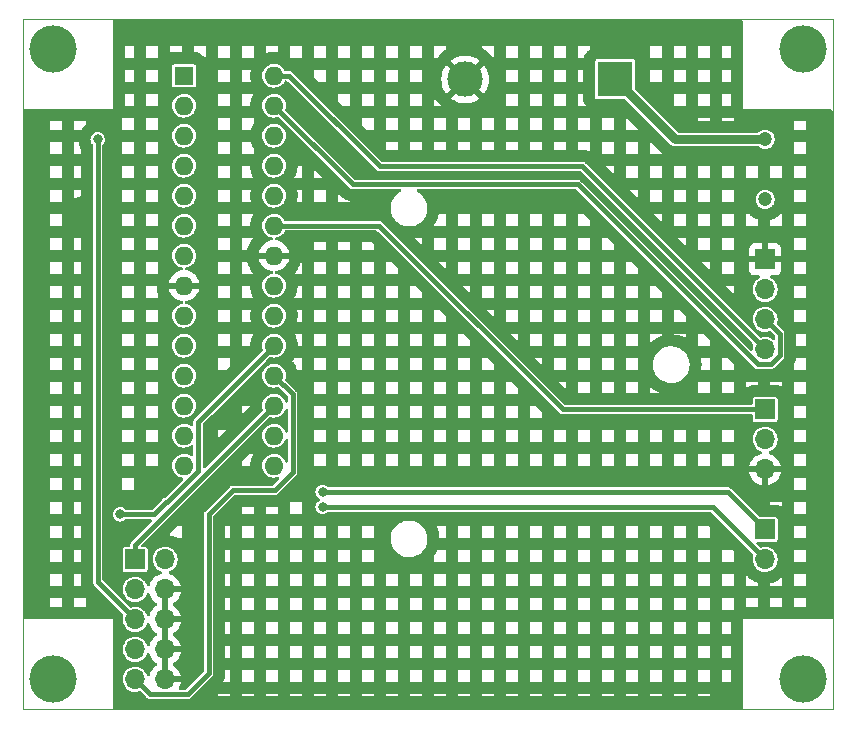
<source format=gbr>
%TF.GenerationSoftware,KiCad,Pcbnew,(6.0.0)*%
%TF.CreationDate,2022-02-18T15:42:34-07:00*%
%TF.ProjectId,SoilMoisture_Small,536f696c-4d6f-4697-9374-7572655f536d,0*%
%TF.SameCoordinates,Original*%
%TF.FileFunction,Copper,L2,Bot*%
%TF.FilePolarity,Positive*%
%FSLAX46Y46*%
G04 Gerber Fmt 4.6, Leading zero omitted, Abs format (unit mm)*
G04 Created by KiCad (PCBNEW (6.0.0)) date 2022-02-18 15:42:34*
%MOMM*%
%LPD*%
G01*
G04 APERTURE LIST*
%TA.AperFunction,Profile*%
%ADD10C,0.100000*%
%TD*%
%TA.AperFunction,ComponentPad*%
%ADD11C,4.000000*%
%TD*%
%TA.AperFunction,ComponentPad*%
%ADD12R,1.600000X1.600000*%
%TD*%
%TA.AperFunction,ComponentPad*%
%ADD13O,1.600000X1.600000*%
%TD*%
%TA.AperFunction,ComponentPad*%
%ADD14R,3.000000X3.000000*%
%TD*%
%TA.AperFunction,ComponentPad*%
%ADD15C,3.000000*%
%TD*%
%TA.AperFunction,ComponentPad*%
%ADD16R,1.700000X1.700000*%
%TD*%
%TA.AperFunction,ComponentPad*%
%ADD17O,1.700000X1.700000*%
%TD*%
%TA.AperFunction,ComponentPad*%
%ADD18C,1.200000*%
%TD*%
%TA.AperFunction,ViaPad*%
%ADD19C,1.600000*%
%TD*%
%TA.AperFunction,ViaPad*%
%ADD20C,0.800000*%
%TD*%
%TA.AperFunction,Conductor*%
%ADD21C,0.762000*%
%TD*%
%TA.AperFunction,Conductor*%
%ADD22C,0.381000*%
%TD*%
G04 APERTURE END LIST*
D10*
X84455000Y-71120000D02*
X153035000Y-71120000D01*
X153035000Y-71120000D02*
X153035000Y-129540000D01*
X153035000Y-129540000D02*
X84455000Y-129540000D01*
X84455000Y-129540000D02*
X84455000Y-71120000D01*
D11*
%TO.P,REF\u002A\u002A,1*%
%TO.N,N/C*%
X86995000Y-73660000D03*
%TD*%
D12*
%TO.P,U2,1,~{RESET}/PC6*%
%TO.N,Net-(J3-Pad5)*%
X98117500Y-75885000D03*
D13*
%TO.P,U2,2,PD0*%
%TO.N,Net-(J5-Pad1)*%
X98117500Y-78425000D03*
%TO.P,U2,3,PD1*%
%TO.N,Net-(J5-Pad2)*%
X98117500Y-80965000D03*
%TO.P,U2,4,PD2*%
%TO.N,Net-(R2-Pad2)*%
X98117500Y-83505000D03*
%TO.P,U2,5,PD3*%
%TO.N,unconnected-(U2-Pad5)*%
X98117500Y-86045000D03*
%TO.P,U2,6,PD4*%
%TO.N,unconnected-(U2-Pad6)*%
X98117500Y-88585000D03*
%TO.P,U2,7,VCC*%
%TO.N,VCC*%
X98117500Y-91125000D03*
%TO.P,U2,8,GND*%
%TO.N,GND*%
X98117500Y-93665000D03*
%TO.P,U2,9,XTAL1/PB6*%
%TO.N,Net-(C5-Pad1)*%
X98117500Y-96205000D03*
%TO.P,U2,10,XTAL2/PB7*%
%TO.N,Net-(C4-Pad1)*%
X98117500Y-98745000D03*
%TO.P,U2,11,PD5*%
%TO.N,unconnected-(U2-Pad11)*%
X98117500Y-101285000D03*
%TO.P,U2,12,PD6*%
%TO.N,unconnected-(U2-Pad12)*%
X98117500Y-103825000D03*
%TO.P,U2,13,PD7*%
%TO.N,unconnected-(U2-Pad13)*%
X98117500Y-106365000D03*
%TO.P,U2,14,PB0*%
%TO.N,unconnected-(U2-Pad14)*%
X98117500Y-108905000D03*
%TO.P,U2,15,PB1*%
%TO.N,unconnected-(U2-Pad15)*%
X105737500Y-108905000D03*
%TO.P,U2,16,PB2*%
%TO.N,unconnected-(U2-Pad16)*%
X105737500Y-106365000D03*
%TO.P,U2,17,PB3*%
%TO.N,Net-(J3-Pad1)*%
X105737500Y-103825000D03*
%TO.P,U2,18,PB4*%
%TO.N,Net-(J3-Pad9)*%
X105737500Y-101285000D03*
%TO.P,U2,19,PB5*%
%TO.N,Net-(J3-Pad7)*%
X105737500Y-98745000D03*
%TO.P,U2,20,AVCC*%
%TO.N,VCC*%
X105737500Y-96205000D03*
%TO.P,U2,21,AREF*%
X105737500Y-93665000D03*
%TO.P,U2,22,GND*%
%TO.N,GND*%
X105737500Y-91125000D03*
%TO.P,U2,23,PC0*%
%TO.N,Net-(J4-Pad1)*%
X105737500Y-88585000D03*
%TO.P,U2,24,PC1*%
%TO.N,unconnected-(U2-Pad24)*%
X105737500Y-86045000D03*
%TO.P,U2,25,PC2*%
%TO.N,unconnected-(U2-Pad25)*%
X105737500Y-83505000D03*
%TO.P,U2,26,PC3*%
%TO.N,unconnected-(U2-Pad26)*%
X105737500Y-80965000D03*
%TO.P,U2,27,PC4*%
%TO.N,Net-(J2-Pad3)*%
X105737500Y-78425000D03*
%TO.P,U2,28,PC5*%
%TO.N,Net-(J2-Pad4)*%
X105737500Y-75885000D03*
%TD*%
D14*
%TO.P,J1,1,1*%
%TO.N,/9V*%
X134620000Y-76200000D03*
D15*
%TO.P,J1,2,2*%
%TO.N,GND*%
X121920000Y-76200000D03*
%TD*%
D16*
%TO.P,J2,1,Pin_1*%
%TO.N,GND*%
X147320000Y-91440000D03*
D17*
%TO.P,J2,2,Pin_2*%
%TO.N,VCC*%
X147320000Y-93980000D03*
%TO.P,J2,3,Pin_3*%
%TO.N,Net-(J2-Pad3)*%
X147320000Y-96520000D03*
%TO.P,J2,4,Pin_4*%
%TO.N,Net-(J2-Pad4)*%
X147320000Y-99060000D03*
%TD*%
D11*
%TO.P,REF\u002A\u002A,1*%
%TO.N,N/C*%
X150495000Y-127000000D03*
%TD*%
%TO.P,REF\u002A\u002A,1*%
%TO.N,N/C*%
X150495000Y-73660000D03*
%TD*%
D16*
%TO.P,J3,1,Pin_1*%
%TO.N,Net-(J3-Pad1)*%
X93980000Y-116840000D03*
D17*
%TO.P,J3,2,Pin_2*%
%TO.N,VCC*%
X96520000Y-116840000D03*
%TO.P,J3,3,Pin_3*%
%TO.N,unconnected-(J3-Pad3)*%
X93980000Y-119380000D03*
%TO.P,J3,4,Pin_4*%
%TO.N,GND*%
X96520000Y-119380000D03*
%TO.P,J3,5,Pin_5*%
%TO.N,Net-(J3-Pad5)*%
X93980000Y-121920000D03*
%TO.P,J3,6,Pin_6*%
%TO.N,GND*%
X96520000Y-121920000D03*
%TO.P,J3,7,Pin_7*%
%TO.N,Net-(J3-Pad7)*%
X93980000Y-124460000D03*
%TO.P,J3,8,Pin_8*%
%TO.N,GND*%
X96520000Y-124460000D03*
%TO.P,J3,9,Pin_9*%
%TO.N,Net-(J3-Pad9)*%
X93980000Y-127000000D03*
%TO.P,J3,10,Pin_10*%
%TO.N,GND*%
X96520000Y-127000000D03*
%TD*%
D11*
%TO.P,REF\u002A\u002A,1*%
%TO.N,N/C*%
X86995000Y-127000000D03*
%TD*%
D16*
%TO.P,J4,1,Pin_1*%
%TO.N,Net-(J4-Pad1)*%
X147320000Y-104140000D03*
D17*
%TO.P,J4,2,Pin_2*%
%TO.N,VCC*%
X147320000Y-106680000D03*
%TO.P,J4,3,Pin_3*%
%TO.N,GND*%
X147320000Y-109220000D03*
%TD*%
D18*
%TO.P,SW1,1,A*%
%TO.N,Net-(C1-Pad1)*%
X147320000Y-86360000D03*
%TO.P,SW1,2,B*%
%TO.N,/9V*%
X147320000Y-81280000D03*
%TD*%
D16*
%TO.P,J5,1,Pin_1*%
%TO.N,Net-(J5-Pad1)*%
X147320000Y-114300000D03*
D17*
%TO.P,J5,2,Pin_2*%
%TO.N,Net-(J5-Pad2)*%
X147320000Y-116840000D03*
%TD*%
D19*
%TO.N,GND*%
X96208758Y-110813758D03*
X89535000Y-87630000D03*
D20*
%TO.N,Net-(J3-Pad5)*%
X90805000Y-81280000D03*
%TO.N,Net-(J3-Pad7)*%
X92710000Y-113030000D03*
%TO.N,Net-(J5-Pad1)*%
X109855000Y-111125000D03*
%TO.N,Net-(J5-Pad2)*%
X109855000Y-112395000D03*
%TD*%
D21*
%TO.N,/9V*%
X139700000Y-81280000D02*
X134620000Y-76200000D01*
X147320000Y-81280000D02*
X139700000Y-81280000D01*
D22*
%TO.N,Net-(J2-Pad3)*%
X146685000Y-100330000D02*
X131445000Y-85090000D01*
X148560011Y-97760011D02*
X148560011Y-99573630D01*
X148560011Y-99573630D02*
X147803641Y-100330000D01*
X147803641Y-100330000D02*
X146685000Y-100330000D01*
X131445000Y-85090000D02*
X112402500Y-85090000D01*
X147320000Y-96520000D02*
X148560011Y-97760011D01*
X112402500Y-85090000D02*
X105737500Y-78425000D01*
%TO.N,Net-(J2-Pad4)*%
X114681000Y-83566000D02*
X107000000Y-75885000D01*
X147320000Y-99060000D02*
X131826000Y-83566000D01*
X131826000Y-83566000D02*
X114681000Y-83566000D01*
X107000000Y-75885000D02*
X105737500Y-75885000D01*
%TO.N,Net-(J3-Pad1)*%
X93980000Y-115582500D02*
X105737500Y-103825000D01*
X93980000Y-116840000D02*
X93980000Y-115582500D01*
%TO.N,Net-(J3-Pad5)*%
X90805000Y-81280000D02*
X90805000Y-118745000D01*
X90805000Y-118745000D02*
X93980000Y-121920000D01*
%TO.N,Net-(J3-Pad7)*%
X92710000Y-113030000D02*
X95582800Y-113030000D01*
X95582800Y-113030000D02*
X96609031Y-112003769D01*
X99307511Y-109397920D02*
X99307511Y-105174989D01*
X99307511Y-105174989D02*
X105737500Y-98745000D01*
X96609031Y-112003769D02*
X96701662Y-112003769D01*
X96701662Y-112003769D02*
X99307511Y-109397920D01*
%TO.N,Net-(J3-Pad9)*%
X107315000Y-109474000D02*
X107315000Y-102862500D01*
X100203000Y-113030000D02*
X102235000Y-110998000D01*
X93980000Y-127000000D02*
X95250000Y-128270000D01*
X105791000Y-110998000D02*
X107315000Y-109474000D01*
X100203000Y-126492000D02*
X100203000Y-113030000D01*
X98425000Y-128270000D02*
X100203000Y-126492000D01*
X107315000Y-102862500D02*
X105737500Y-101285000D01*
X102235000Y-110998000D02*
X105791000Y-110998000D01*
X95250000Y-128270000D02*
X98425000Y-128270000D01*
%TO.N,Net-(J4-Pad1)*%
X147320000Y-104140000D02*
X130175000Y-104140000D01*
X114620000Y-88585000D02*
X105737500Y-88585000D01*
X130175000Y-104140000D02*
X114620000Y-88585000D01*
%TO.N,Net-(J5-Pad1)*%
X110490000Y-111125000D02*
X109855000Y-111125000D01*
X144145000Y-111125000D02*
X110490000Y-111125000D01*
X147320000Y-114300000D02*
X144145000Y-111125000D01*
%TO.N,Net-(J5-Pad2)*%
X109855000Y-112395000D02*
X142875000Y-112395000D01*
X142875000Y-112395000D02*
X147320000Y-116840000D01*
%TD*%
%TA.AperFunction,Conductor*%
%TO.N,GND*%
G36*
X145357121Y-71140502D02*
G01*
X145403614Y-71194158D01*
X145415000Y-71246500D01*
X145415000Y-78740000D01*
X152908500Y-78740000D01*
X152976621Y-78760002D01*
X153023114Y-78813658D01*
X153034500Y-78866000D01*
X153034500Y-121794000D01*
X153014498Y-121862121D01*
X152960842Y-121908614D01*
X152908500Y-121920000D01*
X145415000Y-121920000D01*
X145415000Y-129413500D01*
X145394998Y-129481621D01*
X145341342Y-129528114D01*
X145289000Y-129539500D01*
X92201000Y-129539500D01*
X92132879Y-129519498D01*
X92086386Y-129465842D01*
X92075000Y-129413500D01*
X92075000Y-121920000D01*
X84581500Y-121920000D01*
X84513379Y-121899998D01*
X84466886Y-121846342D01*
X84455500Y-121794000D01*
X84455500Y-120906000D01*
X86739500Y-120906000D01*
X87757500Y-120906000D01*
X88771500Y-120906000D01*
X89789500Y-120906000D01*
X89789500Y-120140500D01*
X88771500Y-120140500D01*
X88771500Y-120906000D01*
X87757500Y-120906000D01*
X87757500Y-120140500D01*
X86739500Y-120140500D01*
X86739500Y-120906000D01*
X84455500Y-120906000D01*
X84455500Y-119126500D01*
X86739500Y-119126500D01*
X87757500Y-119126500D01*
X88771500Y-119126500D01*
X89450724Y-119126500D01*
X89428913Y-119035651D01*
X89428912Y-119035646D01*
X89419030Y-118994483D01*
X89417100Y-118984781D01*
X89410933Y-118945845D01*
X89409770Y-118936020D01*
X89400388Y-118816814D01*
X89400000Y-118806928D01*
X89400000Y-118108500D01*
X88771500Y-118108500D01*
X88771500Y-119126500D01*
X87757500Y-119126500D01*
X87757500Y-118108500D01*
X86739500Y-118108500D01*
X86739500Y-119126500D01*
X84455500Y-119126500D01*
X84455500Y-117094500D01*
X86739500Y-117094500D01*
X87757500Y-117094500D01*
X88771500Y-117094500D01*
X89400000Y-117094500D01*
X89400000Y-116076500D01*
X88771500Y-116076500D01*
X88771500Y-117094500D01*
X87757500Y-117094500D01*
X87757500Y-116076500D01*
X86739500Y-116076500D01*
X86739500Y-117094500D01*
X84455500Y-117094500D01*
X84455500Y-115062500D01*
X86739500Y-115062500D01*
X87757500Y-115062500D01*
X88771500Y-115062500D01*
X89400000Y-115062500D01*
X89400000Y-114044500D01*
X88771500Y-114044500D01*
X88771500Y-115062500D01*
X87757500Y-115062500D01*
X87757500Y-114044500D01*
X86739500Y-114044500D01*
X86739500Y-115062500D01*
X84455500Y-115062500D01*
X84455500Y-113030500D01*
X86739500Y-113030500D01*
X87757500Y-113030500D01*
X88771500Y-113030500D01*
X89400000Y-113030500D01*
X89400000Y-112012500D01*
X88771500Y-112012500D01*
X88771500Y-113030500D01*
X87757500Y-113030500D01*
X87757500Y-112012500D01*
X86739500Y-112012500D01*
X86739500Y-113030500D01*
X84455500Y-113030500D01*
X84455500Y-110998500D01*
X86739500Y-110998500D01*
X87757500Y-110998500D01*
X88771500Y-110998500D01*
X89400000Y-110998500D01*
X89400000Y-109980500D01*
X88771500Y-109980500D01*
X88771500Y-110998500D01*
X87757500Y-110998500D01*
X87757500Y-109980500D01*
X86739500Y-109980500D01*
X86739500Y-110998500D01*
X84455500Y-110998500D01*
X84455500Y-108966500D01*
X86739500Y-108966500D01*
X87757500Y-108966500D01*
X88771500Y-108966500D01*
X89400000Y-108966500D01*
X89400000Y-107948500D01*
X88771500Y-107948500D01*
X88771500Y-108966500D01*
X87757500Y-108966500D01*
X87757500Y-107948500D01*
X86739500Y-107948500D01*
X86739500Y-108966500D01*
X84455500Y-108966500D01*
X84455500Y-106934500D01*
X86739500Y-106934500D01*
X87757500Y-106934500D01*
X88771500Y-106934500D01*
X89400000Y-106934500D01*
X89400000Y-105916500D01*
X88771500Y-105916500D01*
X88771500Y-106934500D01*
X87757500Y-106934500D01*
X87757500Y-105916500D01*
X86739500Y-105916500D01*
X86739500Y-106934500D01*
X84455500Y-106934500D01*
X84455500Y-104902500D01*
X86739500Y-104902500D01*
X87757500Y-104902500D01*
X88771500Y-104902500D01*
X89400000Y-104902500D01*
X89400000Y-103884500D01*
X88771500Y-103884500D01*
X88771500Y-104902500D01*
X87757500Y-104902500D01*
X87757500Y-103884500D01*
X86739500Y-103884500D01*
X86739500Y-104902500D01*
X84455500Y-104902500D01*
X84455500Y-102870500D01*
X86739500Y-102870500D01*
X87757500Y-102870500D01*
X88771500Y-102870500D01*
X89400000Y-102870500D01*
X89400000Y-101852500D01*
X88771500Y-101852500D01*
X88771500Y-102870500D01*
X87757500Y-102870500D01*
X87757500Y-101852500D01*
X86739500Y-101852500D01*
X86739500Y-102870500D01*
X84455500Y-102870500D01*
X84455500Y-100838500D01*
X86739500Y-100838500D01*
X87757500Y-100838500D01*
X88771500Y-100838500D01*
X89400000Y-100838500D01*
X89400000Y-99820500D01*
X88771500Y-99820500D01*
X88771500Y-100838500D01*
X87757500Y-100838500D01*
X87757500Y-99820500D01*
X86739500Y-99820500D01*
X86739500Y-100838500D01*
X84455500Y-100838500D01*
X84455500Y-98806500D01*
X86739500Y-98806500D01*
X87757500Y-98806500D01*
X88771500Y-98806500D01*
X89400000Y-98806500D01*
X89400000Y-97788500D01*
X88771500Y-97788500D01*
X88771500Y-98806500D01*
X87757500Y-98806500D01*
X87757500Y-97788500D01*
X86739500Y-97788500D01*
X86739500Y-98806500D01*
X84455500Y-98806500D01*
X84455500Y-96774500D01*
X86739500Y-96774500D01*
X87757500Y-96774500D01*
X88771500Y-96774500D01*
X89400000Y-96774500D01*
X89400000Y-95756500D01*
X88771500Y-95756500D01*
X88771500Y-96774500D01*
X87757500Y-96774500D01*
X87757500Y-95756500D01*
X86739500Y-95756500D01*
X86739500Y-96774500D01*
X84455500Y-96774500D01*
X84455500Y-94742500D01*
X86739500Y-94742500D01*
X87757500Y-94742500D01*
X88771500Y-94742500D01*
X89400000Y-94742500D01*
X89400000Y-93724500D01*
X88771500Y-93724500D01*
X88771500Y-94742500D01*
X87757500Y-94742500D01*
X87757500Y-93724500D01*
X86739500Y-93724500D01*
X86739500Y-94742500D01*
X84455500Y-94742500D01*
X84455500Y-92710500D01*
X86739500Y-92710500D01*
X87757500Y-92710500D01*
X88771500Y-92710500D01*
X89400000Y-92710500D01*
X89400000Y-91692500D01*
X88771500Y-91692500D01*
X88771500Y-92710500D01*
X87757500Y-92710500D01*
X87757500Y-91692500D01*
X86739500Y-91692500D01*
X86739500Y-92710500D01*
X84455500Y-92710500D01*
X84455500Y-90678500D01*
X86739500Y-90678500D01*
X87757500Y-90678500D01*
X88771500Y-90678500D01*
X89400000Y-90678500D01*
X89400000Y-89660500D01*
X88771500Y-89660500D01*
X88771500Y-90678500D01*
X87757500Y-90678500D01*
X87757500Y-89660500D01*
X86739500Y-89660500D01*
X86739500Y-90678500D01*
X84455500Y-90678500D01*
X84455500Y-88646500D01*
X86739500Y-88646500D01*
X87757500Y-88646500D01*
X87757500Y-87628500D01*
X86739500Y-87628500D01*
X86739500Y-88646500D01*
X84455500Y-88646500D01*
X84455500Y-86614500D01*
X86739500Y-86614500D01*
X87757500Y-86614500D01*
X87757500Y-86288946D01*
X88771500Y-86288946D01*
X88926217Y-86208405D01*
X88945252Y-86200403D01*
X89166575Y-86128063D01*
X89186661Y-86123278D01*
X89400000Y-86090633D01*
X89400000Y-85596500D01*
X88771500Y-85596500D01*
X88771500Y-86288946D01*
X87757500Y-86288946D01*
X87757500Y-85596500D01*
X86739500Y-85596500D01*
X86739500Y-86614500D01*
X84455500Y-86614500D01*
X84455500Y-84582500D01*
X86739500Y-84582500D01*
X87757500Y-84582500D01*
X88771500Y-84582500D01*
X89400000Y-84582500D01*
X89400000Y-83564500D01*
X88771500Y-83564500D01*
X88771500Y-84582500D01*
X87757500Y-84582500D01*
X87757500Y-83564500D01*
X86739500Y-83564500D01*
X86739500Y-84582500D01*
X84455500Y-84582500D01*
X84455500Y-82550500D01*
X86739500Y-82550500D01*
X87757500Y-82550500D01*
X88771500Y-82550500D01*
X89400000Y-82550500D01*
X89400000Y-82083677D01*
X89395020Y-82075051D01*
X89391134Y-82067780D01*
X89347053Y-81978392D01*
X89343650Y-81970882D01*
X89283142Y-81824803D01*
X89280238Y-81817086D01*
X89248197Y-81722695D01*
X89245803Y-81714804D01*
X89237290Y-81683032D01*
X89235418Y-81675003D01*
X89215974Y-81577249D01*
X89214631Y-81569114D01*
X89209811Y-81532500D01*
X88771500Y-81532500D01*
X88771500Y-82550500D01*
X87757500Y-82550500D01*
X87757500Y-81532500D01*
X86739500Y-81532500D01*
X86739500Y-82550500D01*
X84455500Y-82550500D01*
X84455500Y-81280000D01*
X90199318Y-81280000D01*
X90219956Y-81436762D01*
X90280464Y-81582841D01*
X90335137Y-81654093D01*
X90370177Y-81699757D01*
X90376718Y-81708282D01*
X90378444Y-81709606D01*
X90411121Y-81769448D01*
X90414000Y-81796231D01*
X90414000Y-118806928D01*
X90417065Y-118816360D01*
X90417065Y-118816362D01*
X90420562Y-118827124D01*
X90425178Y-118846351D01*
X90426949Y-118857536D01*
X90426950Y-118857539D01*
X90428501Y-118867332D01*
X90433002Y-118876166D01*
X90433004Y-118876171D01*
X90438143Y-118886256D01*
X90445711Y-118904526D01*
X90452273Y-118924723D01*
X90458100Y-118932744D01*
X90458102Y-118932747D01*
X90464757Y-118941906D01*
X90475087Y-118958763D01*
X90484731Y-118977689D01*
X90572312Y-119065270D01*
X90572315Y-119065272D01*
X92955949Y-121448906D01*
X92989975Y-121511218D01*
X92986956Y-121576099D01*
X92963848Y-121648946D01*
X92947484Y-121700532D01*
X92946798Y-121706649D01*
X92946797Y-121706653D01*
X92937000Y-121794000D01*
X92924520Y-121905262D01*
X92941759Y-122110553D01*
X92943458Y-122116478D01*
X92989395Y-122276678D01*
X92998544Y-122308586D01*
X93001359Y-122314063D01*
X93001360Y-122314066D01*
X93089897Y-122486341D01*
X93092712Y-122491818D01*
X93220677Y-122653270D01*
X93225370Y-122657264D01*
X93225371Y-122657265D01*
X93299541Y-122720388D01*
X93377564Y-122786791D01*
X93382942Y-122789797D01*
X93382944Y-122789798D01*
X93413387Y-122806812D01*
X93557398Y-122887297D01*
X93652238Y-122918113D01*
X93747471Y-122949056D01*
X93747475Y-122949057D01*
X93753329Y-122950959D01*
X93957894Y-122975351D01*
X93964029Y-122974879D01*
X93964031Y-122974879D01*
X94020039Y-122970569D01*
X94163300Y-122959546D01*
X94169230Y-122957890D01*
X94169232Y-122957890D01*
X94355797Y-122905800D01*
X94355796Y-122905800D01*
X94361725Y-122904145D01*
X94367214Y-122901372D01*
X94367220Y-122901370D01*
X94540116Y-122814033D01*
X94545610Y-122811258D01*
X94561345Y-122798965D01*
X94703101Y-122688213D01*
X94707951Y-122684424D01*
X94765992Y-122617183D01*
X94838540Y-122533134D01*
X94838540Y-122533133D01*
X94842564Y-122528472D01*
X94863387Y-122491818D01*
X94881056Y-122460714D01*
X94944323Y-122349344D01*
X94953271Y-122322444D01*
X94968496Y-122276678D01*
X95008978Y-122218354D01*
X95074566Y-122191175D01*
X95144437Y-122203770D01*
X95196406Y-122252141D01*
X95210971Y-122288751D01*
X95218564Y-122322444D01*
X95221645Y-122332275D01*
X95301770Y-122529603D01*
X95306413Y-122538794D01*
X95417694Y-122720388D01*
X95423777Y-122728699D01*
X95563213Y-122889667D01*
X95570580Y-122896883D01*
X95734434Y-123032916D01*
X95742881Y-123038831D01*
X95812479Y-123079501D01*
X95861203Y-123131140D01*
X95874274Y-123200923D01*
X95847543Y-123266694D01*
X95807087Y-123300053D01*
X95798462Y-123304542D01*
X95789738Y-123310036D01*
X95619433Y-123437905D01*
X95611726Y-123444748D01*
X95464590Y-123598717D01*
X95458104Y-123606727D01*
X95338098Y-123782649D01*
X95333000Y-123791623D01*
X95243338Y-123984783D01*
X95239775Y-123994470D01*
X95211012Y-124098185D01*
X95173533Y-124158483D01*
X95109405Y-124188946D01*
X95038986Y-124179903D01*
X94984636Y-124134224D01*
X94968973Y-124100933D01*
X94968143Y-124098185D01*
X94955935Y-124057749D01*
X94859218Y-123875849D01*
X94783206Y-123782649D01*
X94732906Y-123720975D01*
X94732903Y-123720972D01*
X94729011Y-123716200D01*
X94711786Y-123701950D01*
X94575025Y-123588811D01*
X94575021Y-123588809D01*
X94570275Y-123584882D01*
X94389055Y-123486897D01*
X94192254Y-123425977D01*
X94186129Y-123425333D01*
X94186128Y-123425333D01*
X93993498Y-123405087D01*
X93993496Y-123405087D01*
X93987369Y-123404443D01*
X93900529Y-123412346D01*
X93788342Y-123422555D01*
X93788339Y-123422556D01*
X93782203Y-123423114D01*
X93584572Y-123481280D01*
X93402002Y-123576726D01*
X93397201Y-123580586D01*
X93397198Y-123580588D01*
X93364688Y-123606727D01*
X93241447Y-123705815D01*
X93109024Y-123863630D01*
X93106056Y-123869028D01*
X93106053Y-123869033D01*
X93099315Y-123881290D01*
X93009776Y-124044162D01*
X92947484Y-124240532D01*
X92946798Y-124246649D01*
X92946797Y-124246653D01*
X92925207Y-124439137D01*
X92924520Y-124445262D01*
X92941759Y-124650553D01*
X92943458Y-124656478D01*
X92989395Y-124816678D01*
X92998544Y-124848586D01*
X93001359Y-124854063D01*
X93001360Y-124854066D01*
X93089897Y-125026341D01*
X93092712Y-125031818D01*
X93220677Y-125193270D01*
X93225370Y-125197264D01*
X93225371Y-125197265D01*
X93299541Y-125260388D01*
X93377564Y-125326791D01*
X93382942Y-125329797D01*
X93382944Y-125329798D01*
X93413387Y-125346812D01*
X93557398Y-125427297D01*
X93652238Y-125458113D01*
X93747471Y-125489056D01*
X93747475Y-125489057D01*
X93753329Y-125490959D01*
X93957894Y-125515351D01*
X93964029Y-125514879D01*
X93964031Y-125514879D01*
X94020039Y-125510569D01*
X94163300Y-125499546D01*
X94169230Y-125497890D01*
X94169232Y-125497890D01*
X94355797Y-125445800D01*
X94355796Y-125445800D01*
X94361725Y-125444145D01*
X94367214Y-125441372D01*
X94367220Y-125441370D01*
X94540116Y-125354033D01*
X94545610Y-125351258D01*
X94561345Y-125338965D01*
X94703101Y-125228213D01*
X94707951Y-125224424D01*
X94765992Y-125157183D01*
X94838540Y-125073134D01*
X94838540Y-125073133D01*
X94842564Y-125068472D01*
X94863387Y-125031818D01*
X94881056Y-125000714D01*
X94944323Y-124889344D01*
X94953271Y-124862444D01*
X94968496Y-124816678D01*
X95008978Y-124758354D01*
X95074566Y-124731175D01*
X95144437Y-124743770D01*
X95196406Y-124792141D01*
X95210971Y-124828751D01*
X95218564Y-124862444D01*
X95221645Y-124872275D01*
X95301770Y-125069603D01*
X95306413Y-125078794D01*
X95417694Y-125260388D01*
X95423777Y-125268699D01*
X95563213Y-125429667D01*
X95570580Y-125436883D01*
X95734434Y-125572916D01*
X95742881Y-125578831D01*
X95812479Y-125619501D01*
X95861203Y-125671140D01*
X95874274Y-125740923D01*
X95847543Y-125806694D01*
X95807087Y-125840053D01*
X95798462Y-125844542D01*
X95789738Y-125850036D01*
X95619433Y-125977905D01*
X95611726Y-125984748D01*
X95464590Y-126138717D01*
X95458104Y-126146727D01*
X95338098Y-126322649D01*
X95333000Y-126331623D01*
X95243338Y-126524783D01*
X95239775Y-126534470D01*
X95211012Y-126638185D01*
X95173533Y-126698483D01*
X95109405Y-126728946D01*
X95038986Y-126719903D01*
X94984636Y-126674224D01*
X94968973Y-126640933D01*
X94966656Y-126633260D01*
X94955935Y-126597749D01*
X94859218Y-126415849D01*
X94746671Y-126277853D01*
X94732906Y-126260975D01*
X94732903Y-126260972D01*
X94729011Y-126256200D01*
X94705198Y-126236500D01*
X94575025Y-126128811D01*
X94575021Y-126128809D01*
X94570275Y-126124882D01*
X94389055Y-126026897D01*
X94192254Y-125965977D01*
X94186129Y-125965333D01*
X94186128Y-125965333D01*
X93993498Y-125945087D01*
X93993496Y-125945087D01*
X93987369Y-125944443D01*
X93900529Y-125952346D01*
X93788342Y-125962555D01*
X93788339Y-125962556D01*
X93782203Y-125963114D01*
X93584572Y-126021280D01*
X93402002Y-126116726D01*
X93397201Y-126120586D01*
X93397198Y-126120588D01*
X93246254Y-126241950D01*
X93241447Y-126245815D01*
X93109024Y-126403630D01*
X93106056Y-126409028D01*
X93106053Y-126409033D01*
X93042420Y-126524783D01*
X93009776Y-126584162D01*
X92947484Y-126780532D01*
X92946798Y-126786649D01*
X92946797Y-126786653D01*
X92927890Y-126955214D01*
X92924520Y-126985262D01*
X92925036Y-126991406D01*
X92940902Y-127180342D01*
X92941759Y-127190553D01*
X92998544Y-127388586D01*
X93001359Y-127394063D01*
X93001360Y-127394066D01*
X93089897Y-127566341D01*
X93092712Y-127571818D01*
X93220677Y-127733270D01*
X93225370Y-127737264D01*
X93225371Y-127737265D01*
X93305362Y-127805342D01*
X93377564Y-127866791D01*
X93557398Y-127967297D01*
X93609251Y-127984145D01*
X93747471Y-128029056D01*
X93747475Y-128029057D01*
X93753329Y-128030959D01*
X93957894Y-128055351D01*
X93964029Y-128054879D01*
X93964031Y-128054879D01*
X94020039Y-128050569D01*
X94163300Y-128039546D01*
X94169230Y-128037890D01*
X94169232Y-128037890D01*
X94329477Y-127993149D01*
X94400468Y-127994096D01*
X94452456Y-128025413D01*
X94929730Y-128502687D01*
X94929731Y-128502689D01*
X95017311Y-128590269D01*
X95026147Y-128594772D01*
X95026148Y-128594772D01*
X95036237Y-128599913D01*
X95053094Y-128610243D01*
X95070277Y-128622727D01*
X95079708Y-128625791D01*
X95079711Y-128625793D01*
X95090479Y-128629292D01*
X95108739Y-128636855D01*
X95118703Y-128641931D01*
X95127668Y-128646499D01*
X95137457Y-128648049D01*
X95137462Y-128648051D01*
X95148648Y-128649823D01*
X95167867Y-128654437D01*
X95178635Y-128657935D01*
X95178640Y-128657936D01*
X95188071Y-128661000D01*
X98486928Y-128661000D01*
X98496360Y-128657935D01*
X98496362Y-128657935D01*
X98507124Y-128654438D01*
X98526351Y-128649822D01*
X98537536Y-128648051D01*
X98537539Y-128648050D01*
X98547332Y-128646499D01*
X98556166Y-128641998D01*
X98556171Y-128641996D01*
X98566256Y-128636857D01*
X98584526Y-128629289D01*
X98586078Y-128628785D01*
X98604723Y-128622727D01*
X98612744Y-128616900D01*
X98612747Y-128616898D01*
X98621906Y-128610243D01*
X98638763Y-128599913D01*
X98648852Y-128594772D01*
X98648853Y-128594772D01*
X98657689Y-128590269D01*
X98745269Y-128502689D01*
X98745270Y-128502687D01*
X98849957Y-128398000D01*
X100963500Y-128398000D01*
X101981500Y-128398000D01*
X102995500Y-128398000D01*
X104013500Y-128398000D01*
X105027500Y-128398000D01*
X106045500Y-128398000D01*
X107059500Y-128398000D01*
X108077500Y-128398000D01*
X109091500Y-128398000D01*
X110109500Y-128398000D01*
X111123500Y-128398000D01*
X112141500Y-128398000D01*
X113155500Y-128398000D01*
X114173500Y-128398000D01*
X115187500Y-128398000D01*
X116205500Y-128398000D01*
X117219500Y-128398000D01*
X118237500Y-128398000D01*
X119251500Y-128398000D01*
X120269500Y-128398000D01*
X121283500Y-128398000D01*
X122301500Y-128398000D01*
X123315500Y-128398000D01*
X124333500Y-128398000D01*
X125347500Y-128398000D01*
X126365500Y-128398000D01*
X127379500Y-128398000D01*
X128397500Y-128398000D01*
X129411500Y-128398000D01*
X130429500Y-128398000D01*
X131443500Y-128398000D01*
X132461500Y-128398000D01*
X133475500Y-128398000D01*
X134493500Y-128398000D01*
X135507500Y-128398000D01*
X136525500Y-128398000D01*
X137539500Y-128398000D01*
X138557500Y-128398000D01*
X139571500Y-128398000D01*
X140589500Y-128398000D01*
X141603500Y-128398000D01*
X142621500Y-128398000D01*
X142621500Y-128268500D01*
X141603500Y-128268500D01*
X141603500Y-128398000D01*
X140589500Y-128398000D01*
X140589500Y-128268500D01*
X139571500Y-128268500D01*
X139571500Y-128398000D01*
X138557500Y-128398000D01*
X138557500Y-128268500D01*
X137539500Y-128268500D01*
X137539500Y-128398000D01*
X136525500Y-128398000D01*
X136525500Y-128268500D01*
X135507500Y-128268500D01*
X135507500Y-128398000D01*
X134493500Y-128398000D01*
X134493500Y-128268500D01*
X133475500Y-128268500D01*
X133475500Y-128398000D01*
X132461500Y-128398000D01*
X132461500Y-128268500D01*
X131443500Y-128268500D01*
X131443500Y-128398000D01*
X130429500Y-128398000D01*
X130429500Y-128268500D01*
X129411500Y-128268500D01*
X129411500Y-128398000D01*
X128397500Y-128398000D01*
X128397500Y-128268500D01*
X127379500Y-128268500D01*
X127379500Y-128398000D01*
X126365500Y-128398000D01*
X126365500Y-128268500D01*
X125347500Y-128268500D01*
X125347500Y-128398000D01*
X124333500Y-128398000D01*
X124333500Y-128268500D01*
X123315500Y-128268500D01*
X123315500Y-128398000D01*
X122301500Y-128398000D01*
X122301500Y-128268500D01*
X121283500Y-128268500D01*
X121283500Y-128398000D01*
X120269500Y-128398000D01*
X120269500Y-128268500D01*
X119251500Y-128268500D01*
X119251500Y-128398000D01*
X118237500Y-128398000D01*
X118237500Y-128268500D01*
X117219500Y-128268500D01*
X117219500Y-128398000D01*
X116205500Y-128398000D01*
X116205500Y-128268500D01*
X115187500Y-128268500D01*
X115187500Y-128398000D01*
X114173500Y-128398000D01*
X114173500Y-128268500D01*
X113155500Y-128268500D01*
X113155500Y-128398000D01*
X112141500Y-128398000D01*
X112141500Y-128268500D01*
X111123500Y-128268500D01*
X111123500Y-128398000D01*
X110109500Y-128398000D01*
X110109500Y-128268500D01*
X109091500Y-128268500D01*
X109091500Y-128398000D01*
X108077500Y-128398000D01*
X108077500Y-128268500D01*
X107059500Y-128268500D01*
X107059500Y-128398000D01*
X106045500Y-128398000D01*
X106045500Y-128268500D01*
X105027500Y-128268500D01*
X105027500Y-128398000D01*
X104013500Y-128398000D01*
X104013500Y-128268500D01*
X102995500Y-128268500D01*
X102995500Y-128398000D01*
X101981500Y-128398000D01*
X101981500Y-128268500D01*
X100963500Y-128268500D01*
X100963500Y-128398000D01*
X98849957Y-128398000D01*
X99993457Y-127254500D01*
X101384637Y-127254500D01*
X101981500Y-127254500D01*
X102995500Y-127254500D01*
X104013500Y-127254500D01*
X105027500Y-127254500D01*
X106045500Y-127254500D01*
X107059500Y-127254500D01*
X108077500Y-127254500D01*
X109091500Y-127254500D01*
X110109500Y-127254500D01*
X111123500Y-127254500D01*
X112141500Y-127254500D01*
X113155500Y-127254500D01*
X114173500Y-127254500D01*
X115187500Y-127254500D01*
X116205500Y-127254500D01*
X117219500Y-127254500D01*
X118237500Y-127254500D01*
X119251500Y-127254500D01*
X120269500Y-127254500D01*
X121283500Y-127254500D01*
X122301500Y-127254500D01*
X123315500Y-127254500D01*
X124333500Y-127254500D01*
X125347500Y-127254500D01*
X126365500Y-127254500D01*
X127379500Y-127254500D01*
X128397500Y-127254500D01*
X129411500Y-127254500D01*
X130429500Y-127254500D01*
X131443500Y-127254500D01*
X132461500Y-127254500D01*
X133475500Y-127254500D01*
X134493500Y-127254500D01*
X135507500Y-127254500D01*
X136525500Y-127254500D01*
X137539500Y-127254500D01*
X138557500Y-127254500D01*
X139571500Y-127254500D01*
X140589500Y-127254500D01*
X141603500Y-127254500D01*
X142621500Y-127254500D01*
X143635500Y-127254500D01*
X144401000Y-127254500D01*
X144401000Y-126236500D01*
X143635500Y-126236500D01*
X143635500Y-127254500D01*
X142621500Y-127254500D01*
X142621500Y-126236500D01*
X141603500Y-126236500D01*
X141603500Y-127254500D01*
X140589500Y-127254500D01*
X140589500Y-126236500D01*
X139571500Y-126236500D01*
X139571500Y-127254500D01*
X138557500Y-127254500D01*
X138557500Y-126236500D01*
X137539500Y-126236500D01*
X137539500Y-127254500D01*
X136525500Y-127254500D01*
X136525500Y-126236500D01*
X135507500Y-126236500D01*
X135507500Y-127254500D01*
X134493500Y-127254500D01*
X134493500Y-126236500D01*
X133475500Y-126236500D01*
X133475500Y-127254500D01*
X132461500Y-127254500D01*
X132461500Y-126236500D01*
X131443500Y-126236500D01*
X131443500Y-127254500D01*
X130429500Y-127254500D01*
X130429500Y-126236500D01*
X129411500Y-126236500D01*
X129411500Y-127254500D01*
X128397500Y-127254500D01*
X128397500Y-126236500D01*
X127379500Y-126236500D01*
X127379500Y-127254500D01*
X126365500Y-127254500D01*
X126365500Y-126236500D01*
X125347500Y-126236500D01*
X125347500Y-127254500D01*
X124333500Y-127254500D01*
X124333500Y-126236500D01*
X123315500Y-126236500D01*
X123315500Y-127254500D01*
X122301500Y-127254500D01*
X122301500Y-126236500D01*
X121283500Y-126236500D01*
X121283500Y-127254500D01*
X120269500Y-127254500D01*
X120269500Y-126236500D01*
X119251500Y-126236500D01*
X119251500Y-127254500D01*
X118237500Y-127254500D01*
X118237500Y-126236500D01*
X117219500Y-126236500D01*
X117219500Y-127254500D01*
X116205500Y-127254500D01*
X116205500Y-126236500D01*
X115187500Y-126236500D01*
X115187500Y-127254500D01*
X114173500Y-127254500D01*
X114173500Y-126236500D01*
X113155500Y-126236500D01*
X113155500Y-127254500D01*
X112141500Y-127254500D01*
X112141500Y-126236500D01*
X111123500Y-126236500D01*
X111123500Y-127254500D01*
X110109500Y-127254500D01*
X110109500Y-126236500D01*
X109091500Y-126236500D01*
X109091500Y-127254500D01*
X108077500Y-127254500D01*
X108077500Y-126236500D01*
X107059500Y-126236500D01*
X107059500Y-127254500D01*
X106045500Y-127254500D01*
X106045500Y-126236500D01*
X105027500Y-126236500D01*
X105027500Y-127254500D01*
X104013500Y-127254500D01*
X104013500Y-126236500D01*
X102995500Y-126236500D01*
X102995500Y-127254500D01*
X101981500Y-127254500D01*
X101981500Y-126236500D01*
X101608000Y-126236500D01*
X101608000Y-126430047D01*
X101608001Y-126430071D01*
X101608001Y-126553928D01*
X101607613Y-126563813D01*
X101598232Y-126683016D01*
X101597069Y-126692842D01*
X101590902Y-126731779D01*
X101588972Y-126741481D01*
X101561062Y-126857738D01*
X101561053Y-126857768D01*
X101551175Y-126898916D01*
X101548490Y-126908438D01*
X101536308Y-126945932D01*
X101532883Y-126955214D01*
X101516673Y-126994349D01*
X101516670Y-126994359D01*
X101510647Y-127008899D01*
X101487126Y-127065685D01*
X101487122Y-127065695D01*
X101470919Y-127104811D01*
X101466779Y-127113792D01*
X101448883Y-127148916D01*
X101444048Y-127157549D01*
X101421932Y-127193640D01*
X101421910Y-127193679D01*
X101394021Y-127239187D01*
X101384637Y-127254500D01*
X99993457Y-127254500D01*
X100435687Y-126812270D01*
X100435689Y-126812269D01*
X100523269Y-126724689D01*
X100532913Y-126705763D01*
X100543243Y-126688906D01*
X100549898Y-126679747D01*
X100549900Y-126679744D01*
X100555727Y-126671723D01*
X100562292Y-126651519D01*
X100569856Y-126633260D01*
X100574994Y-126623176D01*
X100574996Y-126623169D01*
X100579499Y-126614332D01*
X100582821Y-126593356D01*
X100587436Y-126574134D01*
X100590936Y-126563362D01*
X100590936Y-126563360D01*
X100594001Y-126553928D01*
X100594001Y-126430071D01*
X100594000Y-126430068D01*
X100594000Y-125222500D01*
X101608000Y-125222500D01*
X101981500Y-125222500D01*
X102995500Y-125222500D01*
X104013500Y-125222500D01*
X105027500Y-125222500D01*
X106045500Y-125222500D01*
X107059500Y-125222500D01*
X108077500Y-125222500D01*
X109091500Y-125222500D01*
X110109500Y-125222500D01*
X111123500Y-125222500D01*
X112141500Y-125222500D01*
X113155500Y-125222500D01*
X114173500Y-125222500D01*
X115187500Y-125222500D01*
X116205500Y-125222500D01*
X117219500Y-125222500D01*
X118237500Y-125222500D01*
X119251500Y-125222500D01*
X120269500Y-125222500D01*
X121283500Y-125222500D01*
X122301500Y-125222500D01*
X123315500Y-125222500D01*
X124333500Y-125222500D01*
X125347500Y-125222500D01*
X126365500Y-125222500D01*
X127379500Y-125222500D01*
X128397500Y-125222500D01*
X129411500Y-125222500D01*
X130429500Y-125222500D01*
X131443500Y-125222500D01*
X132461500Y-125222500D01*
X133475500Y-125222500D01*
X134493500Y-125222500D01*
X135507500Y-125222500D01*
X136525500Y-125222500D01*
X137539500Y-125222500D01*
X138557500Y-125222500D01*
X139571500Y-125222500D01*
X140589500Y-125222500D01*
X141603500Y-125222500D01*
X142621500Y-125222500D01*
X143635500Y-125222500D01*
X144401000Y-125222500D01*
X144401000Y-124204500D01*
X143635500Y-124204500D01*
X143635500Y-125222500D01*
X142621500Y-125222500D01*
X142621500Y-124204500D01*
X141603500Y-124204500D01*
X141603500Y-125222500D01*
X140589500Y-125222500D01*
X140589500Y-124204500D01*
X139571500Y-124204500D01*
X139571500Y-125222500D01*
X138557500Y-125222500D01*
X138557500Y-124204500D01*
X137539500Y-124204500D01*
X137539500Y-125222500D01*
X136525500Y-125222500D01*
X136525500Y-124204500D01*
X135507500Y-124204500D01*
X135507500Y-125222500D01*
X134493500Y-125222500D01*
X134493500Y-124204500D01*
X133475500Y-124204500D01*
X133475500Y-125222500D01*
X132461500Y-125222500D01*
X132461500Y-124204500D01*
X131443500Y-124204500D01*
X131443500Y-125222500D01*
X130429500Y-125222500D01*
X130429500Y-124204500D01*
X129411500Y-124204500D01*
X129411500Y-125222500D01*
X128397500Y-125222500D01*
X128397500Y-124204500D01*
X127379500Y-124204500D01*
X127379500Y-125222500D01*
X126365500Y-125222500D01*
X126365500Y-124204500D01*
X125347500Y-124204500D01*
X125347500Y-125222500D01*
X124333500Y-125222500D01*
X124333500Y-124204500D01*
X123315500Y-124204500D01*
X123315500Y-125222500D01*
X122301500Y-125222500D01*
X122301500Y-124204500D01*
X121283500Y-124204500D01*
X121283500Y-125222500D01*
X120269500Y-125222500D01*
X120269500Y-124204500D01*
X119251500Y-124204500D01*
X119251500Y-125222500D01*
X118237500Y-125222500D01*
X118237500Y-124204500D01*
X117219500Y-124204500D01*
X117219500Y-125222500D01*
X116205500Y-125222500D01*
X116205500Y-124204500D01*
X115187500Y-124204500D01*
X115187500Y-125222500D01*
X114173500Y-125222500D01*
X114173500Y-124204500D01*
X113155500Y-124204500D01*
X113155500Y-125222500D01*
X112141500Y-125222500D01*
X112141500Y-124204500D01*
X111123500Y-124204500D01*
X111123500Y-125222500D01*
X110109500Y-125222500D01*
X110109500Y-124204500D01*
X109091500Y-124204500D01*
X109091500Y-125222500D01*
X108077500Y-125222500D01*
X108077500Y-124204500D01*
X107059500Y-124204500D01*
X107059500Y-125222500D01*
X106045500Y-125222500D01*
X106045500Y-124204500D01*
X105027500Y-124204500D01*
X105027500Y-125222500D01*
X104013500Y-125222500D01*
X104013500Y-124204500D01*
X102995500Y-124204500D01*
X102995500Y-125222500D01*
X101981500Y-125222500D01*
X101981500Y-124204500D01*
X101608000Y-124204500D01*
X101608000Y-125222500D01*
X100594000Y-125222500D01*
X100594000Y-123190500D01*
X101608000Y-123190500D01*
X101981500Y-123190500D01*
X102995500Y-123190500D01*
X104013500Y-123190500D01*
X105027500Y-123190500D01*
X106045500Y-123190500D01*
X107059500Y-123190500D01*
X108077500Y-123190500D01*
X109091500Y-123190500D01*
X110109500Y-123190500D01*
X111123500Y-123190500D01*
X112141500Y-123190500D01*
X113155500Y-123190500D01*
X114173500Y-123190500D01*
X115187500Y-123190500D01*
X116205500Y-123190500D01*
X117219500Y-123190500D01*
X118237500Y-123190500D01*
X119251500Y-123190500D01*
X120269500Y-123190500D01*
X121283500Y-123190500D01*
X122301500Y-123190500D01*
X123315500Y-123190500D01*
X124333500Y-123190500D01*
X125347500Y-123190500D01*
X126365500Y-123190500D01*
X127379500Y-123190500D01*
X128397500Y-123190500D01*
X129411500Y-123190500D01*
X130429500Y-123190500D01*
X131443500Y-123190500D01*
X132461500Y-123190500D01*
X133475500Y-123190500D01*
X134493500Y-123190500D01*
X135507500Y-123190500D01*
X136525500Y-123190500D01*
X137539500Y-123190500D01*
X138557500Y-123190500D01*
X139571500Y-123190500D01*
X140589500Y-123190500D01*
X141603500Y-123190500D01*
X142621500Y-123190500D01*
X143635500Y-123190500D01*
X144401000Y-123190500D01*
X144401000Y-122172500D01*
X143635500Y-122172500D01*
X143635500Y-123190500D01*
X142621500Y-123190500D01*
X142621500Y-122172500D01*
X141603500Y-122172500D01*
X141603500Y-123190500D01*
X140589500Y-123190500D01*
X140589500Y-122172500D01*
X139571500Y-122172500D01*
X139571500Y-123190500D01*
X138557500Y-123190500D01*
X138557500Y-122172500D01*
X137539500Y-122172500D01*
X137539500Y-123190500D01*
X136525500Y-123190500D01*
X136525500Y-122172500D01*
X135507500Y-122172500D01*
X135507500Y-123190500D01*
X134493500Y-123190500D01*
X134493500Y-122172500D01*
X133475500Y-122172500D01*
X133475500Y-123190500D01*
X132461500Y-123190500D01*
X132461500Y-122172500D01*
X131443500Y-122172500D01*
X131443500Y-123190500D01*
X130429500Y-123190500D01*
X130429500Y-122172500D01*
X129411500Y-122172500D01*
X129411500Y-123190500D01*
X128397500Y-123190500D01*
X128397500Y-122172500D01*
X127379500Y-122172500D01*
X127379500Y-123190500D01*
X126365500Y-123190500D01*
X126365500Y-122172500D01*
X125347500Y-122172500D01*
X125347500Y-123190500D01*
X124333500Y-123190500D01*
X124333500Y-122172500D01*
X123315500Y-122172500D01*
X123315500Y-123190500D01*
X122301500Y-123190500D01*
X122301500Y-122172500D01*
X121283500Y-122172500D01*
X121283500Y-123190500D01*
X120269500Y-123190500D01*
X120269500Y-122172500D01*
X119251500Y-122172500D01*
X119251500Y-123190500D01*
X118237500Y-123190500D01*
X118237500Y-122172500D01*
X117219500Y-122172500D01*
X117219500Y-123190500D01*
X116205500Y-123190500D01*
X116205500Y-122172500D01*
X115187500Y-122172500D01*
X115187500Y-123190500D01*
X114173500Y-123190500D01*
X114173500Y-122172500D01*
X113155500Y-122172500D01*
X113155500Y-123190500D01*
X112141500Y-123190500D01*
X112141500Y-122172500D01*
X111123500Y-122172500D01*
X111123500Y-123190500D01*
X110109500Y-123190500D01*
X110109500Y-122172500D01*
X109091500Y-122172500D01*
X109091500Y-123190500D01*
X108077500Y-123190500D01*
X108077500Y-122172500D01*
X107059500Y-122172500D01*
X107059500Y-123190500D01*
X106045500Y-123190500D01*
X106045500Y-122172500D01*
X105027500Y-122172500D01*
X105027500Y-123190500D01*
X104013500Y-123190500D01*
X104013500Y-122172500D01*
X102995500Y-122172500D01*
X102995500Y-123190500D01*
X101981500Y-123190500D01*
X101981500Y-122172500D01*
X101608000Y-122172500D01*
X101608000Y-123190500D01*
X100594000Y-123190500D01*
X100594000Y-121158500D01*
X101608000Y-121158500D01*
X101981500Y-121158500D01*
X102995500Y-121158500D01*
X104013500Y-121158500D01*
X105027500Y-121158500D01*
X106045500Y-121158500D01*
X107059500Y-121158500D01*
X108077500Y-121158500D01*
X109091500Y-121158500D01*
X110109500Y-121158500D01*
X111123500Y-121158500D01*
X112141500Y-121158500D01*
X113155500Y-121158500D01*
X114173500Y-121158500D01*
X115187500Y-121158500D01*
X116205500Y-121158500D01*
X117219500Y-121158500D01*
X118237500Y-121158500D01*
X119251500Y-121158500D01*
X120269500Y-121158500D01*
X121283500Y-121158500D01*
X122301500Y-121158500D01*
X123315500Y-121158500D01*
X124333500Y-121158500D01*
X125347500Y-121158500D01*
X126365500Y-121158500D01*
X127379500Y-121158500D01*
X128397500Y-121158500D01*
X129411500Y-121158500D01*
X130429500Y-121158500D01*
X131443500Y-121158500D01*
X132461500Y-121158500D01*
X133475500Y-121158500D01*
X134493500Y-121158500D01*
X135507500Y-121158500D01*
X136525500Y-121158500D01*
X137539500Y-121158500D01*
X138557500Y-121158500D01*
X139571500Y-121158500D01*
X140589500Y-121158500D01*
X141603500Y-121158500D01*
X142621500Y-121158500D01*
X143635500Y-121158500D01*
X144653500Y-121158500D01*
X144653500Y-120906000D01*
X145667500Y-120906000D01*
X146685500Y-120906000D01*
X147699500Y-120906000D01*
X148717500Y-120906000D01*
X149731500Y-120906000D01*
X150749500Y-120906000D01*
X150749500Y-120140500D01*
X149731500Y-120140500D01*
X149731500Y-120906000D01*
X148717500Y-120906000D01*
X148717500Y-120140500D01*
X147699500Y-120140500D01*
X147699500Y-120906000D01*
X146685500Y-120906000D01*
X146685500Y-120140500D01*
X145667500Y-120140500D01*
X145667500Y-120906000D01*
X144653500Y-120906000D01*
X144653500Y-120140500D01*
X143635500Y-120140500D01*
X143635500Y-121158500D01*
X142621500Y-121158500D01*
X142621500Y-120140500D01*
X141603500Y-120140500D01*
X141603500Y-121158500D01*
X140589500Y-121158500D01*
X140589500Y-120140500D01*
X139571500Y-120140500D01*
X139571500Y-121158500D01*
X138557500Y-121158500D01*
X138557500Y-120140500D01*
X137539500Y-120140500D01*
X137539500Y-121158500D01*
X136525500Y-121158500D01*
X136525500Y-120140500D01*
X135507500Y-120140500D01*
X135507500Y-121158500D01*
X134493500Y-121158500D01*
X134493500Y-120140500D01*
X133475500Y-120140500D01*
X133475500Y-121158500D01*
X132461500Y-121158500D01*
X132461500Y-120140500D01*
X131443500Y-120140500D01*
X131443500Y-121158500D01*
X130429500Y-121158500D01*
X130429500Y-120140500D01*
X129411500Y-120140500D01*
X129411500Y-121158500D01*
X128397500Y-121158500D01*
X128397500Y-120140500D01*
X127379500Y-120140500D01*
X127379500Y-121158500D01*
X126365500Y-121158500D01*
X126365500Y-120140500D01*
X125347500Y-120140500D01*
X125347500Y-121158500D01*
X124333500Y-121158500D01*
X124333500Y-120140500D01*
X123315500Y-120140500D01*
X123315500Y-121158500D01*
X122301500Y-121158500D01*
X122301500Y-120140500D01*
X121283500Y-120140500D01*
X121283500Y-121158500D01*
X120269500Y-121158500D01*
X120269500Y-120140500D01*
X119251500Y-120140500D01*
X119251500Y-121158500D01*
X118237500Y-121158500D01*
X118237500Y-120140500D01*
X117219500Y-120140500D01*
X117219500Y-121158500D01*
X116205500Y-121158500D01*
X116205500Y-120140500D01*
X115187500Y-120140500D01*
X115187500Y-121158500D01*
X114173500Y-121158500D01*
X114173500Y-120140500D01*
X113155500Y-120140500D01*
X113155500Y-121158500D01*
X112141500Y-121158500D01*
X112141500Y-120140500D01*
X111123500Y-120140500D01*
X111123500Y-121158500D01*
X110109500Y-121158500D01*
X110109500Y-120140500D01*
X109091500Y-120140500D01*
X109091500Y-121158500D01*
X108077500Y-121158500D01*
X108077500Y-120140500D01*
X107059500Y-120140500D01*
X107059500Y-121158500D01*
X106045500Y-121158500D01*
X106045500Y-120140500D01*
X105027500Y-120140500D01*
X105027500Y-121158500D01*
X104013500Y-121158500D01*
X104013500Y-120140500D01*
X102995500Y-120140500D01*
X102995500Y-121158500D01*
X101981500Y-121158500D01*
X101981500Y-120140500D01*
X101608000Y-120140500D01*
X101608000Y-121158500D01*
X100594000Y-121158500D01*
X100594000Y-119126500D01*
X101608000Y-119126500D01*
X101981500Y-119126500D01*
X102995500Y-119126500D01*
X104013500Y-119126500D01*
X105027500Y-119126500D01*
X106045500Y-119126500D01*
X107059500Y-119126500D01*
X108077500Y-119126500D01*
X109091500Y-119126500D01*
X110109500Y-119126500D01*
X111123500Y-119126500D01*
X112141500Y-119126500D01*
X113155500Y-119126500D01*
X114173500Y-119126500D01*
X115187500Y-119126500D01*
X116205500Y-119126500D01*
X117219500Y-119126500D01*
X118237500Y-119126500D01*
X119251500Y-119126500D01*
X120269500Y-119126500D01*
X121283500Y-119126500D01*
X122301500Y-119126500D01*
X123315500Y-119126500D01*
X124333500Y-119126500D01*
X125347500Y-119126500D01*
X126365500Y-119126500D01*
X127379500Y-119126500D01*
X128397500Y-119126500D01*
X129411500Y-119126500D01*
X130429500Y-119126500D01*
X131443500Y-119126500D01*
X132461500Y-119126500D01*
X133475500Y-119126500D01*
X134493500Y-119126500D01*
X135507500Y-119126500D01*
X136525500Y-119126500D01*
X137539500Y-119126500D01*
X138557500Y-119126500D01*
X139571500Y-119126500D01*
X140589500Y-119126500D01*
X141603500Y-119126500D01*
X142621500Y-119126500D01*
X143635500Y-119126500D01*
X144653500Y-119126500D01*
X145667500Y-119126500D01*
X146685500Y-119126500D01*
X147699500Y-119126500D01*
X148717500Y-119126500D01*
X149731500Y-119126500D01*
X150749500Y-119126500D01*
X151763500Y-119126500D01*
X151893000Y-119126500D01*
X151893000Y-118108500D01*
X151763500Y-118108500D01*
X151763500Y-119126500D01*
X150749500Y-119126500D01*
X150749500Y-118108500D01*
X149731500Y-118108500D01*
X149731500Y-119126500D01*
X148717500Y-119126500D01*
X148717500Y-118364592D01*
X148676986Y-118399562D01*
X148672229Y-118403469D01*
X148509888Y-118530303D01*
X148504946Y-118533973D01*
X148444115Y-118576885D01*
X148438998Y-118580310D01*
X148418236Y-118593486D01*
X148412959Y-118596657D01*
X148348227Y-118633430D01*
X148342801Y-118636340D01*
X148158916Y-118729227D01*
X148153355Y-118731867D01*
X148085349Y-118762146D01*
X148079665Y-118764512D01*
X148056738Y-118773405D01*
X148050944Y-118775491D01*
X147980297Y-118798992D01*
X147974409Y-118800793D01*
X147775984Y-118856194D01*
X147770015Y-118857704D01*
X147699500Y-118873725D01*
X147699500Y-119126500D01*
X146685500Y-119126500D01*
X146685500Y-118804629D01*
X146584055Y-118771668D01*
X146578248Y-118769623D01*
X146508649Y-118743185D01*
X146502947Y-118740858D01*
X146480413Y-118731013D01*
X146474833Y-118728411D01*
X146408153Y-118695310D01*
X146402708Y-118692439D01*
X146222874Y-118591933D01*
X146217575Y-118588800D01*
X146154452Y-118549357D01*
X146149313Y-118545968D01*
X146129120Y-118531934D01*
X146124151Y-118528298D01*
X146065157Y-118482868D01*
X146060371Y-118478992D01*
X145903484Y-118345471D01*
X145898894Y-118341367D01*
X145844623Y-118290403D01*
X145840239Y-118286080D01*
X145823157Y-118268391D01*
X145818989Y-118263858D01*
X145769952Y-118207843D01*
X145766011Y-118203113D01*
X145691022Y-118108500D01*
X145667500Y-118108500D01*
X145667500Y-119126500D01*
X144653500Y-119126500D01*
X144653500Y-118108500D01*
X143635500Y-118108500D01*
X143635500Y-119126500D01*
X142621500Y-119126500D01*
X142621500Y-118108500D01*
X141603500Y-118108500D01*
X141603500Y-119126500D01*
X140589500Y-119126500D01*
X140589500Y-118108500D01*
X139571500Y-118108500D01*
X139571500Y-119126500D01*
X138557500Y-119126500D01*
X138557500Y-118108500D01*
X137539500Y-118108500D01*
X137539500Y-119126500D01*
X136525500Y-119126500D01*
X136525500Y-118108500D01*
X135507500Y-118108500D01*
X135507500Y-119126500D01*
X134493500Y-119126500D01*
X134493500Y-118108500D01*
X133475500Y-118108500D01*
X133475500Y-119126500D01*
X132461500Y-119126500D01*
X132461500Y-118108500D01*
X131443500Y-118108500D01*
X131443500Y-119126500D01*
X130429500Y-119126500D01*
X130429500Y-118108500D01*
X129411500Y-118108500D01*
X129411500Y-119126500D01*
X128397500Y-119126500D01*
X128397500Y-118108500D01*
X127379500Y-118108500D01*
X127379500Y-119126500D01*
X126365500Y-119126500D01*
X126365500Y-118108500D01*
X125347500Y-118108500D01*
X125347500Y-119126500D01*
X124333500Y-119126500D01*
X124333500Y-118108500D01*
X123315500Y-118108500D01*
X123315500Y-119126500D01*
X122301500Y-119126500D01*
X122301500Y-118108500D01*
X121283500Y-118108500D01*
X121283500Y-119126500D01*
X120269500Y-119126500D01*
X120269500Y-118108500D01*
X119251500Y-118108500D01*
X119251500Y-119126500D01*
X118237500Y-119126500D01*
X118237500Y-118108500D01*
X117219500Y-118108500D01*
X117219500Y-119126500D01*
X116205500Y-119126500D01*
X116205500Y-118108500D01*
X115187500Y-118108500D01*
X115187500Y-119126500D01*
X114173500Y-119126500D01*
X114173500Y-118108500D01*
X113155500Y-118108500D01*
X113155500Y-119126500D01*
X112141500Y-119126500D01*
X112141500Y-118108500D01*
X111123500Y-118108500D01*
X111123500Y-119126500D01*
X110109500Y-119126500D01*
X110109500Y-118108500D01*
X109091500Y-118108500D01*
X109091500Y-119126500D01*
X108077500Y-119126500D01*
X108077500Y-118108500D01*
X107059500Y-118108500D01*
X107059500Y-119126500D01*
X106045500Y-119126500D01*
X106045500Y-118108500D01*
X105027500Y-118108500D01*
X105027500Y-119126500D01*
X104013500Y-119126500D01*
X104013500Y-118108500D01*
X102995500Y-118108500D01*
X102995500Y-119126500D01*
X101981500Y-119126500D01*
X101981500Y-118108500D01*
X101608000Y-118108500D01*
X101608000Y-119126500D01*
X100594000Y-119126500D01*
X100594000Y-117094500D01*
X101608000Y-117094500D01*
X101981500Y-117094500D01*
X102995500Y-117094500D01*
X104013500Y-117094500D01*
X105027500Y-117094500D01*
X106045500Y-117094500D01*
X107059500Y-117094500D01*
X108077500Y-117094500D01*
X109091500Y-117094500D01*
X110109500Y-117094500D01*
X111123500Y-117094500D01*
X112141500Y-117094500D01*
X113155500Y-117094500D01*
X114173500Y-117094500D01*
X119251500Y-117094500D01*
X120269500Y-117094500D01*
X121283500Y-117094500D01*
X122301500Y-117094500D01*
X123315500Y-117094500D01*
X124333500Y-117094500D01*
X125347500Y-117094500D01*
X126365500Y-117094500D01*
X127379500Y-117094500D01*
X128397500Y-117094500D01*
X129411500Y-117094500D01*
X130429500Y-117094500D01*
X131443500Y-117094500D01*
X132461500Y-117094500D01*
X133475500Y-117094500D01*
X134493500Y-117094500D01*
X135507500Y-117094500D01*
X136525500Y-117094500D01*
X137539500Y-117094500D01*
X138557500Y-117094500D01*
X139571500Y-117094500D01*
X140589500Y-117094500D01*
X141603500Y-117094500D01*
X142621500Y-117094500D01*
X143635500Y-117094500D01*
X144653500Y-117094500D01*
X144653500Y-116160467D01*
X144569533Y-116076500D01*
X143635500Y-116076500D01*
X143635500Y-117094500D01*
X142621500Y-117094500D01*
X142621500Y-116076500D01*
X141603500Y-116076500D01*
X141603500Y-117094500D01*
X140589500Y-117094500D01*
X140589500Y-116076500D01*
X139571500Y-116076500D01*
X139571500Y-117094500D01*
X138557500Y-117094500D01*
X138557500Y-116076500D01*
X137539500Y-116076500D01*
X137539500Y-117094500D01*
X136525500Y-117094500D01*
X136525500Y-116076500D01*
X135507500Y-116076500D01*
X135507500Y-117094500D01*
X134493500Y-117094500D01*
X134493500Y-116076500D01*
X133475500Y-116076500D01*
X133475500Y-117094500D01*
X132461500Y-117094500D01*
X132461500Y-116076500D01*
X131443500Y-116076500D01*
X131443500Y-117094500D01*
X130429500Y-117094500D01*
X130429500Y-116076500D01*
X129411500Y-116076500D01*
X129411500Y-117094500D01*
X128397500Y-117094500D01*
X128397500Y-116076500D01*
X127379500Y-116076500D01*
X127379500Y-117094500D01*
X126365500Y-117094500D01*
X126365500Y-116076500D01*
X125347500Y-116076500D01*
X125347500Y-117094500D01*
X124333500Y-117094500D01*
X124333500Y-116076500D01*
X123315500Y-116076500D01*
X123315500Y-117094500D01*
X122301500Y-117094500D01*
X122301500Y-116076500D01*
X121283500Y-116076500D01*
X121283500Y-117094500D01*
X120269500Y-117094500D01*
X120269500Y-116076500D01*
X119542143Y-116076500D01*
X119519490Y-116135514D01*
X119517584Y-116140198D01*
X119493392Y-116196372D01*
X119491298Y-116200977D01*
X119482566Y-116219202D01*
X119480289Y-116223719D01*
X119451671Y-116277768D01*
X119449216Y-116282188D01*
X119323710Y-116497830D01*
X119321080Y-116502148D01*
X119288227Y-116553719D01*
X119285424Y-116557929D01*
X119273890Y-116574525D01*
X119270920Y-116578620D01*
X119251500Y-116604298D01*
X119251500Y-117094500D01*
X114173500Y-117094500D01*
X114173500Y-116076500D01*
X113155500Y-116076500D01*
X113155500Y-117094500D01*
X112141500Y-117094500D01*
X112141500Y-116076500D01*
X111123500Y-116076500D01*
X111123500Y-117094500D01*
X110109500Y-117094500D01*
X110109500Y-116076500D01*
X109091500Y-116076500D01*
X109091500Y-117094500D01*
X108077500Y-117094500D01*
X108077500Y-116076500D01*
X107059500Y-116076500D01*
X107059500Y-117094500D01*
X106045500Y-117094500D01*
X106045500Y-116076500D01*
X105027500Y-116076500D01*
X105027500Y-117094500D01*
X104013500Y-117094500D01*
X104013500Y-116076500D01*
X102995500Y-116076500D01*
X102995500Y-117094500D01*
X101981500Y-117094500D01*
X101981500Y-116076500D01*
X101608000Y-116076500D01*
X101608000Y-117094500D01*
X100594000Y-117094500D01*
X100594000Y-115154288D01*
X115615404Y-115154288D01*
X115615985Y-115159308D01*
X115615985Y-115159312D01*
X115630914Y-115288341D01*
X115644081Y-115402140D01*
X115712017Y-115642219D01*
X115746348Y-115715842D01*
X115813355Y-115859540D01*
X115817462Y-115868348D01*
X115957706Y-116074710D01*
X116129138Y-116255994D01*
X116133164Y-116259072D01*
X116133165Y-116259073D01*
X116323323Y-116404460D01*
X116327349Y-116407538D01*
X116547239Y-116525443D01*
X116783152Y-116606674D01*
X116898819Y-116626653D01*
X117025107Y-116648467D01*
X117025113Y-116648468D01*
X117029017Y-116649142D01*
X117032978Y-116649322D01*
X117032979Y-116649322D01*
X117057503Y-116650436D01*
X117057522Y-116650436D01*
X117058922Y-116650500D01*
X117232691Y-116650500D01*
X117235199Y-116650298D01*
X117235204Y-116650298D01*
X117413661Y-116635940D01*
X117413666Y-116635939D01*
X117418702Y-116635534D01*
X117423610Y-116634329D01*
X117423613Y-116634328D01*
X117656092Y-116577225D01*
X117661006Y-116576018D01*
X117665658Y-116574043D01*
X117665662Y-116574042D01*
X117886022Y-116480505D01*
X117886023Y-116480505D01*
X117890677Y-116478529D01*
X118101808Y-116345573D01*
X118178718Y-116277768D01*
X118285168Y-116183920D01*
X118285171Y-116183917D01*
X118288965Y-116180572D01*
X118447334Y-115987770D01*
X118572840Y-115772128D01*
X118662255Y-115539195D01*
X118664074Y-115530491D01*
X118712243Y-115299915D01*
X118713278Y-115294961D01*
X118714765Y-115262231D01*
X118719895Y-115149234D01*
X118724596Y-115045712D01*
X118721674Y-115020452D01*
X118696501Y-114802890D01*
X118695919Y-114797860D01*
X118627983Y-114557781D01*
X118522538Y-114331652D01*
X118382294Y-114125290D01*
X118305895Y-114044500D01*
X119507462Y-114044500D01*
X119546980Y-114129248D01*
X119549025Y-114133874D01*
X119572633Y-114190311D01*
X119574491Y-114195017D01*
X119581535Y-114213959D01*
X119583202Y-114218733D01*
X119602197Y-114276850D01*
X119603671Y-114281686D01*
X119671607Y-114521765D01*
X119672887Y-114526659D01*
X119687162Y-114586119D01*
X119688243Y-114591057D01*
X119692169Y-114610883D01*
X119693052Y-114615864D01*
X119702517Y-114676302D01*
X119703199Y-114681315D01*
X119731876Y-114929167D01*
X119732356Y-114934203D01*
X119736942Y-114995203D01*
X119737220Y-115000254D01*
X119737925Y-115020452D01*
X119738000Y-115025506D01*
X119737806Y-115062500D01*
X120269500Y-115062500D01*
X121283500Y-115062500D01*
X122301500Y-115062500D01*
X123315500Y-115062500D01*
X124333500Y-115062500D01*
X125347500Y-115062500D01*
X126365500Y-115062500D01*
X127379500Y-115062500D01*
X128397500Y-115062500D01*
X129411500Y-115062500D01*
X130429500Y-115062500D01*
X131443500Y-115062500D01*
X132461500Y-115062500D01*
X133475500Y-115062500D01*
X134493500Y-115062500D01*
X135507500Y-115062500D01*
X136525500Y-115062500D01*
X137539500Y-115062500D01*
X138557500Y-115062500D01*
X139571500Y-115062500D01*
X140589500Y-115062500D01*
X141603500Y-115062500D01*
X142621500Y-115062500D01*
X142621500Y-114128467D01*
X142537533Y-114044500D01*
X141603500Y-114044500D01*
X141603500Y-115062500D01*
X140589500Y-115062500D01*
X140589500Y-114044500D01*
X139571500Y-114044500D01*
X139571500Y-115062500D01*
X138557500Y-115062500D01*
X138557500Y-114044500D01*
X137539500Y-114044500D01*
X137539500Y-115062500D01*
X136525500Y-115062500D01*
X136525500Y-114044500D01*
X135507500Y-114044500D01*
X135507500Y-115062500D01*
X134493500Y-115062500D01*
X134493500Y-114044500D01*
X133475500Y-114044500D01*
X133475500Y-115062500D01*
X132461500Y-115062500D01*
X132461500Y-114044500D01*
X131443500Y-114044500D01*
X131443500Y-115062500D01*
X130429500Y-115062500D01*
X130429500Y-114044500D01*
X129411500Y-114044500D01*
X129411500Y-115062500D01*
X128397500Y-115062500D01*
X128397500Y-114044500D01*
X127379500Y-114044500D01*
X127379500Y-115062500D01*
X126365500Y-115062500D01*
X126365500Y-114044500D01*
X125347500Y-114044500D01*
X125347500Y-115062500D01*
X124333500Y-115062500D01*
X124333500Y-114044500D01*
X123315500Y-114044500D01*
X123315500Y-115062500D01*
X122301500Y-115062500D01*
X122301500Y-114044500D01*
X121283500Y-114044500D01*
X121283500Y-115062500D01*
X120269500Y-115062500D01*
X120269500Y-114044500D01*
X119507462Y-114044500D01*
X118305895Y-114044500D01*
X118210862Y-113944006D01*
X118093986Y-113854647D01*
X118016677Y-113795540D01*
X118016676Y-113795539D01*
X118012651Y-113792462D01*
X117792761Y-113674557D01*
X117556848Y-113593326D01*
X117428901Y-113571226D01*
X117314893Y-113551533D01*
X117314887Y-113551532D01*
X117310983Y-113550858D01*
X117307022Y-113550678D01*
X117307021Y-113550678D01*
X117282497Y-113549564D01*
X117282478Y-113549564D01*
X117281078Y-113549500D01*
X117107309Y-113549500D01*
X117104801Y-113549702D01*
X117104796Y-113549702D01*
X116926339Y-113564060D01*
X116926334Y-113564061D01*
X116921298Y-113564466D01*
X116916390Y-113565671D01*
X116916387Y-113565672D01*
X116728248Y-113611884D01*
X116678994Y-113623982D01*
X116674342Y-113625957D01*
X116674338Y-113625958D01*
X116453978Y-113719495D01*
X116449323Y-113721471D01*
X116238192Y-113854427D01*
X116234398Y-113857772D01*
X116054832Y-114016080D01*
X116054829Y-114016083D01*
X116051035Y-114019428D01*
X115892666Y-114212230D01*
X115767160Y-114427872D01*
X115677745Y-114660805D01*
X115676712Y-114665751D01*
X115676710Y-114665757D01*
X115673460Y-114681315D01*
X115626722Y-114905039D01*
X115626493Y-114910088D01*
X115626492Y-114910094D01*
X115625136Y-114939963D01*
X115615404Y-115154288D01*
X100594000Y-115154288D01*
X100594000Y-115062500D01*
X101608000Y-115062500D01*
X101981500Y-115062500D01*
X102995500Y-115062500D01*
X104013500Y-115062500D01*
X105027500Y-115062500D01*
X106045500Y-115062500D01*
X107059500Y-115062500D01*
X108077500Y-115062500D01*
X109091500Y-115062500D01*
X110109500Y-115062500D01*
X111123500Y-115062500D01*
X112141500Y-115062500D01*
X113155500Y-115062500D01*
X114173500Y-115062500D01*
X114173500Y-114044500D01*
X113155500Y-114044500D01*
X113155500Y-115062500D01*
X112141500Y-115062500D01*
X112141500Y-114044500D01*
X111123500Y-114044500D01*
X111123500Y-115062500D01*
X110109500Y-115062500D01*
X110109500Y-114044500D01*
X109091500Y-114044500D01*
X109091500Y-115062500D01*
X108077500Y-115062500D01*
X108077500Y-114044500D01*
X107059500Y-114044500D01*
X107059500Y-115062500D01*
X106045500Y-115062500D01*
X106045500Y-114044500D01*
X105027500Y-114044500D01*
X105027500Y-115062500D01*
X104013500Y-115062500D01*
X104013500Y-114044500D01*
X102995500Y-114044500D01*
X102995500Y-115062500D01*
X101981500Y-115062500D01*
X101981500Y-114044500D01*
X101608000Y-114044500D01*
X101608000Y-115062500D01*
X100594000Y-115062500D01*
X100594000Y-113244147D01*
X100614002Y-113176026D01*
X100630905Y-113155052D01*
X100755457Y-113030500D01*
X102995500Y-113030500D01*
X104013500Y-113030500D01*
X105027500Y-113030500D01*
X106045500Y-113030500D01*
X107059500Y-113030500D01*
X108077500Y-113030500D01*
X108077500Y-112395000D01*
X109249318Y-112395000D01*
X109269956Y-112551762D01*
X109330464Y-112697841D01*
X109426718Y-112823282D01*
X109552159Y-112919536D01*
X109698238Y-112980044D01*
X109855000Y-113000682D01*
X109863188Y-112999604D01*
X110003574Y-112981122D01*
X110011762Y-112980044D01*
X110157841Y-112919536D01*
X110283282Y-112823282D01*
X110284606Y-112821556D01*
X110344448Y-112788879D01*
X110371231Y-112786000D01*
X142660853Y-112786000D01*
X142728974Y-112806002D01*
X142749948Y-112822905D01*
X146295949Y-116368906D01*
X146329975Y-116431218D01*
X146326956Y-116496099D01*
X146317648Y-116525443D01*
X146287484Y-116620532D01*
X146286798Y-116626649D01*
X146286797Y-116626653D01*
X146265207Y-116819137D01*
X146264520Y-116825262D01*
X146281759Y-117030553D01*
X146338544Y-117228586D01*
X146341359Y-117234063D01*
X146341360Y-117234066D01*
X146362247Y-117274707D01*
X146432712Y-117411818D01*
X146560677Y-117573270D01*
X146717564Y-117706791D01*
X146897398Y-117807297D01*
X146981280Y-117834552D01*
X147087471Y-117869056D01*
X147087475Y-117869057D01*
X147093329Y-117870959D01*
X147297894Y-117895351D01*
X147304029Y-117894879D01*
X147304031Y-117894879D01*
X147360939Y-117890500D01*
X147503300Y-117879546D01*
X147509230Y-117877890D01*
X147509232Y-117877890D01*
X147639770Y-117841443D01*
X147701725Y-117824145D01*
X147707214Y-117821372D01*
X147707220Y-117821370D01*
X147880116Y-117734033D01*
X147885610Y-117731258D01*
X148047951Y-117604424D01*
X148182564Y-117448472D01*
X148203387Y-117411818D01*
X148281276Y-117274707D01*
X148284323Y-117269344D01*
X148342486Y-117094500D01*
X149731500Y-117094500D01*
X150749500Y-117094500D01*
X151763500Y-117094500D01*
X151893000Y-117094500D01*
X151893000Y-116076500D01*
X151763500Y-116076500D01*
X151763500Y-117094500D01*
X150749500Y-117094500D01*
X150749500Y-116076500D01*
X149731500Y-116076500D01*
X149731500Y-117094500D01*
X148342486Y-117094500D01*
X148349351Y-117073863D01*
X148375171Y-116869474D01*
X148375583Y-116840000D01*
X148355480Y-116634970D01*
X148295935Y-116437749D01*
X148199218Y-116255849D01*
X148101075Y-116135514D01*
X148072906Y-116100975D01*
X148072903Y-116100972D01*
X148069011Y-116096200D01*
X148051786Y-116081950D01*
X147915025Y-115968811D01*
X147915021Y-115968809D01*
X147910275Y-115964882D01*
X147729055Y-115866897D01*
X147532254Y-115805977D01*
X147526129Y-115805333D01*
X147526128Y-115805333D01*
X147333498Y-115785087D01*
X147333496Y-115785087D01*
X147327369Y-115784443D01*
X147240529Y-115792346D01*
X147128342Y-115802555D01*
X147128339Y-115802556D01*
X147122203Y-115803114D01*
X147116295Y-115804853D01*
X147116294Y-115804853D01*
X146972903Y-115847055D01*
X146901906Y-115847100D01*
X146848233Y-115815276D01*
X146598552Y-115565595D01*
X146564526Y-115503283D01*
X146569591Y-115432468D01*
X146612138Y-115375632D01*
X146678658Y-115350821D01*
X146687647Y-115350500D01*
X148189748Y-115350500D01*
X148195816Y-115349293D01*
X148236061Y-115341288D01*
X148236062Y-115341288D01*
X148248231Y-115338867D01*
X148314552Y-115294552D01*
X148358867Y-115228231D01*
X148370500Y-115169748D01*
X148370500Y-115062500D01*
X149731500Y-115062500D01*
X150749500Y-115062500D01*
X151763500Y-115062500D01*
X151893000Y-115062500D01*
X151893000Y-114044500D01*
X151763500Y-114044500D01*
X151763500Y-115062500D01*
X150749500Y-115062500D01*
X150749500Y-114044500D01*
X149731500Y-114044500D01*
X149731500Y-115062500D01*
X148370500Y-115062500D01*
X148370500Y-113430252D01*
X148358867Y-113371769D01*
X148314552Y-113305448D01*
X148248231Y-113261133D01*
X148236062Y-113258712D01*
X148236061Y-113258712D01*
X148195816Y-113250707D01*
X148189748Y-113249500D01*
X146874647Y-113249500D01*
X146806526Y-113229498D01*
X146785552Y-113212595D01*
X146603457Y-113030500D01*
X149731500Y-113030500D01*
X150749500Y-113030500D01*
X151763500Y-113030500D01*
X151893000Y-113030500D01*
X151893000Y-112012500D01*
X151763500Y-112012500D01*
X151763500Y-113030500D01*
X150749500Y-113030500D01*
X150749500Y-112012500D01*
X149731500Y-112012500D01*
X149731500Y-113030500D01*
X146603457Y-113030500D01*
X145808457Y-112235500D01*
X147699500Y-112235500D01*
X148189748Y-112235500D01*
X148195930Y-112235652D01*
X148270619Y-112239321D01*
X148276787Y-112239776D01*
X148301368Y-112242197D01*
X148307507Y-112242954D01*
X148381477Y-112253927D01*
X148387569Y-112254984D01*
X148446052Y-112266617D01*
X148458047Y-112269621D01*
X148600987Y-112312981D01*
X148612628Y-112317147D01*
X148658050Y-112335961D01*
X148669228Y-112341248D01*
X148717500Y-112367050D01*
X148717500Y-112012500D01*
X147699500Y-112012500D01*
X147699500Y-112235500D01*
X145808457Y-112235500D01*
X144571457Y-110998500D01*
X149731500Y-110998500D01*
X150749500Y-110998500D01*
X151763500Y-110998500D01*
X151893000Y-110998500D01*
X151893000Y-109980500D01*
X151763500Y-109980500D01*
X151763500Y-110998500D01*
X150749500Y-110998500D01*
X150749500Y-109980500D01*
X149731500Y-109980500D01*
X149731500Y-110998500D01*
X144571457Y-110998500D01*
X144465270Y-110892313D01*
X144465269Y-110892311D01*
X144377689Y-110804731D01*
X144368852Y-110800228D01*
X144358763Y-110795087D01*
X144341906Y-110784757D01*
X144332747Y-110778102D01*
X144332744Y-110778100D01*
X144324723Y-110772273D01*
X144304527Y-110765711D01*
X144286256Y-110758143D01*
X144276171Y-110753004D01*
X144276166Y-110753002D01*
X144267332Y-110748501D01*
X144257539Y-110746950D01*
X144257536Y-110746949D01*
X144246351Y-110745178D01*
X144227124Y-110740562D01*
X144216362Y-110737065D01*
X144216360Y-110737065D01*
X144206928Y-110734000D01*
X110371231Y-110734000D01*
X110303110Y-110713998D01*
X110285897Y-110700126D01*
X110283282Y-110696718D01*
X110267679Y-110684745D01*
X110212244Y-110642209D01*
X110157841Y-110600464D01*
X110011762Y-110539956D01*
X109855000Y-110519318D01*
X109698238Y-110539956D01*
X109552159Y-110600464D01*
X109497756Y-110642209D01*
X109442322Y-110684745D01*
X109426718Y-110696718D01*
X109330464Y-110822159D01*
X109269956Y-110968238D01*
X109249318Y-111125000D01*
X109269956Y-111281762D01*
X109330464Y-111427841D01*
X109426718Y-111553282D01*
X109552159Y-111649536D01*
X109557450Y-111651728D01*
X109605636Y-111702262D01*
X109619074Y-111771975D01*
X109592688Y-111837886D01*
X109557776Y-111868137D01*
X109552159Y-111870464D01*
X109426718Y-111966718D01*
X109330464Y-112092159D01*
X109269956Y-112238238D01*
X109268878Y-112246426D01*
X109267751Y-112254984D01*
X109249318Y-112395000D01*
X108077500Y-112395000D01*
X108077500Y-112012500D01*
X107059500Y-112012500D01*
X107059500Y-113030500D01*
X106045500Y-113030500D01*
X106045500Y-112382766D01*
X106040483Y-112383970D01*
X106030781Y-112385900D01*
X105991845Y-112392067D01*
X105982020Y-112393230D01*
X105862814Y-112402612D01*
X105852928Y-112403000D01*
X105027500Y-112403000D01*
X105027500Y-113030500D01*
X104013500Y-113030500D01*
X104013500Y-112403000D01*
X102995500Y-112403000D01*
X102995500Y-113030500D01*
X100755457Y-113030500D01*
X102360052Y-111425905D01*
X102422364Y-111391879D01*
X102449147Y-111389000D01*
X105852928Y-111389000D01*
X105862360Y-111385935D01*
X105862362Y-111385935D01*
X105873124Y-111382438D01*
X105892351Y-111377822D01*
X105903536Y-111376051D01*
X105903539Y-111376050D01*
X105913332Y-111374499D01*
X105922166Y-111369998D01*
X105922171Y-111369996D01*
X105932256Y-111364857D01*
X105950526Y-111357289D01*
X105952078Y-111356785D01*
X105970723Y-111350727D01*
X105978744Y-111344900D01*
X105978747Y-111344898D01*
X105987906Y-111338243D01*
X106004763Y-111327913D01*
X106014852Y-111322772D01*
X106014853Y-111322772D01*
X106023689Y-111318269D01*
X106111269Y-111230689D01*
X106111270Y-111230687D01*
X107613239Y-109728719D01*
X107635269Y-109706689D01*
X107639770Y-109697855D01*
X107639773Y-109697851D01*
X107644914Y-109687761D01*
X107655243Y-109670905D01*
X107661896Y-109661748D01*
X107667726Y-109653724D01*
X107670790Y-109644294D01*
X107670793Y-109644288D01*
X107674290Y-109633524D01*
X107681857Y-109615256D01*
X107686996Y-109605171D01*
X107686998Y-109605166D01*
X107691499Y-109596332D01*
X107694822Y-109575351D01*
X107699438Y-109556125D01*
X107702935Y-109545363D01*
X107702935Y-109545361D01*
X107706000Y-109535929D01*
X107706000Y-109487966D01*
X145988257Y-109487966D01*
X146018565Y-109622446D01*
X146021645Y-109632275D01*
X146101770Y-109829603D01*
X146106413Y-109838794D01*
X146217694Y-110020388D01*
X146223777Y-110028699D01*
X146363213Y-110189667D01*
X146370580Y-110196883D01*
X146534434Y-110332916D01*
X146542881Y-110338831D01*
X146726756Y-110446279D01*
X146736042Y-110450729D01*
X146935001Y-110526703D01*
X146944899Y-110529579D01*
X147048250Y-110550606D01*
X147062299Y-110549410D01*
X147066000Y-110539065D01*
X147066000Y-110538517D01*
X147574000Y-110538517D01*
X147578064Y-110552359D01*
X147591478Y-110554393D01*
X147598184Y-110553534D01*
X147608262Y-110551392D01*
X147812255Y-110490191D01*
X147821842Y-110486433D01*
X148013095Y-110392739D01*
X148021945Y-110387464D01*
X148195328Y-110263792D01*
X148203200Y-110257139D01*
X148354052Y-110106812D01*
X148360730Y-110098965D01*
X148485003Y-109926020D01*
X148490313Y-109917183D01*
X148584670Y-109726267D01*
X148588469Y-109716672D01*
X148650377Y-109512910D01*
X148652555Y-109502837D01*
X148653986Y-109491962D01*
X148651775Y-109477778D01*
X148638617Y-109474000D01*
X147592115Y-109474000D01*
X147576876Y-109478475D01*
X147575671Y-109479865D01*
X147574000Y-109487548D01*
X147574000Y-110538517D01*
X147066000Y-110538517D01*
X147066000Y-109492115D01*
X147061525Y-109476876D01*
X147060135Y-109475671D01*
X147052452Y-109474000D01*
X146003225Y-109474000D01*
X145989694Y-109477973D01*
X145988257Y-109487966D01*
X107706000Y-109487966D01*
X107706000Y-108966500D01*
X109091500Y-108966500D01*
X110109500Y-108966500D01*
X111123500Y-108966500D01*
X112141500Y-108966500D01*
X113155500Y-108966500D01*
X114173500Y-108966500D01*
X115187500Y-108966500D01*
X116205500Y-108966500D01*
X117219500Y-108966500D01*
X118237500Y-108966500D01*
X119251500Y-108966500D01*
X120269500Y-108966500D01*
X121283500Y-108966500D01*
X122301500Y-108966500D01*
X123315500Y-108966500D01*
X124333500Y-108966500D01*
X125347500Y-108966500D01*
X126365500Y-108966500D01*
X127379500Y-108966500D01*
X128397500Y-108966500D01*
X129411500Y-108966500D01*
X130429500Y-108966500D01*
X131443500Y-108966500D01*
X132461500Y-108966500D01*
X133475500Y-108966500D01*
X134493500Y-108966500D01*
X135507500Y-108966500D01*
X136525500Y-108966500D01*
X137539500Y-108966500D01*
X138557500Y-108966500D01*
X139571500Y-108966500D01*
X140589500Y-108966500D01*
X141603500Y-108966500D01*
X142621500Y-108966500D01*
X143635500Y-108966500D01*
X144653500Y-108966500D01*
X149731500Y-108966500D01*
X150749500Y-108966500D01*
X151763500Y-108966500D01*
X151893000Y-108966500D01*
X151893000Y-107948500D01*
X151763500Y-107948500D01*
X151763500Y-108966500D01*
X150749500Y-108966500D01*
X150749500Y-107948500D01*
X149731500Y-107948500D01*
X149731500Y-108966500D01*
X144653500Y-108966500D01*
X144653500Y-108954183D01*
X145984389Y-108954183D01*
X145985912Y-108962607D01*
X145998292Y-108966000D01*
X148638344Y-108966000D01*
X148651875Y-108962027D01*
X148653180Y-108952947D01*
X148611214Y-108785875D01*
X148607894Y-108776124D01*
X148522972Y-108580814D01*
X148518105Y-108571739D01*
X148402426Y-108392926D01*
X148396136Y-108384757D01*
X148252806Y-108227240D01*
X148245273Y-108220215D01*
X148078139Y-108088222D01*
X148069552Y-108082517D01*
X147883117Y-107979599D01*
X147873705Y-107975369D01*
X147682031Y-107907493D01*
X147624495Y-107865899D01*
X147598579Y-107799801D01*
X147612513Y-107730185D01*
X147661872Y-107679154D01*
X147690206Y-107667362D01*
X147695790Y-107665803D01*
X147695799Y-107665800D01*
X147701725Y-107664145D01*
X147707214Y-107661372D01*
X147707220Y-107661370D01*
X147880116Y-107574033D01*
X147885610Y-107571258D01*
X148047951Y-107444424D01*
X148112495Y-107369649D01*
X148178540Y-107293134D01*
X148178540Y-107293133D01*
X148182564Y-107288472D01*
X148203387Y-107251818D01*
X148240468Y-107186542D01*
X148284323Y-107109344D01*
X148342486Y-106934500D01*
X149731500Y-106934500D01*
X150749500Y-106934500D01*
X151763500Y-106934500D01*
X151893000Y-106934500D01*
X151893000Y-105916500D01*
X151763500Y-105916500D01*
X151763500Y-106934500D01*
X150749500Y-106934500D01*
X150749500Y-105916500D01*
X149731500Y-105916500D01*
X149731500Y-106934500D01*
X148342486Y-106934500D01*
X148349351Y-106913863D01*
X148375171Y-106709474D01*
X148375583Y-106680000D01*
X148355480Y-106474970D01*
X148295935Y-106277749D01*
X148199218Y-106095849D01*
X148125859Y-106005902D01*
X148072906Y-105940975D01*
X148072903Y-105940972D01*
X148069011Y-105936200D01*
X148045198Y-105916500D01*
X147915025Y-105808811D01*
X147915021Y-105808809D01*
X147910275Y-105804882D01*
X147729055Y-105706897D01*
X147532254Y-105645977D01*
X147526129Y-105645333D01*
X147526128Y-105645333D01*
X147333498Y-105625087D01*
X147333496Y-105625087D01*
X147327369Y-105624443D01*
X147240529Y-105632346D01*
X147128342Y-105642555D01*
X147128339Y-105642556D01*
X147122203Y-105643114D01*
X146924572Y-105701280D01*
X146742002Y-105796726D01*
X146737201Y-105800586D01*
X146737198Y-105800588D01*
X146586254Y-105921950D01*
X146581447Y-105925815D01*
X146449024Y-106083630D01*
X146446056Y-106089028D01*
X146446053Y-106089033D01*
X146401691Y-106169728D01*
X146349776Y-106264162D01*
X146287484Y-106460532D01*
X146286798Y-106466649D01*
X146286797Y-106466653D01*
X146269516Y-106620717D01*
X146264520Y-106665262D01*
X146281759Y-106870553D01*
X146338544Y-107068586D01*
X146341359Y-107074063D01*
X146341360Y-107074066D01*
X146429897Y-107246341D01*
X146432712Y-107251818D01*
X146560677Y-107413270D01*
X146717564Y-107546791D01*
X146897398Y-107647297D01*
X146962437Y-107668429D01*
X147021042Y-107708502D01*
X147048680Y-107773898D01*
X147036574Y-107843855D01*
X146988568Y-107896162D01*
X146962646Y-107908027D01*
X146796868Y-107962212D01*
X146787359Y-107966209D01*
X146598463Y-108064542D01*
X146589738Y-108070036D01*
X146419433Y-108197905D01*
X146411726Y-108204748D01*
X146264590Y-108358717D01*
X146258104Y-108366727D01*
X146138098Y-108542649D01*
X146133000Y-108551623D01*
X146043338Y-108744783D01*
X146039775Y-108754470D01*
X145984389Y-108954183D01*
X144653500Y-108954183D01*
X144653500Y-107948500D01*
X143635500Y-107948500D01*
X143635500Y-108966500D01*
X142621500Y-108966500D01*
X142621500Y-107948500D01*
X141603500Y-107948500D01*
X141603500Y-108966500D01*
X140589500Y-108966500D01*
X140589500Y-107948500D01*
X139571500Y-107948500D01*
X139571500Y-108966500D01*
X138557500Y-108966500D01*
X138557500Y-107948500D01*
X137539500Y-107948500D01*
X137539500Y-108966500D01*
X136525500Y-108966500D01*
X136525500Y-107948500D01*
X135507500Y-107948500D01*
X135507500Y-108966500D01*
X134493500Y-108966500D01*
X134493500Y-107948500D01*
X133475500Y-107948500D01*
X133475500Y-108966500D01*
X132461500Y-108966500D01*
X132461500Y-107948500D01*
X131443500Y-107948500D01*
X131443500Y-108966500D01*
X130429500Y-108966500D01*
X130429500Y-107948500D01*
X129411500Y-107948500D01*
X129411500Y-108966500D01*
X128397500Y-108966500D01*
X128397500Y-107948500D01*
X127379500Y-107948500D01*
X127379500Y-108966500D01*
X126365500Y-108966500D01*
X126365500Y-107948500D01*
X125347500Y-107948500D01*
X125347500Y-108966500D01*
X124333500Y-108966500D01*
X124333500Y-107948500D01*
X123315500Y-107948500D01*
X123315500Y-108966500D01*
X122301500Y-108966500D01*
X122301500Y-107948500D01*
X121283500Y-107948500D01*
X121283500Y-108966500D01*
X120269500Y-108966500D01*
X120269500Y-107948500D01*
X119251500Y-107948500D01*
X119251500Y-108966500D01*
X118237500Y-108966500D01*
X118237500Y-107948500D01*
X117219500Y-107948500D01*
X117219500Y-108966500D01*
X116205500Y-108966500D01*
X116205500Y-107948500D01*
X115187500Y-107948500D01*
X115187500Y-108966500D01*
X114173500Y-108966500D01*
X114173500Y-107948500D01*
X113155500Y-107948500D01*
X113155500Y-108966500D01*
X112141500Y-108966500D01*
X112141500Y-107948500D01*
X111123500Y-107948500D01*
X111123500Y-108966500D01*
X110109500Y-108966500D01*
X110109500Y-107948500D01*
X109091500Y-107948500D01*
X109091500Y-108966500D01*
X107706000Y-108966500D01*
X107706000Y-106934500D01*
X109091500Y-106934500D01*
X110109500Y-106934500D01*
X111123500Y-106934500D01*
X112141500Y-106934500D01*
X113155500Y-106934500D01*
X114173500Y-106934500D01*
X115187500Y-106934500D01*
X116205500Y-106934500D01*
X117219500Y-106934500D01*
X118237500Y-106934500D01*
X119251500Y-106934500D01*
X120269500Y-106934500D01*
X121283500Y-106934500D01*
X122301500Y-106934500D01*
X123315500Y-106934500D01*
X124333500Y-106934500D01*
X125347500Y-106934500D01*
X126365500Y-106934500D01*
X127379500Y-106934500D01*
X128397500Y-106934500D01*
X129411500Y-106934500D01*
X130429500Y-106934500D01*
X131443500Y-106934500D01*
X132461500Y-106934500D01*
X133475500Y-106934500D01*
X134493500Y-106934500D01*
X135507500Y-106934500D01*
X136525500Y-106934500D01*
X137539500Y-106934500D01*
X138557500Y-106934500D01*
X139571500Y-106934500D01*
X140589500Y-106934500D01*
X141603500Y-106934500D01*
X142621500Y-106934500D01*
X143635500Y-106934500D01*
X144653500Y-106934500D01*
X144653500Y-105916500D01*
X143635500Y-105916500D01*
X143635500Y-106934500D01*
X142621500Y-106934500D01*
X142621500Y-105916500D01*
X141603500Y-105916500D01*
X141603500Y-106934500D01*
X140589500Y-106934500D01*
X140589500Y-105916500D01*
X139571500Y-105916500D01*
X139571500Y-106934500D01*
X138557500Y-106934500D01*
X138557500Y-105916500D01*
X137539500Y-105916500D01*
X137539500Y-106934500D01*
X136525500Y-106934500D01*
X136525500Y-105916500D01*
X135507500Y-105916500D01*
X135507500Y-106934500D01*
X134493500Y-106934500D01*
X134493500Y-105916500D01*
X133475500Y-105916500D01*
X133475500Y-106934500D01*
X132461500Y-106934500D01*
X132461500Y-105916500D01*
X131443500Y-105916500D01*
X131443500Y-106934500D01*
X130429500Y-106934500D01*
X130429500Y-105916500D01*
X129411500Y-105916500D01*
X129411500Y-106934500D01*
X128397500Y-106934500D01*
X128397500Y-105916500D01*
X127379500Y-105916500D01*
X127379500Y-106934500D01*
X126365500Y-106934500D01*
X126365500Y-105916500D01*
X125347500Y-105916500D01*
X125347500Y-106934500D01*
X124333500Y-106934500D01*
X124333500Y-105916500D01*
X123315500Y-105916500D01*
X123315500Y-106934500D01*
X122301500Y-106934500D01*
X122301500Y-105916500D01*
X121283500Y-105916500D01*
X121283500Y-106934500D01*
X120269500Y-106934500D01*
X120269500Y-105916500D01*
X119251500Y-105916500D01*
X119251500Y-106934500D01*
X118237500Y-106934500D01*
X118237500Y-105916500D01*
X117219500Y-105916500D01*
X117219500Y-106934500D01*
X116205500Y-106934500D01*
X116205500Y-105916500D01*
X115187500Y-105916500D01*
X115187500Y-106934500D01*
X114173500Y-106934500D01*
X114173500Y-105916500D01*
X113155500Y-105916500D01*
X113155500Y-106934500D01*
X112141500Y-106934500D01*
X112141500Y-105916500D01*
X111123500Y-105916500D01*
X111123500Y-106934500D01*
X110109500Y-106934500D01*
X110109500Y-105916500D01*
X109091500Y-105916500D01*
X109091500Y-106934500D01*
X107706000Y-106934500D01*
X107706000Y-104902500D01*
X109091500Y-104902500D01*
X110109500Y-104902500D01*
X111123500Y-104902500D01*
X112141500Y-104902500D01*
X113155500Y-104902500D01*
X114173500Y-104902500D01*
X115187500Y-104902500D01*
X116205500Y-104902500D01*
X117219500Y-104902500D01*
X118237500Y-104902500D01*
X119251500Y-104902500D01*
X120269500Y-104902500D01*
X121283500Y-104902500D01*
X122301500Y-104902500D01*
X123315500Y-104902500D01*
X124333500Y-104902500D01*
X125347500Y-104902500D01*
X126365500Y-104902500D01*
X127379500Y-104902500D01*
X128397500Y-104902500D01*
X128397500Y-104349467D01*
X127932533Y-103884500D01*
X127379500Y-103884500D01*
X127379500Y-104902500D01*
X126365500Y-104902500D01*
X126365500Y-103884500D01*
X125347500Y-103884500D01*
X125347500Y-104902500D01*
X124333500Y-104902500D01*
X124333500Y-103884500D01*
X123315500Y-103884500D01*
X123315500Y-104902500D01*
X122301500Y-104902500D01*
X122301500Y-103884500D01*
X121283500Y-103884500D01*
X121283500Y-104902500D01*
X120269500Y-104902500D01*
X120269500Y-103884500D01*
X119251500Y-103884500D01*
X119251500Y-104902500D01*
X118237500Y-104902500D01*
X118237500Y-103884500D01*
X117219500Y-103884500D01*
X117219500Y-104902500D01*
X116205500Y-104902500D01*
X116205500Y-103884500D01*
X115187500Y-103884500D01*
X115187500Y-104902500D01*
X114173500Y-104902500D01*
X114173500Y-103884500D01*
X113155500Y-103884500D01*
X113155500Y-104902500D01*
X112141500Y-104902500D01*
X112141500Y-103884500D01*
X111123500Y-103884500D01*
X111123500Y-104902500D01*
X110109500Y-104902500D01*
X110109500Y-103884500D01*
X109091500Y-103884500D01*
X109091500Y-104902500D01*
X107706000Y-104902500D01*
X107706000Y-102870500D01*
X109091500Y-102870500D01*
X110109500Y-102870500D01*
X111123500Y-102870500D01*
X112141500Y-102870500D01*
X113155500Y-102870500D01*
X114173500Y-102870500D01*
X115187500Y-102870500D01*
X116205500Y-102870500D01*
X117219500Y-102870500D01*
X118237500Y-102870500D01*
X119251500Y-102870500D01*
X120269500Y-102870500D01*
X121283500Y-102870500D01*
X122301500Y-102870500D01*
X123315500Y-102870500D01*
X124333500Y-102870500D01*
X125347500Y-102870500D01*
X126365500Y-102870500D01*
X126365500Y-102317467D01*
X125900533Y-101852500D01*
X125347500Y-101852500D01*
X125347500Y-102870500D01*
X124333500Y-102870500D01*
X124333500Y-101852500D01*
X123315500Y-101852500D01*
X123315500Y-102870500D01*
X122301500Y-102870500D01*
X122301500Y-101852500D01*
X121283500Y-101852500D01*
X121283500Y-102870500D01*
X120269500Y-102870500D01*
X120269500Y-101852500D01*
X119251500Y-101852500D01*
X119251500Y-102870500D01*
X118237500Y-102870500D01*
X118237500Y-101852500D01*
X117219500Y-101852500D01*
X117219500Y-102870500D01*
X116205500Y-102870500D01*
X116205500Y-101852500D01*
X115187500Y-101852500D01*
X115187500Y-102870500D01*
X114173500Y-102870500D01*
X114173500Y-101852500D01*
X113155500Y-101852500D01*
X113155500Y-102870500D01*
X112141500Y-102870500D01*
X112141500Y-101852500D01*
X111123500Y-101852500D01*
X111123500Y-102870500D01*
X110109500Y-102870500D01*
X110109500Y-101852500D01*
X109091500Y-101852500D01*
X109091500Y-102870500D01*
X107706000Y-102870500D01*
X107706000Y-102800572D01*
X107699438Y-102780376D01*
X107694822Y-102761149D01*
X107693051Y-102749964D01*
X107693050Y-102749961D01*
X107691499Y-102740168D01*
X107686998Y-102731334D01*
X107686996Y-102731329D01*
X107681857Y-102721244D01*
X107674289Y-102702974D01*
X107670791Y-102692209D01*
X107667727Y-102682777D01*
X107661900Y-102674756D01*
X107661898Y-102674753D01*
X107655243Y-102665594D01*
X107644913Y-102648737D01*
X107639772Y-102638648D01*
X107639772Y-102638647D01*
X107635269Y-102629811D01*
X107547689Y-102542231D01*
X107547687Y-102542230D01*
X106721795Y-101716338D01*
X106687769Y-101654026D01*
X106691332Y-101587473D01*
X106717858Y-101507732D01*
X106742449Y-101313071D01*
X106742841Y-101285000D01*
X106723694Y-101089728D01*
X106721913Y-101083829D01*
X106721912Y-101083824D01*
X106668765Y-100907793D01*
X106666984Y-100901894D01*
X106574870Y-100728653D01*
X106450861Y-100576602D01*
X106299680Y-100451535D01*
X106127085Y-100358213D01*
X106005205Y-100320485D01*
X105945539Y-100302015D01*
X105945536Y-100302014D01*
X105939652Y-100300193D01*
X105933527Y-100299549D01*
X105933526Y-100299549D01*
X105750647Y-100280327D01*
X105750646Y-100280327D01*
X105744519Y-100279683D01*
X105623595Y-100290688D01*
X105555259Y-100296907D01*
X105555258Y-100296907D01*
X105549118Y-100297466D01*
X105543204Y-100299207D01*
X105543202Y-100299207D01*
X105415973Y-100336653D01*
X105360893Y-100352864D01*
X105355428Y-100355721D01*
X105192472Y-100440912D01*
X105192468Y-100440915D01*
X105187012Y-100443767D01*
X105182212Y-100447627D01*
X105182211Y-100447627D01*
X105147826Y-100475273D01*
X105034100Y-100566711D01*
X104907980Y-100717016D01*
X104905016Y-100722408D01*
X104905013Y-100722412D01*
X104868299Y-100789195D01*
X104813456Y-100888954D01*
X104754128Y-101075978D01*
X104732257Y-101270963D01*
X104748675Y-101466483D01*
X104802758Y-101655091D01*
X104805576Y-101660574D01*
X104889623Y-101824113D01*
X104889626Y-101824117D01*
X104892444Y-101829601D01*
X105014318Y-101983369D01*
X105019011Y-101987363D01*
X105019012Y-101987364D01*
X105145466Y-102094984D01*
X105163738Y-102110535D01*
X105169116Y-102113541D01*
X105169118Y-102113542D01*
X105205432Y-102133837D01*
X105335013Y-102206257D01*
X105521618Y-102266889D01*
X105716446Y-102290121D01*
X105722581Y-102289649D01*
X105722583Y-102289649D01*
X105905934Y-102275541D01*
X105905938Y-102275540D01*
X105912076Y-102275068D01*
X105932684Y-102269314D01*
X106046393Y-102237566D01*
X106117383Y-102238512D01*
X106169372Y-102269829D01*
X106887095Y-102987552D01*
X106921121Y-103049864D01*
X106924000Y-103076647D01*
X106924000Y-103439903D01*
X106903998Y-103508024D01*
X106850342Y-103554517D01*
X106780068Y-103564621D01*
X106715488Y-103535127D01*
X106677378Y-103476321D01*
X106668765Y-103447793D01*
X106666984Y-103441894D01*
X106574870Y-103268653D01*
X106450861Y-103116602D01*
X106299680Y-102991535D01*
X106127085Y-102898213D01*
X106033369Y-102869203D01*
X105945539Y-102842015D01*
X105945536Y-102842014D01*
X105939652Y-102840193D01*
X105933527Y-102839549D01*
X105933526Y-102839549D01*
X105750647Y-102820327D01*
X105750646Y-102820327D01*
X105744519Y-102819683D01*
X105621883Y-102830844D01*
X105555259Y-102836907D01*
X105555258Y-102836907D01*
X105549118Y-102837466D01*
X105543204Y-102839207D01*
X105543202Y-102839207D01*
X105436879Y-102870500D01*
X105360893Y-102892864D01*
X105355428Y-102895721D01*
X105192472Y-102980912D01*
X105192468Y-102980915D01*
X105187012Y-102983767D01*
X105182212Y-102987627D01*
X105182211Y-102987627D01*
X105147826Y-103015273D01*
X105034100Y-103106711D01*
X104907980Y-103257016D01*
X104905016Y-103262408D01*
X104905013Y-103262412D01*
X104897302Y-103276439D01*
X104813456Y-103428954D01*
X104754128Y-103615978D01*
X104732257Y-103810963D01*
X104748675Y-104006483D01*
X104750372Y-104012402D01*
X104750373Y-104012406D01*
X104784906Y-104132836D01*
X104784455Y-104203831D01*
X104752882Y-104256661D01*
X99913606Y-109095937D01*
X99851294Y-109129963D01*
X99780479Y-109124898D01*
X99723643Y-109082351D01*
X99698832Y-109015831D01*
X99698511Y-109006842D01*
X99698511Y-106612033D01*
X100963500Y-106612033D01*
X101659033Y-105916500D01*
X100963500Y-105916500D01*
X100963500Y-106612033D01*
X99698511Y-106612033D01*
X99698511Y-105389136D01*
X99718513Y-105321015D01*
X99735416Y-105300041D01*
X100455424Y-104580033D01*
X102995500Y-104580033D01*
X103691033Y-103884500D01*
X102995500Y-103884500D01*
X102995500Y-104580033D01*
X100455424Y-104580033D01*
X105019746Y-100015712D01*
X107301889Y-100015712D01*
X107360665Y-100087778D01*
X107364439Y-100092643D01*
X107408619Y-100152568D01*
X107412151Y-100157611D01*
X107425759Y-100178093D01*
X107429039Y-100183303D01*
X107467156Y-100247245D01*
X107470178Y-100252609D01*
X107562292Y-100425850D01*
X107565049Y-100431354D01*
X107596744Y-100498708D01*
X107599228Y-100504341D01*
X107608599Y-100527076D01*
X107610806Y-100532825D01*
X107635783Y-100602968D01*
X107637706Y-100608817D01*
X107694416Y-100796651D01*
X107696051Y-100802585D01*
X107705006Y-100838500D01*
X108077500Y-100838500D01*
X109091500Y-100838500D01*
X110109500Y-100838500D01*
X111123500Y-100838500D01*
X112141500Y-100838500D01*
X113155500Y-100838500D01*
X114173500Y-100838500D01*
X115187500Y-100838500D01*
X116205500Y-100838500D01*
X117219500Y-100838500D01*
X118237500Y-100838500D01*
X119251500Y-100838500D01*
X120269500Y-100838500D01*
X121283500Y-100838500D01*
X122301500Y-100838500D01*
X123315500Y-100838500D01*
X124333500Y-100838500D01*
X124333500Y-100285467D01*
X123868533Y-99820500D01*
X123315500Y-99820500D01*
X123315500Y-100838500D01*
X122301500Y-100838500D01*
X122301500Y-99820500D01*
X121283500Y-99820500D01*
X121283500Y-100838500D01*
X120269500Y-100838500D01*
X120269500Y-99820500D01*
X119251500Y-99820500D01*
X119251500Y-100838500D01*
X118237500Y-100838500D01*
X118237500Y-99820500D01*
X117219500Y-99820500D01*
X117219500Y-100838500D01*
X116205500Y-100838500D01*
X116205500Y-99820500D01*
X115187500Y-99820500D01*
X115187500Y-100838500D01*
X114173500Y-100838500D01*
X114173500Y-99820500D01*
X113155500Y-99820500D01*
X113155500Y-100838500D01*
X112141500Y-100838500D01*
X112141500Y-99820500D01*
X111123500Y-99820500D01*
X111123500Y-100838500D01*
X110109500Y-100838500D01*
X110109500Y-99820500D01*
X109091500Y-99820500D01*
X109091500Y-100838500D01*
X108077500Y-100838500D01*
X108077500Y-99820500D01*
X107443442Y-99820500D01*
X107440675Y-99825370D01*
X107437505Y-99830646D01*
X107397626Y-99893487D01*
X107394202Y-99898602D01*
X107380028Y-99918696D01*
X107376357Y-99923639D01*
X107330514Y-99982318D01*
X107326605Y-99987078D01*
X107301889Y-100015712D01*
X105019746Y-100015712D01*
X105306219Y-99729239D01*
X105368531Y-99695213D01*
X105434249Y-99698501D01*
X105474778Y-99711670D01*
X105515763Y-99724987D01*
X105515767Y-99724988D01*
X105521618Y-99726889D01*
X105527728Y-99727618D01*
X105527730Y-99727618D01*
X105594175Y-99735541D01*
X105716446Y-99750121D01*
X105722581Y-99749649D01*
X105722583Y-99749649D01*
X105905934Y-99735541D01*
X105905938Y-99735540D01*
X105912076Y-99735068D01*
X106101056Y-99682303D01*
X106276189Y-99593837D01*
X106285921Y-99586234D01*
X106381323Y-99511698D01*
X106430803Y-99473040D01*
X106443506Y-99458324D01*
X106554985Y-99329173D01*
X106554985Y-99329172D01*
X106559009Y-99324511D01*
X106655925Y-99153909D01*
X106717858Y-98967732D01*
X106742449Y-98773071D01*
X106742841Y-98745000D01*
X106723694Y-98549728D01*
X106721913Y-98543829D01*
X106721912Y-98543824D01*
X106668765Y-98367793D01*
X106666984Y-98361894D01*
X106574870Y-98188653D01*
X106450861Y-98036602D01*
X106299680Y-97911535D01*
X106127085Y-97818213D01*
X106031097Y-97788500D01*
X107510530Y-97788500D01*
X107562292Y-97885850D01*
X107565049Y-97891354D01*
X107596744Y-97958708D01*
X107599228Y-97964341D01*
X107608599Y-97987076D01*
X107610806Y-97992825D01*
X107635783Y-98062968D01*
X107637706Y-98068817D01*
X107694416Y-98256651D01*
X107696051Y-98262585D01*
X107714057Y-98334798D01*
X107715400Y-98340805D01*
X107720177Y-98364927D01*
X107721225Y-98370996D01*
X107732104Y-98444664D01*
X107732855Y-98450776D01*
X107752002Y-98646048D01*
X107752296Y-98649554D01*
X107755265Y-98692009D01*
X107755462Y-98695523D01*
X107756051Y-98709578D01*
X107756149Y-98713095D01*
X107756743Y-98755640D01*
X107756743Y-98759158D01*
X107756351Y-98787229D01*
X107756252Y-98790751D01*
X107755591Y-98806500D01*
X108077500Y-98806500D01*
X109091500Y-98806500D01*
X110109500Y-98806500D01*
X111123500Y-98806500D01*
X112141500Y-98806500D01*
X113155500Y-98806500D01*
X114173500Y-98806500D01*
X115187500Y-98806500D01*
X116205500Y-98806500D01*
X117219500Y-98806500D01*
X118237500Y-98806500D01*
X119251500Y-98806500D01*
X120269500Y-98806500D01*
X121283500Y-98806500D01*
X122301500Y-98806500D01*
X122301500Y-98253467D01*
X121836533Y-97788500D01*
X121283500Y-97788500D01*
X121283500Y-98806500D01*
X120269500Y-98806500D01*
X120269500Y-97788500D01*
X119251500Y-97788500D01*
X119251500Y-98806500D01*
X118237500Y-98806500D01*
X118237500Y-97788500D01*
X117219500Y-97788500D01*
X117219500Y-98806500D01*
X116205500Y-98806500D01*
X116205500Y-97788500D01*
X115187500Y-97788500D01*
X115187500Y-98806500D01*
X114173500Y-98806500D01*
X114173500Y-97788500D01*
X113155500Y-97788500D01*
X113155500Y-98806500D01*
X112141500Y-98806500D01*
X112141500Y-97788500D01*
X111123500Y-97788500D01*
X111123500Y-98806500D01*
X110109500Y-98806500D01*
X110109500Y-97788500D01*
X109091500Y-97788500D01*
X109091500Y-98806500D01*
X108077500Y-98806500D01*
X108077500Y-97788500D01*
X107510530Y-97788500D01*
X106031097Y-97788500D01*
X105945539Y-97762015D01*
X105945536Y-97762014D01*
X105939652Y-97760193D01*
X105933527Y-97759549D01*
X105933526Y-97759549D01*
X105750647Y-97740327D01*
X105750646Y-97740327D01*
X105744519Y-97739683D01*
X105621883Y-97750844D01*
X105555259Y-97756907D01*
X105555258Y-97756907D01*
X105549118Y-97757466D01*
X105543204Y-97759207D01*
X105543202Y-97759207D01*
X105425354Y-97793892D01*
X105360893Y-97812864D01*
X105355428Y-97815721D01*
X105192472Y-97900912D01*
X105192468Y-97900915D01*
X105187012Y-97903767D01*
X105182212Y-97907627D01*
X105182211Y-97907627D01*
X105170448Y-97917085D01*
X105034100Y-98026711D01*
X104907980Y-98177016D01*
X104905016Y-98182408D01*
X104905013Y-98182412D01*
X104840998Y-98298855D01*
X104813456Y-98348954D01*
X104754128Y-98535978D01*
X104732257Y-98730963D01*
X104748675Y-98926483D01*
X104762181Y-98973584D01*
X104784906Y-99052834D01*
X104784456Y-99123829D01*
X104752882Y-99176660D01*
X101912714Y-102016829D01*
X99074824Y-104854719D01*
X99074822Y-104854720D01*
X98987242Y-104942300D01*
X98982739Y-104951136D01*
X98982739Y-104951137D01*
X98977598Y-104961226D01*
X98967268Y-104978083D01*
X98960613Y-104987242D01*
X98960611Y-104987245D01*
X98954784Y-104995266D01*
X98951720Y-105004698D01*
X98948222Y-105015463D01*
X98940654Y-105033733D01*
X98935515Y-105043818D01*
X98935513Y-105043823D01*
X98931012Y-105052657D01*
X98929461Y-105062450D01*
X98929460Y-105062453D01*
X98927689Y-105073638D01*
X98923073Y-105092865D01*
X98916511Y-105113061D01*
X98916511Y-105459695D01*
X98896509Y-105527816D01*
X98842853Y-105574309D01*
X98772579Y-105584413D01*
X98710196Y-105556780D01*
X98684430Y-105535464D01*
X98684427Y-105535462D01*
X98679680Y-105531535D01*
X98507085Y-105438213D01*
X98413368Y-105409203D01*
X98325539Y-105382015D01*
X98325536Y-105382014D01*
X98319652Y-105380193D01*
X98313527Y-105379549D01*
X98313526Y-105379549D01*
X98130647Y-105360327D01*
X98130646Y-105360327D01*
X98124519Y-105359683D01*
X98001883Y-105370844D01*
X97935259Y-105376907D01*
X97935258Y-105376907D01*
X97929118Y-105377466D01*
X97923204Y-105379207D01*
X97923202Y-105379207D01*
X97889467Y-105389136D01*
X97740893Y-105432864D01*
X97735428Y-105435721D01*
X97572472Y-105520912D01*
X97572468Y-105520915D01*
X97567012Y-105523767D01*
X97562212Y-105527627D01*
X97562211Y-105527627D01*
X97527826Y-105555273D01*
X97414100Y-105646711D01*
X97287980Y-105797016D01*
X97285016Y-105802408D01*
X97285013Y-105802412D01*
X97222293Y-105916500D01*
X97193456Y-105968954D01*
X97134128Y-106155978D01*
X97112257Y-106350963D01*
X97128675Y-106546483D01*
X97182758Y-106735091D01*
X97185576Y-106740574D01*
X97269623Y-106904113D01*
X97269626Y-106904117D01*
X97272444Y-106909601D01*
X97394318Y-107063369D01*
X97399011Y-107067363D01*
X97399012Y-107067364D01*
X97448339Y-107109344D01*
X97543738Y-107190535D01*
X97549116Y-107193541D01*
X97549118Y-107193542D01*
X97585432Y-107213837D01*
X97715013Y-107286257D01*
X97901618Y-107346889D01*
X98096446Y-107370121D01*
X98102581Y-107369649D01*
X98102583Y-107369649D01*
X98285934Y-107355541D01*
X98285938Y-107355540D01*
X98292076Y-107355068D01*
X98481056Y-107302303D01*
X98656189Y-107213837D01*
X98712938Y-107169500D01*
X98778932Y-107143323D01*
X98848603Y-107156981D01*
X98899830Y-107206137D01*
X98916511Y-107268790D01*
X98916511Y-107999695D01*
X98896509Y-108067816D01*
X98842853Y-108114309D01*
X98772579Y-108124413D01*
X98710196Y-108096780D01*
X98684430Y-108075464D01*
X98684427Y-108075462D01*
X98679680Y-108071535D01*
X98507085Y-107978213D01*
X98411097Y-107948500D01*
X98325539Y-107922015D01*
X98325536Y-107922014D01*
X98319652Y-107920193D01*
X98313527Y-107919549D01*
X98313526Y-107919549D01*
X98130647Y-107900327D01*
X98130646Y-107900327D01*
X98124519Y-107899683D01*
X98001883Y-107910844D01*
X97935259Y-107916907D01*
X97935258Y-107916907D01*
X97929118Y-107917466D01*
X97923204Y-107919207D01*
X97923202Y-107919207D01*
X97823674Y-107948500D01*
X97740893Y-107972864D01*
X97735428Y-107975721D01*
X97572472Y-108060912D01*
X97572468Y-108060915D01*
X97567012Y-108063767D01*
X97562212Y-108067627D01*
X97562211Y-108067627D01*
X97543692Y-108082517D01*
X97414100Y-108186711D01*
X97287980Y-108337016D01*
X97285016Y-108342408D01*
X97285013Y-108342412D01*
X97271646Y-108366727D01*
X97193456Y-108508954D01*
X97134128Y-108695978D01*
X97112257Y-108890963D01*
X97128675Y-109086483D01*
X97182758Y-109275091D01*
X97185576Y-109280574D01*
X97269623Y-109444113D01*
X97269626Y-109444117D01*
X97272444Y-109449601D01*
X97394318Y-109603369D01*
X97399011Y-109607363D01*
X97399012Y-109607364D01*
X97493479Y-109687761D01*
X97543738Y-109730535D01*
X97715013Y-109826257D01*
X97901618Y-109886889D01*
X97969148Y-109894942D01*
X98034420Y-109922868D01*
X98074234Y-109981651D01*
X98075946Y-110052627D01*
X98043324Y-110109150D01*
X96561400Y-111591074D01*
X96505002Y-111619811D01*
X96505926Y-111622654D01*
X96496493Y-111625719D01*
X96486699Y-111627270D01*
X96477865Y-111631771D01*
X96477860Y-111631773D01*
X96467775Y-111636912D01*
X96449504Y-111644480D01*
X96429308Y-111651042D01*
X96421287Y-111656869D01*
X96421284Y-111656871D01*
X96412125Y-111663526D01*
X96395268Y-111673856D01*
X96385179Y-111678997D01*
X96376342Y-111683500D01*
X96288762Y-111771080D01*
X96288761Y-111771082D01*
X95457748Y-112602095D01*
X95395436Y-112636121D01*
X95368653Y-112639000D01*
X93226231Y-112639000D01*
X93158110Y-112618998D01*
X93140897Y-112605126D01*
X93138282Y-112601718D01*
X93012841Y-112505464D01*
X92866762Y-112444956D01*
X92710000Y-112424318D01*
X92553238Y-112444956D01*
X92407159Y-112505464D01*
X92281718Y-112601718D01*
X92185464Y-112727159D01*
X92124956Y-112873238D01*
X92104318Y-113030000D01*
X92124956Y-113186762D01*
X92185464Y-113332841D01*
X92281718Y-113458282D01*
X92407159Y-113554536D01*
X92553238Y-113615044D01*
X92710000Y-113635682D01*
X92718188Y-113634604D01*
X92783862Y-113625958D01*
X92866762Y-113615044D01*
X93012841Y-113554536D01*
X93138282Y-113458282D01*
X93139606Y-113456556D01*
X93199448Y-113423879D01*
X93226231Y-113421000D01*
X95284353Y-113421000D01*
X95352474Y-113441002D01*
X95398967Y-113494658D01*
X95409071Y-113564932D01*
X95379577Y-113629512D01*
X95373448Y-113636095D01*
X93747313Y-115262230D01*
X93747311Y-115262231D01*
X93659731Y-115349811D01*
X93655228Y-115358647D01*
X93655228Y-115358648D01*
X93650087Y-115368737D01*
X93639757Y-115385594D01*
X93633102Y-115394753D01*
X93633100Y-115394756D01*
X93627273Y-115402777D01*
X93624209Y-115412209D01*
X93620711Y-115422974D01*
X93613143Y-115441244D01*
X93608004Y-115451329D01*
X93608002Y-115451334D01*
X93603501Y-115460168D01*
X93601950Y-115469961D01*
X93601949Y-115469964D01*
X93600178Y-115481149D01*
X93595562Y-115500376D01*
X93594618Y-115503283D01*
X93589000Y-115520572D01*
X93589000Y-115663500D01*
X93568998Y-115731621D01*
X93515342Y-115778114D01*
X93463000Y-115789500D01*
X93110252Y-115789500D01*
X93104184Y-115790707D01*
X93063939Y-115798712D01*
X93063938Y-115798712D01*
X93051769Y-115801133D01*
X92985448Y-115845448D01*
X92941133Y-115911769D01*
X92929500Y-115970252D01*
X92929500Y-117709748D01*
X92930707Y-117715816D01*
X92934331Y-117734033D01*
X92941133Y-117768231D01*
X92985448Y-117834552D01*
X93051769Y-117878867D01*
X93063938Y-117881288D01*
X93063939Y-117881288D01*
X93104184Y-117889293D01*
X93110252Y-117890500D01*
X94849748Y-117890500D01*
X94855816Y-117889293D01*
X94896061Y-117881288D01*
X94896062Y-117881288D01*
X94908231Y-117878867D01*
X94974552Y-117834552D01*
X95018867Y-117768231D01*
X95025670Y-117734033D01*
X95029293Y-117715816D01*
X95030500Y-117709748D01*
X95030500Y-115970252D01*
X95018867Y-115911769D01*
X94974552Y-115845448D01*
X94908231Y-115801133D01*
X94896062Y-115798712D01*
X94896061Y-115798712D01*
X94855816Y-115790707D01*
X94849748Y-115789500D01*
X94630147Y-115789500D01*
X94562026Y-115769498D01*
X94515533Y-115715842D01*
X94505429Y-115645568D01*
X94534923Y-115580988D01*
X94541052Y-115574405D01*
X95308595Y-114806862D01*
X96899500Y-114806862D01*
X96917929Y-114809715D01*
X96923989Y-114810806D01*
X96948078Y-114815751D01*
X96954077Y-114817136D01*
X97026178Y-114835649D01*
X97032101Y-114837325D01*
X97228902Y-114898245D01*
X97234736Y-114900208D01*
X97304678Y-114925664D01*
X97310409Y-114927910D01*
X97333079Y-114937439D01*
X97338695Y-114939963D01*
X97405849Y-114972136D01*
X97411338Y-114974932D01*
X97573292Y-115062500D01*
X97917500Y-115062500D01*
X97917500Y-114044500D01*
X97504967Y-114044500D01*
X96899500Y-114649967D01*
X96899500Y-114806862D01*
X95308595Y-114806862D01*
X101148957Y-108966500D01*
X102995500Y-108966500D01*
X103721337Y-108966500D01*
X103718850Y-108895275D01*
X103718785Y-108889119D01*
X103719128Y-108864531D01*
X103719365Y-108858378D01*
X103724040Y-108784068D01*
X103724576Y-108777934D01*
X103746447Y-108582949D01*
X103747283Y-108576848D01*
X103759187Y-108503353D01*
X103760320Y-108497301D01*
X103765433Y-108473247D01*
X103766859Y-108467259D01*
X103785875Y-108395285D01*
X103787593Y-108389372D01*
X103846921Y-108202348D01*
X103848925Y-108196527D01*
X103874872Y-108126757D01*
X103877159Y-108121041D01*
X103886846Y-108098439D01*
X103889409Y-108092840D01*
X103922048Y-108025921D01*
X103924881Y-108020455D01*
X103964439Y-107948500D01*
X103600967Y-107948500D01*
X102995500Y-108553967D01*
X102995500Y-108966500D01*
X101148957Y-108966500D01*
X105306218Y-104809239D01*
X105368530Y-104775213D01*
X105434249Y-104778501D01*
X105521618Y-104806889D01*
X105716446Y-104830121D01*
X105722581Y-104829649D01*
X105722583Y-104829649D01*
X105905934Y-104815541D01*
X105905938Y-104815540D01*
X105912076Y-104815068D01*
X106101056Y-104762303D01*
X106276189Y-104673837D01*
X106306015Y-104650535D01*
X106425953Y-104556829D01*
X106430803Y-104553040D01*
X106449828Y-104531000D01*
X106554985Y-104409173D01*
X106554985Y-104409172D01*
X106559009Y-104404511D01*
X106655925Y-104233909D01*
X106678442Y-104166221D01*
X106718924Y-104107897D01*
X106784512Y-104080717D01*
X106854382Y-104093312D01*
X106906352Y-104141682D01*
X106924000Y-104205993D01*
X106924000Y-105979903D01*
X106903998Y-106048024D01*
X106850342Y-106094517D01*
X106780068Y-106104621D01*
X106715488Y-106075127D01*
X106677378Y-106016321D01*
X106668765Y-105987793D01*
X106666984Y-105981894D01*
X106574870Y-105808653D01*
X106450861Y-105656602D01*
X106299680Y-105531535D01*
X106127085Y-105438213D01*
X106033368Y-105409203D01*
X105945539Y-105382015D01*
X105945536Y-105382014D01*
X105939652Y-105380193D01*
X105933527Y-105379549D01*
X105933526Y-105379549D01*
X105750647Y-105360327D01*
X105750646Y-105360327D01*
X105744519Y-105359683D01*
X105621883Y-105370844D01*
X105555259Y-105376907D01*
X105555258Y-105376907D01*
X105549118Y-105377466D01*
X105543204Y-105379207D01*
X105543202Y-105379207D01*
X105509467Y-105389136D01*
X105360893Y-105432864D01*
X105355428Y-105435721D01*
X105192472Y-105520912D01*
X105192468Y-105520915D01*
X105187012Y-105523767D01*
X105182212Y-105527627D01*
X105182211Y-105527627D01*
X105147826Y-105555273D01*
X105034100Y-105646711D01*
X104907980Y-105797016D01*
X104905016Y-105802408D01*
X104905013Y-105802412D01*
X104842293Y-105916500D01*
X104813456Y-105968954D01*
X104754128Y-106155978D01*
X104732257Y-106350963D01*
X104748675Y-106546483D01*
X104802758Y-106735091D01*
X104805576Y-106740574D01*
X104889623Y-106904113D01*
X104889626Y-106904117D01*
X104892444Y-106909601D01*
X105014318Y-107063369D01*
X105019011Y-107067363D01*
X105019012Y-107067364D01*
X105068339Y-107109344D01*
X105163738Y-107190535D01*
X105169116Y-107193541D01*
X105169118Y-107193542D01*
X105205432Y-107213837D01*
X105335013Y-107286257D01*
X105521618Y-107346889D01*
X105716446Y-107370121D01*
X105722581Y-107369649D01*
X105722583Y-107369649D01*
X105905934Y-107355541D01*
X105905938Y-107355540D01*
X105912076Y-107355068D01*
X106101056Y-107302303D01*
X106276189Y-107213837D01*
X106306015Y-107190535D01*
X106403070Y-107114707D01*
X106430803Y-107093040D01*
X106457025Y-107062662D01*
X106554985Y-106949173D01*
X106554985Y-106949172D01*
X106559009Y-106944511D01*
X106655925Y-106773909D01*
X106678442Y-106706221D01*
X106718924Y-106647897D01*
X106784512Y-106620717D01*
X106854382Y-106633312D01*
X106906352Y-106681682D01*
X106924000Y-106745993D01*
X106924000Y-108519903D01*
X106903998Y-108588024D01*
X106850342Y-108634517D01*
X106780068Y-108644621D01*
X106715488Y-108615127D01*
X106677378Y-108556321D01*
X106668765Y-108527793D01*
X106666984Y-108521894D01*
X106574870Y-108348653D01*
X106450861Y-108196602D01*
X106299680Y-108071535D01*
X106127085Y-107978213D01*
X106031097Y-107948500D01*
X105945539Y-107922015D01*
X105945536Y-107922014D01*
X105939652Y-107920193D01*
X105933527Y-107919549D01*
X105933526Y-107919549D01*
X105750647Y-107900327D01*
X105750646Y-107900327D01*
X105744519Y-107899683D01*
X105621883Y-107910844D01*
X105555259Y-107916907D01*
X105555258Y-107916907D01*
X105549118Y-107917466D01*
X105543204Y-107919207D01*
X105543202Y-107919207D01*
X105443674Y-107948500D01*
X105360893Y-107972864D01*
X105355428Y-107975721D01*
X105192472Y-108060912D01*
X105192468Y-108060915D01*
X105187012Y-108063767D01*
X105182212Y-108067627D01*
X105182211Y-108067627D01*
X105163692Y-108082517D01*
X105034100Y-108186711D01*
X104907980Y-108337016D01*
X104905016Y-108342408D01*
X104905013Y-108342412D01*
X104891646Y-108366727D01*
X104813456Y-108508954D01*
X104754128Y-108695978D01*
X104732257Y-108890963D01*
X104748675Y-109086483D01*
X104802758Y-109275091D01*
X104805576Y-109280574D01*
X104889623Y-109444113D01*
X104889626Y-109444117D01*
X104892444Y-109449601D01*
X105014318Y-109603369D01*
X105019011Y-109607363D01*
X105019012Y-109607364D01*
X105113479Y-109687761D01*
X105163738Y-109730535D01*
X105335013Y-109826257D01*
X105521618Y-109886889D01*
X105716446Y-109910121D01*
X105722581Y-109909649D01*
X105722583Y-109909649D01*
X105905934Y-109895541D01*
X105905938Y-109895540D01*
X105912076Y-109895068D01*
X105931573Y-109889624D01*
X106044523Y-109858088D01*
X106115513Y-109859034D01*
X106174723Y-109898210D01*
X106203352Y-109963178D01*
X106192313Y-110033311D01*
X106167502Y-110068541D01*
X105665948Y-110570095D01*
X105603636Y-110604121D01*
X105576853Y-110607000D01*
X102173072Y-110607000D01*
X102163640Y-110610065D01*
X102163638Y-110610065D01*
X102152876Y-110613562D01*
X102133649Y-110618178D01*
X102122464Y-110619949D01*
X102122461Y-110619950D01*
X102112668Y-110621501D01*
X102103834Y-110626002D01*
X102103829Y-110626004D01*
X102093744Y-110631143D01*
X102075473Y-110638711D01*
X102055277Y-110645273D01*
X102047256Y-110651100D01*
X102047253Y-110651102D01*
X102038094Y-110657757D01*
X102021237Y-110668087D01*
X102011148Y-110673228D01*
X102002311Y-110677731D01*
X101914731Y-110765311D01*
X101914730Y-110765313D01*
X99970313Y-112709730D01*
X99970311Y-112709731D01*
X99882731Y-112797311D01*
X99878228Y-112806147D01*
X99878228Y-112806148D01*
X99873087Y-112816237D01*
X99862757Y-112833094D01*
X99856102Y-112842253D01*
X99856100Y-112842256D01*
X99850273Y-112850277D01*
X99847209Y-112859709D01*
X99843711Y-112870474D01*
X99836143Y-112888744D01*
X99831004Y-112898829D01*
X99831002Y-112898834D01*
X99826501Y-112907668D01*
X99824950Y-112917461D01*
X99824949Y-112917464D01*
X99823178Y-112928649D01*
X99818562Y-112947876D01*
X99812000Y-112968072D01*
X99812000Y-126277853D01*
X99791998Y-126345974D01*
X99775095Y-126366948D01*
X98299948Y-127842095D01*
X98237636Y-127876121D01*
X98210853Y-127879000D01*
X97803275Y-127879000D01*
X97735154Y-127858998D01*
X97688661Y-127805342D01*
X97678557Y-127735068D01*
X97690318Y-127697173D01*
X97784670Y-127506267D01*
X97788469Y-127496672D01*
X97850377Y-127292910D01*
X97852555Y-127282837D01*
X97853986Y-127271962D01*
X97851775Y-127257778D01*
X97838617Y-127254000D01*
X96392000Y-127254000D01*
X96323879Y-127233998D01*
X96277386Y-127180342D01*
X96266000Y-127128000D01*
X96266000Y-126727885D01*
X96774000Y-126727885D01*
X96778475Y-126743124D01*
X96779865Y-126744329D01*
X96787548Y-126746000D01*
X97838344Y-126746000D01*
X97851875Y-126742027D01*
X97853180Y-126732947D01*
X97811214Y-126565875D01*
X97807894Y-126556124D01*
X97722972Y-126360814D01*
X97718105Y-126351739D01*
X97602426Y-126172926D01*
X97596136Y-126164757D01*
X97452806Y-126007240D01*
X97445273Y-126000215D01*
X97278139Y-125868222D01*
X97269552Y-125862517D01*
X97232116Y-125841851D01*
X97182146Y-125791419D01*
X97167374Y-125721976D01*
X97192490Y-125655571D01*
X97219842Y-125628964D01*
X97395327Y-125503792D01*
X97403200Y-125497139D01*
X97554052Y-125346812D01*
X97560730Y-125338965D01*
X97685003Y-125166020D01*
X97690313Y-125157183D01*
X97784670Y-124966267D01*
X97788469Y-124956672D01*
X97850377Y-124752910D01*
X97852555Y-124742837D01*
X97853986Y-124731962D01*
X97851775Y-124717778D01*
X97838617Y-124714000D01*
X96792115Y-124714000D01*
X96776876Y-124718475D01*
X96775671Y-124719865D01*
X96774000Y-124727548D01*
X96774000Y-126727885D01*
X96266000Y-126727885D01*
X96266000Y-124187885D01*
X96774000Y-124187885D01*
X96778475Y-124203124D01*
X96779865Y-124204329D01*
X96787548Y-124206000D01*
X97838344Y-124206000D01*
X97851875Y-124202027D01*
X97853180Y-124192947D01*
X97811214Y-124025875D01*
X97807894Y-124016124D01*
X97722972Y-123820814D01*
X97718105Y-123811739D01*
X97602426Y-123632926D01*
X97596136Y-123624757D01*
X97452806Y-123467240D01*
X97445273Y-123460215D01*
X97278139Y-123328222D01*
X97269552Y-123322517D01*
X97232116Y-123301851D01*
X97182146Y-123251419D01*
X97167374Y-123181976D01*
X97192490Y-123115571D01*
X97219842Y-123088964D01*
X97395327Y-122963792D01*
X97403200Y-122957139D01*
X97554052Y-122806812D01*
X97560730Y-122798965D01*
X97685003Y-122626020D01*
X97690313Y-122617183D01*
X97784670Y-122426267D01*
X97788469Y-122416672D01*
X97850377Y-122212910D01*
X97852555Y-122202837D01*
X97853986Y-122191962D01*
X97851775Y-122177778D01*
X97838617Y-122174000D01*
X96792115Y-122174000D01*
X96776876Y-122178475D01*
X96775671Y-122179865D01*
X96774000Y-122187548D01*
X96774000Y-124187885D01*
X96266000Y-124187885D01*
X96266000Y-121647885D01*
X96774000Y-121647885D01*
X96778475Y-121663124D01*
X96779865Y-121664329D01*
X96787548Y-121666000D01*
X97838344Y-121666000D01*
X97851875Y-121662027D01*
X97853180Y-121652947D01*
X97811214Y-121485875D01*
X97807894Y-121476124D01*
X97722972Y-121280814D01*
X97718105Y-121271739D01*
X97602426Y-121092926D01*
X97596136Y-121084757D01*
X97452806Y-120927240D01*
X97445273Y-120920215D01*
X97278139Y-120788222D01*
X97269552Y-120782517D01*
X97232116Y-120761851D01*
X97182146Y-120711419D01*
X97167374Y-120641976D01*
X97192490Y-120575571D01*
X97219842Y-120548964D01*
X97395327Y-120423792D01*
X97403200Y-120417139D01*
X97554052Y-120266812D01*
X97560730Y-120258965D01*
X97685003Y-120086020D01*
X97690313Y-120077183D01*
X97784670Y-119886267D01*
X97788469Y-119876672D01*
X97850377Y-119672910D01*
X97852555Y-119662837D01*
X97853986Y-119651962D01*
X97851775Y-119637778D01*
X97838617Y-119634000D01*
X96792115Y-119634000D01*
X96776876Y-119638475D01*
X96775671Y-119639865D01*
X96774000Y-119647548D01*
X96774000Y-121647885D01*
X96266000Y-121647885D01*
X96266000Y-119252000D01*
X96286002Y-119183879D01*
X96339658Y-119137386D01*
X96392000Y-119126000D01*
X97838344Y-119126000D01*
X97851875Y-119122027D01*
X97853180Y-119112947D01*
X97811214Y-118945875D01*
X97807894Y-118936124D01*
X97722972Y-118740814D01*
X97718105Y-118731739D01*
X97602426Y-118552926D01*
X97596136Y-118544757D01*
X97452806Y-118387240D01*
X97445273Y-118380215D01*
X97278139Y-118248222D01*
X97269552Y-118242517D01*
X97083117Y-118139599D01*
X97073705Y-118135369D01*
X96882031Y-118067493D01*
X96824495Y-118025899D01*
X96798579Y-117959801D01*
X96812513Y-117890185D01*
X96861872Y-117839154D01*
X96890206Y-117827362D01*
X96895790Y-117825803D01*
X96895799Y-117825800D01*
X96901725Y-117824145D01*
X96907214Y-117821372D01*
X96907220Y-117821370D01*
X97080116Y-117734033D01*
X97085610Y-117731258D01*
X97247951Y-117604424D01*
X97382564Y-117448472D01*
X97403387Y-117411818D01*
X97481276Y-117274707D01*
X97484323Y-117269344D01*
X97549351Y-117073863D01*
X97575171Y-116869474D01*
X97575583Y-116840000D01*
X97555480Y-116634970D01*
X97495935Y-116437749D01*
X97399218Y-116255849D01*
X97301075Y-116135514D01*
X97272906Y-116100975D01*
X97272903Y-116100972D01*
X97269011Y-116096200D01*
X97251786Y-116081950D01*
X97115025Y-115968811D01*
X97115021Y-115968809D01*
X97110275Y-115964882D01*
X96929055Y-115866897D01*
X96732254Y-115805977D01*
X96726129Y-115805333D01*
X96726128Y-115805333D01*
X96533498Y-115785087D01*
X96533496Y-115785087D01*
X96527369Y-115784443D01*
X96440529Y-115792346D01*
X96328342Y-115802555D01*
X96328339Y-115802556D01*
X96322203Y-115803114D01*
X96124572Y-115861280D01*
X95942002Y-115956726D01*
X95937201Y-115960586D01*
X95937198Y-115960588D01*
X95790677Y-116078394D01*
X95781447Y-116085815D01*
X95649024Y-116243630D01*
X95646056Y-116249028D01*
X95646053Y-116249033D01*
X95552743Y-116418765D01*
X95549776Y-116424162D01*
X95487484Y-116620532D01*
X95486798Y-116626649D01*
X95486797Y-116626653D01*
X95465207Y-116819137D01*
X95464520Y-116825262D01*
X95481759Y-117030553D01*
X95538544Y-117228586D01*
X95541359Y-117234063D01*
X95541360Y-117234066D01*
X95562247Y-117274707D01*
X95632712Y-117411818D01*
X95760677Y-117573270D01*
X95917564Y-117706791D01*
X96097398Y-117807297D01*
X96162437Y-117828429D01*
X96221042Y-117868502D01*
X96248680Y-117933898D01*
X96236574Y-118003855D01*
X96188568Y-118056162D01*
X96162646Y-118068027D01*
X95996868Y-118122212D01*
X95987359Y-118126209D01*
X95798463Y-118224542D01*
X95789738Y-118230036D01*
X95619433Y-118357905D01*
X95611726Y-118364748D01*
X95464590Y-118518717D01*
X95458104Y-118526727D01*
X95338098Y-118702649D01*
X95333000Y-118711623D01*
X95243338Y-118904783D01*
X95239775Y-118914470D01*
X95211012Y-119018185D01*
X95173533Y-119078483D01*
X95109405Y-119108946D01*
X95038986Y-119099903D01*
X94984636Y-119054224D01*
X94968973Y-119020933D01*
X94960987Y-118994483D01*
X94955935Y-118977749D01*
X94859218Y-118795849D01*
X94774879Y-118692439D01*
X94732906Y-118640975D01*
X94732903Y-118640972D01*
X94729011Y-118636200D01*
X94677379Y-118593486D01*
X94575025Y-118508811D01*
X94575021Y-118508809D01*
X94570275Y-118504882D01*
X94389055Y-118406897D01*
X94192254Y-118345977D01*
X94186129Y-118345333D01*
X94186128Y-118345333D01*
X93993498Y-118325087D01*
X93993496Y-118325087D01*
X93987369Y-118324443D01*
X93900529Y-118332346D01*
X93788342Y-118342555D01*
X93788339Y-118342556D01*
X93782203Y-118343114D01*
X93584572Y-118401280D01*
X93402002Y-118496726D01*
X93397201Y-118500586D01*
X93397198Y-118500588D01*
X93283588Y-118591933D01*
X93241447Y-118625815D01*
X93109024Y-118783630D01*
X93106056Y-118789028D01*
X93106053Y-118789033D01*
X93012744Y-118958763D01*
X93009776Y-118964162D01*
X92947484Y-119160532D01*
X92946798Y-119166649D01*
X92946797Y-119166653D01*
X92944865Y-119183879D01*
X92924520Y-119365262D01*
X92941759Y-119570553D01*
X92943458Y-119576478D01*
X92989395Y-119736678D01*
X92998544Y-119768586D01*
X93001359Y-119774063D01*
X93001360Y-119774066D01*
X93089897Y-119946341D01*
X93092712Y-119951818D01*
X93220677Y-120113270D01*
X93225370Y-120117264D01*
X93225371Y-120117265D01*
X93299541Y-120180388D01*
X93377564Y-120246791D01*
X93382942Y-120249797D01*
X93382944Y-120249798D01*
X93413387Y-120266812D01*
X93557398Y-120347297D01*
X93652238Y-120378113D01*
X93747471Y-120409056D01*
X93747475Y-120409057D01*
X93753329Y-120410959D01*
X93957894Y-120435351D01*
X93964029Y-120434879D01*
X93964031Y-120434879D01*
X94020039Y-120430569D01*
X94163300Y-120419546D01*
X94169230Y-120417890D01*
X94169232Y-120417890D01*
X94355797Y-120365800D01*
X94355796Y-120365800D01*
X94361725Y-120364145D01*
X94367214Y-120361372D01*
X94367220Y-120361370D01*
X94540116Y-120274033D01*
X94545610Y-120271258D01*
X94561345Y-120258965D01*
X94703101Y-120148213D01*
X94707951Y-120144424D01*
X94765992Y-120077183D01*
X94838540Y-119993134D01*
X94838540Y-119993133D01*
X94842564Y-119988472D01*
X94863387Y-119951818D01*
X94881056Y-119920714D01*
X94944323Y-119809344D01*
X94953271Y-119782444D01*
X94968496Y-119736678D01*
X95008978Y-119678354D01*
X95074566Y-119651175D01*
X95144437Y-119663770D01*
X95196406Y-119712141D01*
X95210971Y-119748751D01*
X95218564Y-119782444D01*
X95221645Y-119792275D01*
X95301770Y-119989603D01*
X95306413Y-119998794D01*
X95417694Y-120180388D01*
X95423777Y-120188699D01*
X95563213Y-120349667D01*
X95570580Y-120356883D01*
X95734434Y-120492916D01*
X95742881Y-120498831D01*
X95812479Y-120539501D01*
X95861203Y-120591140D01*
X95874274Y-120660923D01*
X95847543Y-120726694D01*
X95807087Y-120760053D01*
X95798462Y-120764542D01*
X95789738Y-120770036D01*
X95619433Y-120897905D01*
X95611726Y-120904748D01*
X95464590Y-121058717D01*
X95458104Y-121066727D01*
X95338098Y-121242649D01*
X95333000Y-121251623D01*
X95243338Y-121444783D01*
X95239775Y-121454470D01*
X95211012Y-121558185D01*
X95173533Y-121618483D01*
X95109405Y-121648946D01*
X95038986Y-121639903D01*
X94984636Y-121594224D01*
X94968973Y-121560933D01*
X94968143Y-121558185D01*
X94955935Y-121517749D01*
X94859218Y-121335849D01*
X94783206Y-121242649D01*
X94732906Y-121180975D01*
X94732903Y-121180972D01*
X94729011Y-121176200D01*
X94724262Y-121172271D01*
X94575025Y-121048811D01*
X94575021Y-121048809D01*
X94570275Y-121044882D01*
X94389055Y-120946897D01*
X94192254Y-120885977D01*
X94186129Y-120885333D01*
X94186128Y-120885333D01*
X93993498Y-120865087D01*
X93993496Y-120865087D01*
X93987369Y-120864443D01*
X93900529Y-120872346D01*
X93788342Y-120882555D01*
X93788339Y-120882556D01*
X93782203Y-120883114D01*
X93776295Y-120884853D01*
X93776294Y-120884853D01*
X93632903Y-120927055D01*
X93561906Y-120927100D01*
X93508233Y-120895276D01*
X91232905Y-118619948D01*
X91198879Y-118557636D01*
X91196000Y-118530853D01*
X91196000Y-110998500D01*
X92835500Y-110998500D01*
X93853500Y-110998500D01*
X93853500Y-109980500D01*
X92835500Y-109980500D01*
X92835500Y-110998500D01*
X91196000Y-110998500D01*
X91196000Y-108966500D01*
X92835500Y-108966500D01*
X93853500Y-108966500D01*
X94867500Y-108966500D01*
X95885500Y-108966500D01*
X95885500Y-107948500D01*
X94867500Y-107948500D01*
X94867500Y-108966500D01*
X93853500Y-108966500D01*
X93853500Y-107948500D01*
X92835500Y-107948500D01*
X92835500Y-108966500D01*
X91196000Y-108966500D01*
X91196000Y-106934500D01*
X92835500Y-106934500D01*
X93853500Y-106934500D01*
X94867500Y-106934500D01*
X95885500Y-106934500D01*
X95885500Y-105916500D01*
X94867500Y-105916500D01*
X94867500Y-106934500D01*
X93853500Y-106934500D01*
X93853500Y-105916500D01*
X92835500Y-105916500D01*
X92835500Y-106934500D01*
X91196000Y-106934500D01*
X91196000Y-104902500D01*
X92835500Y-104902500D01*
X93853500Y-104902500D01*
X94867500Y-104902500D01*
X95885500Y-104902500D01*
X95885500Y-103884500D01*
X94867500Y-103884500D01*
X94867500Y-104902500D01*
X93853500Y-104902500D01*
X93853500Y-103884500D01*
X92835500Y-103884500D01*
X92835500Y-104902500D01*
X91196000Y-104902500D01*
X91196000Y-103810963D01*
X97112257Y-103810963D01*
X97128675Y-104006483D01*
X97182758Y-104195091D01*
X97185576Y-104200574D01*
X97269623Y-104364113D01*
X97269626Y-104364117D01*
X97272444Y-104369601D01*
X97394318Y-104523369D01*
X97399011Y-104527363D01*
X97399012Y-104527364D01*
X97489833Y-104604658D01*
X97543738Y-104650535D01*
X97549116Y-104653541D01*
X97549118Y-104653542D01*
X97585432Y-104673837D01*
X97715013Y-104746257D01*
X97901618Y-104806889D01*
X98096446Y-104830121D01*
X98102581Y-104829649D01*
X98102583Y-104829649D01*
X98285934Y-104815541D01*
X98285938Y-104815540D01*
X98292076Y-104815068D01*
X98481056Y-104762303D01*
X98656189Y-104673837D01*
X98686015Y-104650535D01*
X98805953Y-104556829D01*
X98810803Y-104553040D01*
X98829828Y-104531000D01*
X98934985Y-104409173D01*
X98934985Y-104409172D01*
X98939009Y-104404511D01*
X99035925Y-104233909D01*
X99097858Y-104047732D01*
X99122449Y-103853071D01*
X99122841Y-103825000D01*
X99103694Y-103629728D01*
X99101913Y-103623829D01*
X99101912Y-103623824D01*
X99048765Y-103447793D01*
X99046984Y-103441894D01*
X98954870Y-103268653D01*
X98830861Y-103116602D01*
X98679680Y-102991535D01*
X98507085Y-102898213D01*
X98413369Y-102869203D01*
X98325539Y-102842015D01*
X98325536Y-102842014D01*
X98319652Y-102840193D01*
X98313527Y-102839549D01*
X98313526Y-102839549D01*
X98130647Y-102820327D01*
X98130646Y-102820327D01*
X98124519Y-102819683D01*
X98001883Y-102830844D01*
X97935259Y-102836907D01*
X97935258Y-102836907D01*
X97929118Y-102837466D01*
X97923204Y-102839207D01*
X97923202Y-102839207D01*
X97816879Y-102870500D01*
X97740893Y-102892864D01*
X97735428Y-102895721D01*
X97572472Y-102980912D01*
X97572468Y-102980915D01*
X97567012Y-102983767D01*
X97562212Y-102987627D01*
X97562211Y-102987627D01*
X97527826Y-103015273D01*
X97414100Y-103106711D01*
X97287980Y-103257016D01*
X97285016Y-103262408D01*
X97285013Y-103262412D01*
X97277302Y-103276439D01*
X97193456Y-103428954D01*
X97134128Y-103615978D01*
X97112257Y-103810963D01*
X91196000Y-103810963D01*
X91196000Y-102870500D01*
X92835500Y-102870500D01*
X93853500Y-102870500D01*
X94867500Y-102870500D01*
X95885500Y-102870500D01*
X95885500Y-101852500D01*
X94867500Y-101852500D01*
X94867500Y-102870500D01*
X93853500Y-102870500D01*
X93853500Y-101852500D01*
X92835500Y-101852500D01*
X92835500Y-102870500D01*
X91196000Y-102870500D01*
X91196000Y-101270963D01*
X97112257Y-101270963D01*
X97128675Y-101466483D01*
X97182758Y-101655091D01*
X97185576Y-101660574D01*
X97269623Y-101824113D01*
X97269626Y-101824117D01*
X97272444Y-101829601D01*
X97394318Y-101983369D01*
X97399011Y-101987363D01*
X97399012Y-101987364D01*
X97525466Y-102094984D01*
X97543738Y-102110535D01*
X97549116Y-102113541D01*
X97549118Y-102113542D01*
X97585432Y-102133837D01*
X97715013Y-102206257D01*
X97901618Y-102266889D01*
X98096446Y-102290121D01*
X98102581Y-102289649D01*
X98102583Y-102289649D01*
X98285934Y-102275541D01*
X98285938Y-102275540D01*
X98292076Y-102275068D01*
X98481056Y-102222303D01*
X98656189Y-102133837D01*
X98686015Y-102110535D01*
X98805953Y-102016829D01*
X98810803Y-102013040D01*
X98840584Y-101978539D01*
X98934985Y-101869173D01*
X98934985Y-101869172D01*
X98939009Y-101864511D01*
X99035925Y-101693909D01*
X99097858Y-101507732D01*
X99122449Y-101313071D01*
X99122841Y-101285000D01*
X99103694Y-101089728D01*
X99101913Y-101083829D01*
X99101912Y-101083824D01*
X99048765Y-100907793D01*
X99046984Y-100901894D01*
X99013277Y-100838500D01*
X100963500Y-100838500D01*
X101657032Y-100838500D01*
X101981500Y-100514031D01*
X101981500Y-99820500D01*
X100963500Y-99820500D01*
X100963500Y-100838500D01*
X99013277Y-100838500D01*
X98954870Y-100728653D01*
X98830861Y-100576602D01*
X98679680Y-100451535D01*
X98507085Y-100358213D01*
X98385205Y-100320485D01*
X98325539Y-100302015D01*
X98325536Y-100302014D01*
X98319652Y-100300193D01*
X98313527Y-100299549D01*
X98313526Y-100299549D01*
X98130647Y-100280327D01*
X98130646Y-100280327D01*
X98124519Y-100279683D01*
X98003595Y-100290688D01*
X97935259Y-100296907D01*
X97935258Y-100296907D01*
X97929118Y-100297466D01*
X97923204Y-100299207D01*
X97923202Y-100299207D01*
X97795973Y-100336653D01*
X97740893Y-100352864D01*
X97735428Y-100355721D01*
X97572472Y-100440912D01*
X97572468Y-100440915D01*
X97567012Y-100443767D01*
X97562212Y-100447627D01*
X97562211Y-100447627D01*
X97527826Y-100475273D01*
X97414100Y-100566711D01*
X97287980Y-100717016D01*
X97285016Y-100722408D01*
X97285013Y-100722412D01*
X97248299Y-100789195D01*
X97193456Y-100888954D01*
X97134128Y-101075978D01*
X97112257Y-101270963D01*
X91196000Y-101270963D01*
X91196000Y-100838500D01*
X92835500Y-100838500D01*
X93853500Y-100838500D01*
X94867500Y-100838500D01*
X95885500Y-100838500D01*
X95885500Y-99820500D01*
X94867500Y-99820500D01*
X94867500Y-100838500D01*
X93853500Y-100838500D01*
X93853500Y-99820500D01*
X92835500Y-99820500D01*
X92835500Y-100838500D01*
X91196000Y-100838500D01*
X91196000Y-98806500D01*
X92835500Y-98806500D01*
X93853500Y-98806500D01*
X94867500Y-98806500D01*
X95885500Y-98806500D01*
X95885500Y-98730963D01*
X97112257Y-98730963D01*
X97128675Y-98926483D01*
X97182758Y-99115091D01*
X97185576Y-99120574D01*
X97269623Y-99284113D01*
X97269626Y-99284117D01*
X97272444Y-99289601D01*
X97394318Y-99443369D01*
X97399011Y-99447363D01*
X97399012Y-99447364D01*
X97474605Y-99511698D01*
X97543738Y-99570535D01*
X97549116Y-99573541D01*
X97549118Y-99573542D01*
X97585432Y-99593837D01*
X97715013Y-99666257D01*
X97901618Y-99726889D01*
X98096446Y-99750121D01*
X98102581Y-99749649D01*
X98102583Y-99749649D01*
X98285934Y-99735541D01*
X98285938Y-99735540D01*
X98292076Y-99735068D01*
X98481056Y-99682303D01*
X98656189Y-99593837D01*
X98665921Y-99586234D01*
X98761323Y-99511698D01*
X98810803Y-99473040D01*
X98823506Y-99458324D01*
X98934985Y-99329173D01*
X98934985Y-99329172D01*
X98939009Y-99324511D01*
X99035925Y-99153909D01*
X99097858Y-98967732D01*
X99118226Y-98806500D01*
X100963500Y-98806500D01*
X101981500Y-98806500D01*
X102995500Y-98806500D01*
X103689032Y-98806500D01*
X103720247Y-98775285D01*
X103718850Y-98735275D01*
X103718785Y-98729119D01*
X103719128Y-98704531D01*
X103719365Y-98698378D01*
X103724040Y-98624068D01*
X103724576Y-98617934D01*
X103746447Y-98422949D01*
X103747283Y-98416848D01*
X103759187Y-98343353D01*
X103760320Y-98337301D01*
X103765433Y-98313247D01*
X103766859Y-98307259D01*
X103785875Y-98235285D01*
X103787593Y-98229372D01*
X103846921Y-98042348D01*
X103848925Y-98036527D01*
X103874872Y-97966757D01*
X103877159Y-97961041D01*
X103886846Y-97938439D01*
X103889409Y-97932840D01*
X103922048Y-97865921D01*
X103924881Y-97860455D01*
X103964439Y-97788500D01*
X102995500Y-97788500D01*
X102995500Y-98806500D01*
X101981500Y-98806500D01*
X101981500Y-97788500D01*
X100963500Y-97788500D01*
X100963500Y-98806500D01*
X99118226Y-98806500D01*
X99122449Y-98773071D01*
X99122841Y-98745000D01*
X99103694Y-98549728D01*
X99101913Y-98543829D01*
X99101912Y-98543824D01*
X99048765Y-98367793D01*
X99046984Y-98361894D01*
X98954870Y-98188653D01*
X98830861Y-98036602D01*
X98679680Y-97911535D01*
X98507085Y-97818213D01*
X98411097Y-97788500D01*
X98325539Y-97762015D01*
X98325536Y-97762014D01*
X98319652Y-97760193D01*
X98313527Y-97759549D01*
X98313526Y-97759549D01*
X98130647Y-97740327D01*
X98130646Y-97740327D01*
X98124519Y-97739683D01*
X98001883Y-97750844D01*
X97935259Y-97756907D01*
X97935258Y-97756907D01*
X97929118Y-97757466D01*
X97923204Y-97759207D01*
X97923202Y-97759207D01*
X97805354Y-97793892D01*
X97740893Y-97812864D01*
X97735428Y-97815721D01*
X97572472Y-97900912D01*
X97572468Y-97900915D01*
X97567012Y-97903767D01*
X97562212Y-97907627D01*
X97562211Y-97907627D01*
X97550448Y-97917085D01*
X97414100Y-98026711D01*
X97287980Y-98177016D01*
X97285016Y-98182408D01*
X97285013Y-98182412D01*
X97220998Y-98298855D01*
X97193456Y-98348954D01*
X97134128Y-98535978D01*
X97112257Y-98730963D01*
X95885500Y-98730963D01*
X95885500Y-97788500D01*
X94867500Y-97788500D01*
X94867500Y-98806500D01*
X93853500Y-98806500D01*
X93853500Y-97788500D01*
X92835500Y-97788500D01*
X92835500Y-98806500D01*
X91196000Y-98806500D01*
X91196000Y-96774500D01*
X92835500Y-96774500D01*
X93853500Y-96774500D01*
X94867500Y-96774500D01*
X95885500Y-96774500D01*
X95885500Y-95756500D01*
X94867500Y-95756500D01*
X94867500Y-96774500D01*
X93853500Y-96774500D01*
X93853500Y-95756500D01*
X92835500Y-95756500D01*
X92835500Y-96774500D01*
X91196000Y-96774500D01*
X91196000Y-94742500D01*
X92835500Y-94742500D01*
X93853500Y-94742500D01*
X94867500Y-94742500D01*
X95885500Y-94742500D01*
X95885500Y-94306585D01*
X95851968Y-94181442D01*
X95851052Y-94177807D01*
X95840630Y-94133703D01*
X95839823Y-94130045D01*
X95836812Y-94115366D01*
X95834298Y-94093797D01*
X95829467Y-93931522D01*
X96834773Y-93931522D01*
X96882264Y-94108761D01*
X96886010Y-94119053D01*
X96978086Y-94316511D01*
X96983569Y-94326007D01*
X97108528Y-94504467D01*
X97115584Y-94512875D01*
X97269625Y-94666916D01*
X97278033Y-94673972D01*
X97456493Y-94798931D01*
X97465989Y-94804414D01*
X97663447Y-94896490D01*
X97673739Y-94900236D01*
X97884188Y-94956625D01*
X97894980Y-94958528D01*
X97956621Y-94963921D01*
X98022740Y-94989784D01*
X98064379Y-95047288D01*
X98068320Y-95118175D01*
X98033311Y-95179940D01*
X97970467Y-95212972D01*
X97957060Y-95214923D01*
X97935259Y-95216907D01*
X97935258Y-95216907D01*
X97929118Y-95217466D01*
X97923204Y-95219207D01*
X97923202Y-95219207D01*
X97794234Y-95257165D01*
X97740893Y-95272864D01*
X97735428Y-95275721D01*
X97572472Y-95360912D01*
X97572468Y-95360915D01*
X97567012Y-95363767D01*
X97562212Y-95367627D01*
X97562211Y-95367627D01*
X97527826Y-95395273D01*
X97414100Y-95486711D01*
X97287980Y-95637016D01*
X97285016Y-95642408D01*
X97285013Y-95642412D01*
X97222293Y-95756500D01*
X97193456Y-95808954D01*
X97134128Y-95995978D01*
X97112257Y-96190963D01*
X97128675Y-96386483D01*
X97182758Y-96575091D01*
X97185576Y-96580574D01*
X97269623Y-96744113D01*
X97269626Y-96744117D01*
X97272444Y-96749601D01*
X97394318Y-96903369D01*
X97399011Y-96907363D01*
X97399012Y-96907364D01*
X97423926Y-96928567D01*
X97543738Y-97030535D01*
X97549116Y-97033541D01*
X97549118Y-97033542D01*
X97585432Y-97053837D01*
X97715013Y-97126257D01*
X97901618Y-97186889D01*
X98096446Y-97210121D01*
X98102581Y-97209649D01*
X98102583Y-97209649D01*
X98285934Y-97195541D01*
X98285938Y-97195540D01*
X98292076Y-97195068D01*
X98481056Y-97142303D01*
X98656189Y-97053837D01*
X98686015Y-97030535D01*
X98805953Y-96936829D01*
X98810803Y-96933040D01*
X98837025Y-96902662D01*
X98934985Y-96789173D01*
X98934985Y-96789172D01*
X98939009Y-96784511D01*
X98944696Y-96774500D01*
X100963500Y-96774500D01*
X101981500Y-96774500D01*
X102995500Y-96774500D01*
X103805073Y-96774500D01*
X103773956Y-96665983D01*
X103772404Y-96660023D01*
X103755402Y-96587531D01*
X103754143Y-96581504D01*
X103749704Y-96557316D01*
X103748741Y-96551236D01*
X103738896Y-96477451D01*
X103738231Y-96471330D01*
X103721813Y-96275810D01*
X103721448Y-96269665D01*
X103718850Y-96195275D01*
X103718804Y-96190963D01*
X104732257Y-96190963D01*
X104748675Y-96386483D01*
X104802758Y-96575091D01*
X104805576Y-96580574D01*
X104889623Y-96744113D01*
X104889626Y-96744117D01*
X104892444Y-96749601D01*
X105014318Y-96903369D01*
X105019011Y-96907363D01*
X105019012Y-96907364D01*
X105043926Y-96928567D01*
X105163738Y-97030535D01*
X105169116Y-97033541D01*
X105169118Y-97033542D01*
X105205432Y-97053837D01*
X105335013Y-97126257D01*
X105521618Y-97186889D01*
X105716446Y-97210121D01*
X105722581Y-97209649D01*
X105722583Y-97209649D01*
X105905934Y-97195541D01*
X105905938Y-97195540D01*
X105912076Y-97195068D01*
X106101056Y-97142303D01*
X106276189Y-97053837D01*
X106306015Y-97030535D01*
X106425953Y-96936829D01*
X106430803Y-96933040D01*
X106457025Y-96902662D01*
X106554985Y-96789173D01*
X106554985Y-96789172D01*
X106559009Y-96784511D01*
X106564696Y-96774500D01*
X107671135Y-96774500D01*
X108077500Y-96774500D01*
X109091500Y-96774500D01*
X110109500Y-96774500D01*
X111123500Y-96774500D01*
X112141500Y-96774500D01*
X113155500Y-96774500D01*
X114173500Y-96774500D01*
X115187500Y-96774500D01*
X116205500Y-96774500D01*
X117219500Y-96774500D01*
X118237500Y-96774500D01*
X119251500Y-96774500D01*
X120269500Y-96774500D01*
X120269500Y-96221467D01*
X119804533Y-95756500D01*
X119251500Y-95756500D01*
X119251500Y-96774500D01*
X118237500Y-96774500D01*
X118237500Y-95756500D01*
X117219500Y-95756500D01*
X117219500Y-96774500D01*
X116205500Y-96774500D01*
X116205500Y-95756500D01*
X115187500Y-95756500D01*
X115187500Y-96774500D01*
X114173500Y-96774500D01*
X114173500Y-95756500D01*
X113155500Y-95756500D01*
X113155500Y-96774500D01*
X112141500Y-96774500D01*
X112141500Y-95756500D01*
X111123500Y-95756500D01*
X111123500Y-96774500D01*
X110109500Y-96774500D01*
X110109500Y-95756500D01*
X109091500Y-95756500D01*
X109091500Y-96774500D01*
X108077500Y-96774500D01*
X108077500Y-95756500D01*
X107704508Y-95756500D01*
X107714057Y-95794798D01*
X107715400Y-95800805D01*
X107720177Y-95824927D01*
X107721225Y-95830996D01*
X107732104Y-95904664D01*
X107732855Y-95910776D01*
X107752002Y-96106048D01*
X107752296Y-96109554D01*
X107755265Y-96152009D01*
X107755462Y-96155523D01*
X107756051Y-96169578D01*
X107756149Y-96173095D01*
X107756743Y-96215640D01*
X107756743Y-96219158D01*
X107756351Y-96247229D01*
X107756252Y-96250751D01*
X107754467Y-96293304D01*
X107754271Y-96296819D01*
X107753289Y-96310852D01*
X107752994Y-96314353D01*
X107748845Y-96356662D01*
X107748453Y-96360157D01*
X107723862Y-96554818D01*
X107722942Y-96560905D01*
X107710015Y-96634219D01*
X107708798Y-96640255D01*
X107703350Y-96664235D01*
X107701839Y-96670205D01*
X107681817Y-96741914D01*
X107680017Y-96747801D01*
X107671135Y-96774500D01*
X106564696Y-96774500D01*
X106655925Y-96613909D01*
X106717858Y-96427732D01*
X106742449Y-96233071D01*
X106742841Y-96205000D01*
X106723694Y-96009728D01*
X106721913Y-96003829D01*
X106721912Y-96003824D01*
X106668765Y-95827793D01*
X106666984Y-95821894D01*
X106574870Y-95648653D01*
X106450861Y-95496602D01*
X106299680Y-95371535D01*
X106127085Y-95278213D01*
X106033368Y-95249203D01*
X105945539Y-95222015D01*
X105945536Y-95222014D01*
X105939652Y-95220193D01*
X105933527Y-95219549D01*
X105933526Y-95219549D01*
X105750647Y-95200327D01*
X105750646Y-95200327D01*
X105744519Y-95199683D01*
X105621883Y-95210844D01*
X105555259Y-95216907D01*
X105555258Y-95216907D01*
X105549118Y-95217466D01*
X105543204Y-95219207D01*
X105543202Y-95219207D01*
X105414234Y-95257165D01*
X105360893Y-95272864D01*
X105355428Y-95275721D01*
X105192472Y-95360912D01*
X105192468Y-95360915D01*
X105187012Y-95363767D01*
X105182212Y-95367627D01*
X105182211Y-95367627D01*
X105147826Y-95395273D01*
X105034100Y-95486711D01*
X104907980Y-95637016D01*
X104905016Y-95642408D01*
X104905013Y-95642412D01*
X104842293Y-95756500D01*
X104813456Y-95808954D01*
X104754128Y-95995978D01*
X104732257Y-96190963D01*
X103718804Y-96190963D01*
X103718785Y-96189119D01*
X103719128Y-96164531D01*
X103719365Y-96158378D01*
X103724040Y-96084068D01*
X103724576Y-96077934D01*
X103746447Y-95882949D01*
X103747283Y-95876848D01*
X103759187Y-95803353D01*
X103760320Y-95797301D01*
X103765433Y-95773247D01*
X103766859Y-95767259D01*
X103769702Y-95756500D01*
X102995500Y-95756500D01*
X102995500Y-96774500D01*
X101981500Y-96774500D01*
X101981500Y-95756500D01*
X100963500Y-95756500D01*
X100963500Y-96774500D01*
X98944696Y-96774500D01*
X99035925Y-96613909D01*
X99097858Y-96427732D01*
X99122449Y-96233071D01*
X99122841Y-96205000D01*
X99103694Y-96009728D01*
X99101913Y-96003829D01*
X99101912Y-96003824D01*
X99048765Y-95827793D01*
X99046984Y-95821894D01*
X98954870Y-95648653D01*
X98830861Y-95496602D01*
X98679680Y-95371535D01*
X98507085Y-95278213D01*
X98413368Y-95249203D01*
X98325539Y-95222015D01*
X98325536Y-95222014D01*
X98319652Y-95220193D01*
X98271658Y-95215148D01*
X98206002Y-95188136D01*
X98165372Y-95129915D01*
X98162669Y-95058970D01*
X98198750Y-94997826D01*
X98262161Y-94965895D01*
X98273847Y-94964319D01*
X98340009Y-94958530D01*
X98350812Y-94956625D01*
X98561261Y-94900236D01*
X98571553Y-94896490D01*
X98769011Y-94804414D01*
X98778507Y-94798931D01*
X98859099Y-94742500D01*
X100963500Y-94742500D01*
X101981500Y-94742500D01*
X102995500Y-94742500D01*
X104013500Y-94742500D01*
X107442305Y-94742500D01*
X108077500Y-94742500D01*
X109091500Y-94742500D01*
X110109500Y-94742500D01*
X111123500Y-94742500D01*
X112141500Y-94742500D01*
X113155500Y-94742500D01*
X114173500Y-94742500D01*
X115187500Y-94742500D01*
X116205500Y-94742500D01*
X117219500Y-94742500D01*
X118237500Y-94742500D01*
X118237500Y-94189467D01*
X117772533Y-93724500D01*
X117219500Y-93724500D01*
X117219500Y-94742500D01*
X116205500Y-94742500D01*
X116205500Y-93724500D01*
X115187500Y-93724500D01*
X115187500Y-94742500D01*
X114173500Y-94742500D01*
X114173500Y-93724500D01*
X113155500Y-93724500D01*
X113155500Y-94742500D01*
X112141500Y-94742500D01*
X112141500Y-93724500D01*
X111123500Y-93724500D01*
X111123500Y-94742500D01*
X110109500Y-94742500D01*
X110109500Y-93724500D01*
X109091500Y-93724500D01*
X109091500Y-94742500D01*
X108077500Y-94742500D01*
X108077500Y-93724500D01*
X107755675Y-93724500D01*
X107754467Y-93753304D01*
X107754271Y-93756819D01*
X107753289Y-93770852D01*
X107752994Y-93774353D01*
X107748845Y-93816662D01*
X107748453Y-93820157D01*
X107723862Y-94014818D01*
X107722942Y-94020905D01*
X107710015Y-94094219D01*
X107708798Y-94100255D01*
X107703350Y-94124235D01*
X107701839Y-94130205D01*
X107681817Y-94201914D01*
X107680017Y-94207801D01*
X107618084Y-94393978D01*
X107615999Y-94399770D01*
X107589078Y-94469177D01*
X107586712Y-94474862D01*
X107576710Y-94497327D01*
X107574069Y-94502889D01*
X107540501Y-94569342D01*
X107537591Y-94574768D01*
X107442305Y-94742500D01*
X104013500Y-94742500D01*
X104013500Y-94713106D01*
X103993522Y-94678501D01*
X103990577Y-94673098D01*
X103900891Y-94498588D01*
X103898212Y-94493047D01*
X103867467Y-94425273D01*
X103865062Y-94419608D01*
X103856009Y-94396745D01*
X103853882Y-94390965D01*
X103829881Y-94320468D01*
X103828039Y-94314591D01*
X103773956Y-94125983D01*
X103772404Y-94120023D01*
X103755402Y-94047531D01*
X103754143Y-94041504D01*
X103749704Y-94017316D01*
X103748741Y-94011236D01*
X103738896Y-93937451D01*
X103738231Y-93931330D01*
X103721813Y-93735810D01*
X103721448Y-93729665D01*
X103721268Y-93724500D01*
X102995500Y-93724500D01*
X102995500Y-94742500D01*
X101981500Y-94742500D01*
X101981500Y-93724500D01*
X100963500Y-93724500D01*
X100963500Y-94742500D01*
X98859099Y-94742500D01*
X98956967Y-94673972D01*
X98965375Y-94666916D01*
X99119416Y-94512875D01*
X99126472Y-94504467D01*
X99251431Y-94326007D01*
X99256914Y-94316511D01*
X99348990Y-94119053D01*
X99352736Y-94108761D01*
X99398894Y-93936497D01*
X99398558Y-93922401D01*
X99390616Y-93919000D01*
X96849533Y-93919000D01*
X96836002Y-93922973D01*
X96834773Y-93931522D01*
X95829467Y-93931522D01*
X95826512Y-93832236D01*
X95827739Y-93810555D01*
X95837843Y-93740281D01*
X95839937Y-93729236D01*
X95841056Y-93724500D01*
X94867500Y-93724500D01*
X94867500Y-94742500D01*
X93853500Y-94742500D01*
X93853500Y-93724500D01*
X92835500Y-93724500D01*
X92835500Y-94742500D01*
X91196000Y-94742500D01*
X91196000Y-93393503D01*
X96836106Y-93393503D01*
X96836442Y-93407599D01*
X96844384Y-93411000D01*
X99385467Y-93411000D01*
X99398998Y-93407027D01*
X99400227Y-93398478D01*
X99352736Y-93221239D01*
X99348990Y-93210947D01*
X99256914Y-93013489D01*
X99251431Y-93003993D01*
X99126472Y-92825533D01*
X99119416Y-92817125D01*
X99012791Y-92710500D01*
X100963500Y-92710500D01*
X101981500Y-92710500D01*
X102995500Y-92710500D01*
X103963339Y-92710500D01*
X103990955Y-92660268D01*
X103965988Y-92633023D01*
X103962364Y-92628892D01*
X103948246Y-92612068D01*
X103944804Y-92607779D01*
X103904319Y-92555020D01*
X103901067Y-92550585D01*
X103769792Y-92363105D01*
X103766738Y-92358534D01*
X103731024Y-92302475D01*
X103728172Y-92297776D01*
X103717190Y-92278755D01*
X103714546Y-92273935D01*
X103683848Y-92214965D01*
X103681416Y-92210034D01*
X103584691Y-92002607D01*
X103582478Y-91997576D01*
X103557038Y-91936160D01*
X103555045Y-91931036D01*
X103547533Y-91910397D01*
X103545766Y-91905191D01*
X103525776Y-91841791D01*
X103524237Y-91836513D01*
X103485649Y-91692500D01*
X102995500Y-91692500D01*
X102995500Y-92710500D01*
X101981500Y-92710500D01*
X101981500Y-91692500D01*
X100963500Y-91692500D01*
X100963500Y-92710500D01*
X99012791Y-92710500D01*
X98965375Y-92663084D01*
X98956967Y-92656028D01*
X98778507Y-92531069D01*
X98769011Y-92525586D01*
X98571553Y-92433510D01*
X98561261Y-92429764D01*
X98350812Y-92373375D01*
X98340020Y-92371472D01*
X98285020Y-92366660D01*
X98218902Y-92340797D01*
X98177262Y-92283293D01*
X98173321Y-92212406D01*
X98208330Y-92150642D01*
X98271174Y-92117609D01*
X98285266Y-92115658D01*
X98285930Y-92115541D01*
X98292076Y-92115068D01*
X98481056Y-92062303D01*
X98656189Y-91973837D01*
X98686015Y-91950535D01*
X98805953Y-91856829D01*
X98810803Y-91853040D01*
X98840584Y-91818539D01*
X98934985Y-91709173D01*
X98934985Y-91709172D01*
X98939009Y-91704511D01*
X98943347Y-91696876D01*
X99032878Y-91539272D01*
X99035925Y-91533909D01*
X99083291Y-91391522D01*
X104454773Y-91391522D01*
X104502264Y-91568761D01*
X104506010Y-91579053D01*
X104598086Y-91776511D01*
X104603569Y-91786007D01*
X104728528Y-91964467D01*
X104735584Y-91972875D01*
X104889625Y-92126916D01*
X104898033Y-92133972D01*
X105076493Y-92258931D01*
X105085989Y-92264414D01*
X105283447Y-92356490D01*
X105293739Y-92360236D01*
X105504188Y-92416625D01*
X105514980Y-92418528D01*
X105576621Y-92423921D01*
X105642740Y-92449784D01*
X105684379Y-92507288D01*
X105688320Y-92578175D01*
X105653311Y-92639940D01*
X105590467Y-92672972D01*
X105577060Y-92674923D01*
X105555259Y-92676907D01*
X105555258Y-92676907D01*
X105549118Y-92677466D01*
X105543204Y-92679207D01*
X105543202Y-92679207D01*
X105436879Y-92710500D01*
X105360893Y-92732864D01*
X105355428Y-92735721D01*
X105192472Y-92820912D01*
X105192468Y-92820915D01*
X105187012Y-92823767D01*
X105182212Y-92827627D01*
X105182211Y-92827627D01*
X105155744Y-92848907D01*
X105034100Y-92946711D01*
X104907980Y-93097016D01*
X104905016Y-93102408D01*
X104905013Y-93102412D01*
X104845346Y-93210947D01*
X104813456Y-93268954D01*
X104754128Y-93455978D01*
X104732257Y-93650963D01*
X104748675Y-93846483D01*
X104802758Y-94035091D01*
X104805576Y-94040574D01*
X104889623Y-94204113D01*
X104889626Y-94204117D01*
X104892444Y-94209601D01*
X105014318Y-94363369D01*
X105019011Y-94367363D01*
X105019012Y-94367364D01*
X105068339Y-94409344D01*
X105163738Y-94490535D01*
X105169116Y-94493541D01*
X105169118Y-94493542D01*
X105203711Y-94512875D01*
X105335013Y-94586257D01*
X105521618Y-94646889D01*
X105716446Y-94670121D01*
X105722581Y-94669649D01*
X105722583Y-94669649D01*
X105905934Y-94655541D01*
X105905938Y-94655540D01*
X105912076Y-94655068D01*
X106101056Y-94602303D01*
X106276189Y-94513837D01*
X106306015Y-94490535D01*
X106403070Y-94414707D01*
X106430803Y-94393040D01*
X106457025Y-94362662D01*
X106554985Y-94249173D01*
X106554985Y-94249172D01*
X106559009Y-94244511D01*
X106655925Y-94073909D01*
X106717858Y-93887732D01*
X106742449Y-93693071D01*
X106742841Y-93665000D01*
X106723694Y-93469728D01*
X106721913Y-93463829D01*
X106721912Y-93463824D01*
X106668765Y-93287793D01*
X106666984Y-93281894D01*
X106574870Y-93108653D01*
X106450861Y-92956602D01*
X106299680Y-92831535D01*
X106127085Y-92738213D01*
X106033369Y-92709203D01*
X105945539Y-92682015D01*
X105945536Y-92682014D01*
X105939652Y-92680193D01*
X105891658Y-92675148D01*
X105854081Y-92659688D01*
X107484577Y-92659688D01*
X107511594Y-92710500D01*
X108077500Y-92710500D01*
X109091500Y-92710500D01*
X110109500Y-92710500D01*
X111123500Y-92710500D01*
X112141500Y-92710500D01*
X113155500Y-92710500D01*
X114173500Y-92710500D01*
X115187500Y-92710500D01*
X116205500Y-92710500D01*
X116205500Y-92157467D01*
X115740533Y-91692500D01*
X115187500Y-91692500D01*
X115187500Y-92710500D01*
X114173500Y-92710500D01*
X114173500Y-91692500D01*
X113155500Y-91692500D01*
X113155500Y-92710500D01*
X112141500Y-92710500D01*
X112141500Y-91692500D01*
X111123500Y-91692500D01*
X111123500Y-92710500D01*
X110109500Y-92710500D01*
X110109500Y-91692500D01*
X109091500Y-91692500D01*
X109091500Y-92710500D01*
X108077500Y-92710500D01*
X108077500Y-91692500D01*
X107989351Y-91692500D01*
X107950763Y-91836513D01*
X107949224Y-91841791D01*
X107929234Y-91905191D01*
X107927467Y-91910397D01*
X107919955Y-91931036D01*
X107917962Y-91936160D01*
X107892522Y-91997576D01*
X107890309Y-92002607D01*
X107793584Y-92210034D01*
X107791152Y-92214965D01*
X107760454Y-92273935D01*
X107757810Y-92278755D01*
X107746828Y-92297776D01*
X107743976Y-92302475D01*
X107708262Y-92358534D01*
X107705208Y-92363105D01*
X107573933Y-92550585D01*
X107570681Y-92555020D01*
X107530196Y-92607779D01*
X107526754Y-92612068D01*
X107512636Y-92628892D01*
X107509012Y-92633023D01*
X107484577Y-92659688D01*
X105854081Y-92659688D01*
X105826002Y-92648136D01*
X105785372Y-92589915D01*
X105782669Y-92518970D01*
X105818750Y-92457826D01*
X105882161Y-92425895D01*
X105893847Y-92424319D01*
X105960009Y-92418530D01*
X105970812Y-92416625D01*
X106181261Y-92360236D01*
X106191553Y-92356490D01*
X106389011Y-92264414D01*
X106398507Y-92258931D01*
X106576967Y-92133972D01*
X106585375Y-92126916D01*
X106739416Y-91972875D01*
X106746472Y-91964467D01*
X106871431Y-91786007D01*
X106876914Y-91776511D01*
X106968990Y-91579053D01*
X106972736Y-91568761D01*
X107018894Y-91396497D01*
X107018558Y-91382401D01*
X107010616Y-91379000D01*
X104469533Y-91379000D01*
X104456002Y-91382973D01*
X104454773Y-91391522D01*
X99083291Y-91391522D01*
X99097858Y-91347732D01*
X99122449Y-91153071D01*
X99122841Y-91125000D01*
X99103694Y-90929728D01*
X99101913Y-90923829D01*
X99101912Y-90923824D01*
X99080681Y-90853503D01*
X104456106Y-90853503D01*
X104456442Y-90867599D01*
X104464384Y-90871000D01*
X107005467Y-90871000D01*
X107018998Y-90867027D01*
X107020227Y-90858478D01*
X106972736Y-90681239D01*
X106971739Y-90678500D01*
X109091500Y-90678500D01*
X110109500Y-90678500D01*
X111123500Y-90678500D01*
X112141500Y-90678500D01*
X113155500Y-90678500D01*
X114173500Y-90678500D01*
X114173500Y-90125467D01*
X114038033Y-89990000D01*
X113155500Y-89990000D01*
X113155500Y-90678500D01*
X112141500Y-90678500D01*
X112141500Y-89990000D01*
X111123500Y-89990000D01*
X111123500Y-90678500D01*
X110109500Y-90678500D01*
X110109500Y-89990000D01*
X109091500Y-89990000D01*
X109091500Y-90678500D01*
X106971739Y-90678500D01*
X106968990Y-90670947D01*
X106876914Y-90473489D01*
X106871431Y-90463993D01*
X106746472Y-90285533D01*
X106739416Y-90277125D01*
X106585375Y-90123084D01*
X106576967Y-90116028D01*
X106398507Y-89991069D01*
X106389011Y-89985586D01*
X106191553Y-89893510D01*
X106181261Y-89889764D01*
X105970812Y-89833375D01*
X105960020Y-89831472D01*
X105905020Y-89826660D01*
X105838902Y-89800797D01*
X105797262Y-89743293D01*
X105793321Y-89672406D01*
X105828330Y-89610642D01*
X105891174Y-89577609D01*
X105905266Y-89575658D01*
X105905930Y-89575541D01*
X105912076Y-89575068D01*
X106101056Y-89522303D01*
X106276189Y-89433837D01*
X106306015Y-89410535D01*
X106425953Y-89316829D01*
X106430803Y-89313040D01*
X106460584Y-89278539D01*
X106554985Y-89169173D01*
X106554985Y-89169172D01*
X106559009Y-89164511D01*
X106581959Y-89124113D01*
X106629876Y-89039763D01*
X106680915Y-88990412D01*
X106739432Y-88976000D01*
X114405853Y-88976000D01*
X114473974Y-88996002D01*
X114494948Y-89012905D01*
X129854730Y-104372687D01*
X129854731Y-104372689D01*
X129942311Y-104460269D01*
X129951147Y-104464772D01*
X129951148Y-104464772D01*
X129961237Y-104469913D01*
X129978094Y-104480243D01*
X129987253Y-104486898D01*
X129987256Y-104486900D01*
X129995277Y-104492727D01*
X130013922Y-104498785D01*
X130015474Y-104499289D01*
X130033744Y-104506857D01*
X130043829Y-104511996D01*
X130043834Y-104511998D01*
X130052668Y-104516499D01*
X130062461Y-104518050D01*
X130062464Y-104518051D01*
X130073649Y-104519822D01*
X130092876Y-104524438D01*
X130103638Y-104527935D01*
X130103640Y-104527935D01*
X130113072Y-104531000D01*
X146143500Y-104531000D01*
X146211621Y-104551002D01*
X146258114Y-104604658D01*
X146269500Y-104657000D01*
X146269500Y-105009748D01*
X146281133Y-105068231D01*
X146325448Y-105134552D01*
X146391769Y-105178867D01*
X146403938Y-105181288D01*
X146403939Y-105181288D01*
X146444184Y-105189293D01*
X146450252Y-105190500D01*
X148189748Y-105190500D01*
X148195816Y-105189293D01*
X148236061Y-105181288D01*
X148236062Y-105181288D01*
X148248231Y-105178867D01*
X148314552Y-105134552D01*
X148358867Y-105068231D01*
X148370500Y-105009748D01*
X148370500Y-104902500D01*
X149731500Y-104902500D01*
X150749500Y-104902500D01*
X151763500Y-104902500D01*
X151893000Y-104902500D01*
X151893000Y-103884500D01*
X151763500Y-103884500D01*
X151763500Y-104902500D01*
X150749500Y-104902500D01*
X150749500Y-103884500D01*
X149731500Y-103884500D01*
X149731500Y-104902500D01*
X148370500Y-104902500D01*
X148370500Y-103270252D01*
X148358867Y-103211769D01*
X148314552Y-103145448D01*
X148248231Y-103101133D01*
X148236062Y-103098712D01*
X148236061Y-103098712D01*
X148195816Y-103090707D01*
X148189748Y-103089500D01*
X146450252Y-103089500D01*
X146444184Y-103090707D01*
X146403939Y-103098712D01*
X146403938Y-103098712D01*
X146391769Y-103101133D01*
X146325448Y-103145448D01*
X146281133Y-103211769D01*
X146269500Y-103270252D01*
X146269500Y-103623000D01*
X146249498Y-103691121D01*
X146195842Y-103737614D01*
X146143500Y-103749000D01*
X130389147Y-103749000D01*
X130321026Y-103728998D01*
X130300052Y-103712095D01*
X129458457Y-102870500D01*
X149731500Y-102870500D01*
X150749500Y-102870500D01*
X151763500Y-102870500D01*
X151893000Y-102870500D01*
X151893000Y-101852500D01*
X151763500Y-101852500D01*
X151763500Y-102870500D01*
X150749500Y-102870500D01*
X150749500Y-101852500D01*
X149731500Y-101852500D01*
X149731500Y-102870500D01*
X129458457Y-102870500D01*
X129322957Y-102735000D01*
X131443500Y-102735000D01*
X132461500Y-102735000D01*
X133475500Y-102735000D01*
X134493500Y-102735000D01*
X135507500Y-102735000D01*
X136525500Y-102735000D01*
X136525500Y-102146769D01*
X137539500Y-102146769D01*
X137539500Y-102735000D01*
X138419443Y-102735000D01*
X141603500Y-102735000D01*
X142621500Y-102735000D01*
X143635500Y-102735000D01*
X144653500Y-102735000D01*
X144653500Y-102379188D01*
X145667500Y-102379188D01*
X145752162Y-102309707D01*
X145762093Y-102302341D01*
X145828414Y-102258026D01*
X145839022Y-102251669D01*
X145970772Y-102181248D01*
X145981950Y-102175961D01*
X146027372Y-102157147D01*
X146039013Y-102152981D01*
X146181953Y-102109621D01*
X146193948Y-102106617D01*
X146252431Y-102094984D01*
X146258523Y-102093927D01*
X146332493Y-102082954D01*
X146338632Y-102082197D01*
X146363213Y-102079776D01*
X146369381Y-102079321D01*
X146444070Y-102075652D01*
X146450252Y-102075500D01*
X146685500Y-102075500D01*
X147699500Y-102075500D01*
X148189748Y-102075500D01*
X148195930Y-102075652D01*
X148270619Y-102079321D01*
X148276787Y-102079776D01*
X148301368Y-102082197D01*
X148307507Y-102082954D01*
X148381477Y-102093927D01*
X148387569Y-102094984D01*
X148446052Y-102106617D01*
X148458047Y-102109621D01*
X148600987Y-102152981D01*
X148612628Y-102157147D01*
X148658050Y-102175961D01*
X148669228Y-102181248D01*
X148717500Y-102207050D01*
X148717500Y-101852500D01*
X147699500Y-101852500D01*
X147699500Y-102075500D01*
X146685500Y-102075500D01*
X146685500Y-101852500D01*
X145667500Y-101852500D01*
X145667500Y-102379188D01*
X144653500Y-102379188D01*
X144653500Y-101852500D01*
X143635500Y-101852500D01*
X143635500Y-102735000D01*
X142621500Y-102735000D01*
X142621500Y-101852500D01*
X141603500Y-101852500D01*
X141603500Y-102735000D01*
X138419443Y-102735000D01*
X138417114Y-102734198D01*
X138412369Y-102732457D01*
X138355405Y-102710249D01*
X138350731Y-102708318D01*
X138332210Y-102700227D01*
X138327616Y-102698109D01*
X138272576Y-102671384D01*
X138268069Y-102669083D01*
X138048179Y-102551178D01*
X138043769Y-102548698D01*
X137991057Y-102517647D01*
X137986751Y-102514993D01*
X137969764Y-102504045D01*
X137965571Y-102501222D01*
X137915548Y-102466065D01*
X137911470Y-102463074D01*
X137713259Y-102311530D01*
X137709303Y-102308378D01*
X137662250Y-102269314D01*
X137658425Y-102266007D01*
X137643406Y-102252484D01*
X137639716Y-102249024D01*
X137595940Y-102206305D01*
X137592392Y-102202701D01*
X137539500Y-102146769D01*
X136525500Y-102146769D01*
X136525500Y-101852500D01*
X135507500Y-101852500D01*
X135507500Y-102735000D01*
X134493500Y-102735000D01*
X134493500Y-101852500D01*
X133475500Y-101852500D01*
X133475500Y-102735000D01*
X132461500Y-102735000D01*
X132461500Y-101852500D01*
X131443500Y-101852500D01*
X131443500Y-102735000D01*
X129322957Y-102735000D01*
X128440457Y-101852500D01*
X129874467Y-101852500D01*
X130429500Y-102407533D01*
X130429500Y-101852500D01*
X129874467Y-101852500D01*
X128440457Y-101852500D01*
X127426457Y-100838500D01*
X129411500Y-100838500D01*
X130429500Y-100838500D01*
X131443500Y-100838500D01*
X132461500Y-100838500D01*
X133475500Y-100838500D01*
X134493500Y-100838500D01*
X135507500Y-100838500D01*
X136525500Y-100838500D01*
X136525500Y-100404288D01*
X137815404Y-100404288D01*
X137815985Y-100409308D01*
X137815985Y-100409312D01*
X137826980Y-100504341D01*
X137844081Y-100652140D01*
X137845460Y-100657011D01*
X137845460Y-100657014D01*
X137863567Y-100721001D01*
X137912017Y-100892219D01*
X137964740Y-101005284D01*
X138006977Y-101095862D01*
X138017462Y-101118348D01*
X138157706Y-101324710D01*
X138161190Y-101328394D01*
X138297373Y-101472403D01*
X138329138Y-101505994D01*
X138333164Y-101509072D01*
X138333165Y-101509073D01*
X138523323Y-101654460D01*
X138527349Y-101657538D01*
X138747239Y-101775443D01*
X138983152Y-101856674D01*
X139111099Y-101878774D01*
X139225107Y-101898467D01*
X139225113Y-101898468D01*
X139229017Y-101899142D01*
X139232978Y-101899322D01*
X139232979Y-101899322D01*
X139257503Y-101900436D01*
X139257522Y-101900436D01*
X139258922Y-101900500D01*
X139432691Y-101900500D01*
X139435199Y-101900298D01*
X139435204Y-101900298D01*
X139613661Y-101885940D01*
X139613666Y-101885939D01*
X139618702Y-101885534D01*
X139623610Y-101884329D01*
X139623613Y-101884328D01*
X139856092Y-101827225D01*
X139861006Y-101826018D01*
X139865658Y-101824043D01*
X139865662Y-101824042D01*
X140086022Y-101730505D01*
X140086023Y-101730505D01*
X140090677Y-101728529D01*
X140301808Y-101595573D01*
X140345325Y-101557208D01*
X140485168Y-101433920D01*
X140485171Y-101433917D01*
X140488965Y-101430572D01*
X140647334Y-101237770D01*
X140772840Y-101022128D01*
X140862255Y-100789195D01*
X140875903Y-100723869D01*
X140912243Y-100549915D01*
X140913278Y-100544961D01*
X140913830Y-100532825D01*
X140921758Y-100358213D01*
X140924596Y-100295712D01*
X140922742Y-100279683D01*
X140896501Y-100052890D01*
X140895919Y-100047860D01*
X140879566Y-99990068D01*
X140852351Y-99893895D01*
X140831582Y-99820500D01*
X141883412Y-99820500D01*
X141887162Y-99836119D01*
X141888243Y-99841057D01*
X141892169Y-99860883D01*
X141893052Y-99865864D01*
X141902517Y-99926302D01*
X141903199Y-99931315D01*
X141931876Y-100179167D01*
X141932356Y-100184203D01*
X141936942Y-100245203D01*
X141937220Y-100250254D01*
X141937925Y-100270452D01*
X141938000Y-100275506D01*
X141937680Y-100336653D01*
X141937552Y-100341710D01*
X141926234Y-100590959D01*
X141925903Y-100596007D01*
X141920678Y-100656948D01*
X141920145Y-100661977D01*
X141917612Y-100682027D01*
X141916878Y-100687030D01*
X141906784Y-100747349D01*
X141905849Y-100752320D01*
X141887845Y-100838500D01*
X142621500Y-100838500D01*
X143635500Y-100838500D01*
X144653500Y-100838500D01*
X149731500Y-100838500D01*
X150749500Y-100838500D01*
X151763500Y-100838500D01*
X151893000Y-100838500D01*
X151893000Y-99820500D01*
X151763500Y-99820500D01*
X151763500Y-100838500D01*
X150749500Y-100838500D01*
X150749500Y-99820500D01*
X149946502Y-99820500D01*
X149945983Y-99823111D01*
X149918073Y-99939368D01*
X149918064Y-99939398D01*
X149908186Y-99980546D01*
X149905501Y-99990068D01*
X149893319Y-100027562D01*
X149889894Y-100036844D01*
X149873689Y-100075967D01*
X149873682Y-100075987D01*
X149862893Y-100102034D01*
X149844137Y-100147316D01*
X149844133Y-100147325D01*
X149827930Y-100186441D01*
X149823790Y-100195422D01*
X149805894Y-100230546D01*
X149801059Y-100239179D01*
X149778942Y-100275272D01*
X149778922Y-100275307D01*
X149751236Y-100320485D01*
X149738576Y-100341143D01*
X149738570Y-100341152D01*
X149731500Y-100352689D01*
X149731500Y-100838500D01*
X144653500Y-100838500D01*
X144653500Y-100285467D01*
X144188533Y-99820500D01*
X143635500Y-99820500D01*
X143635500Y-100838500D01*
X142621500Y-100838500D01*
X142621500Y-99820500D01*
X141883412Y-99820500D01*
X140831582Y-99820500D01*
X140827983Y-99807781D01*
X140722538Y-99581652D01*
X140717027Y-99573542D01*
X140585142Y-99379481D01*
X140582294Y-99375290D01*
X140410862Y-99194006D01*
X140388175Y-99176660D01*
X140216677Y-99045540D01*
X140216676Y-99045539D01*
X140212651Y-99042462D01*
X139992761Y-98924557D01*
X139756848Y-98843326D01*
X139628901Y-98821226D01*
X139543648Y-98806500D01*
X141603500Y-98806500D01*
X142621500Y-98806500D01*
X142621500Y-98253467D01*
X142156533Y-97788500D01*
X141603500Y-97788500D01*
X141603500Y-98806500D01*
X139543648Y-98806500D01*
X139514893Y-98801533D01*
X139514887Y-98801532D01*
X139510983Y-98800858D01*
X139507022Y-98800678D01*
X139507021Y-98800678D01*
X139482497Y-98799564D01*
X139482478Y-98799564D01*
X139481078Y-98799500D01*
X139307309Y-98799500D01*
X139304801Y-98799702D01*
X139304796Y-98799702D01*
X139126339Y-98814060D01*
X139126334Y-98814061D01*
X139121298Y-98814466D01*
X139116390Y-98815671D01*
X139116387Y-98815672D01*
X138886392Y-98872165D01*
X138878994Y-98873982D01*
X138874342Y-98875957D01*
X138874338Y-98875958D01*
X138653978Y-98969495D01*
X138649323Y-98971471D01*
X138438192Y-99104427D01*
X138434398Y-99107772D01*
X138254832Y-99266080D01*
X138254829Y-99266083D01*
X138251035Y-99269428D01*
X138092666Y-99462230D01*
X137967160Y-99677872D01*
X137965347Y-99682595D01*
X137965346Y-99682597D01*
X137945841Y-99733410D01*
X137877745Y-99910805D01*
X137876712Y-99915751D01*
X137876710Y-99915757D01*
X137839757Y-100092643D01*
X137826722Y-100155039D01*
X137826493Y-100160088D01*
X137826492Y-100160094D01*
X137821481Y-100270452D01*
X137815404Y-100404288D01*
X136525500Y-100404288D01*
X136525500Y-99820500D01*
X135507500Y-99820500D01*
X135507500Y-100838500D01*
X134493500Y-100838500D01*
X134493500Y-99820500D01*
X133475500Y-99820500D01*
X133475500Y-100838500D01*
X132461500Y-100838500D01*
X132461500Y-99820500D01*
X131443500Y-99820500D01*
X131443500Y-100838500D01*
X130429500Y-100838500D01*
X130429500Y-99820500D01*
X129411500Y-99820500D01*
X129411500Y-100838500D01*
X127426457Y-100838500D01*
X126408457Y-99820500D01*
X127842467Y-99820500D01*
X128397500Y-100375533D01*
X128397500Y-99820500D01*
X127842467Y-99820500D01*
X126408457Y-99820500D01*
X125394457Y-98806500D01*
X127379500Y-98806500D01*
X128397500Y-98806500D01*
X129411500Y-98806500D01*
X130429500Y-98806500D01*
X131443500Y-98806500D01*
X132461500Y-98806500D01*
X133475500Y-98806500D01*
X134493500Y-98806500D01*
X135507500Y-98806500D01*
X136525500Y-98806500D01*
X136525500Y-98547820D01*
X137539500Y-98547820D01*
X137576742Y-98512233D01*
X137580466Y-98508815D01*
X137767623Y-98343814D01*
X137771483Y-98340546D01*
X137818956Y-98301966D01*
X137822946Y-98298855D01*
X137839129Y-98286749D01*
X137843238Y-98283802D01*
X137893633Y-98249167D01*
X137897857Y-98246387D01*
X138108988Y-98113431D01*
X138113318Y-98110824D01*
X138166311Y-98080350D01*
X138170743Y-98077918D01*
X138188653Y-98068554D01*
X138193185Y-98066299D01*
X138248507Y-98040148D01*
X138253123Y-98038078D01*
X138482794Y-97940589D01*
X138487490Y-97938707D01*
X138544713Y-97917085D01*
X138549479Y-97915392D01*
X138557500Y-97912724D01*
X138557500Y-97788957D01*
X139571500Y-97788957D01*
X139608672Y-97791818D01*
X139612612Y-97792183D01*
X139628342Y-97793892D01*
X139632269Y-97794381D01*
X139679664Y-97801042D01*
X139683574Y-97801655D01*
X139929439Y-97844123D01*
X139934406Y-97845084D01*
X139994208Y-97857905D01*
X139999130Y-97859064D01*
X140018705Y-97864090D01*
X140023577Y-97865445D01*
X140082158Y-97883020D01*
X140086972Y-97884571D01*
X140322885Y-97965802D01*
X140327631Y-97967543D01*
X140384595Y-97989751D01*
X140389269Y-97991682D01*
X140407790Y-97999773D01*
X140412384Y-98001891D01*
X140467424Y-98028616D01*
X140471931Y-98030917D01*
X140589500Y-98093957D01*
X140589500Y-97788500D01*
X139571500Y-97788500D01*
X139571500Y-97788957D01*
X138557500Y-97788957D01*
X138557500Y-97788500D01*
X137539500Y-97788500D01*
X137539500Y-98547820D01*
X136525500Y-98547820D01*
X136525500Y-97788500D01*
X135507500Y-97788500D01*
X135507500Y-98806500D01*
X134493500Y-98806500D01*
X134493500Y-97788500D01*
X133475500Y-97788500D01*
X133475500Y-98806500D01*
X132461500Y-98806500D01*
X132461500Y-97788500D01*
X131443500Y-97788500D01*
X131443500Y-98806500D01*
X130429500Y-98806500D01*
X130429500Y-97788500D01*
X129411500Y-97788500D01*
X129411500Y-98806500D01*
X128397500Y-98806500D01*
X128397500Y-97788500D01*
X127379500Y-97788500D01*
X127379500Y-98806500D01*
X125394457Y-98806500D01*
X124376457Y-97788500D01*
X125810467Y-97788500D01*
X126365500Y-98343533D01*
X126365500Y-97788500D01*
X125810467Y-97788500D01*
X124376457Y-97788500D01*
X123362457Y-96774500D01*
X125347500Y-96774500D01*
X126365500Y-96774500D01*
X127379500Y-96774500D01*
X128397500Y-96774500D01*
X129411500Y-96774500D01*
X130429500Y-96774500D01*
X131443500Y-96774500D01*
X132461500Y-96774500D01*
X133475500Y-96774500D01*
X134493500Y-96774500D01*
X135507500Y-96774500D01*
X136525500Y-96774500D01*
X137539500Y-96774500D01*
X138557500Y-96774500D01*
X139571500Y-96774500D01*
X140589500Y-96774500D01*
X140589500Y-96221467D01*
X140124533Y-95756500D01*
X139571500Y-95756500D01*
X139571500Y-96774500D01*
X138557500Y-96774500D01*
X138557500Y-95756500D01*
X137539500Y-95756500D01*
X137539500Y-96774500D01*
X136525500Y-96774500D01*
X136525500Y-95756500D01*
X135507500Y-95756500D01*
X135507500Y-96774500D01*
X134493500Y-96774500D01*
X134493500Y-95756500D01*
X133475500Y-95756500D01*
X133475500Y-96774500D01*
X132461500Y-96774500D01*
X132461500Y-95756500D01*
X131443500Y-95756500D01*
X131443500Y-96774500D01*
X130429500Y-96774500D01*
X130429500Y-95756500D01*
X129411500Y-95756500D01*
X129411500Y-96774500D01*
X128397500Y-96774500D01*
X128397500Y-95756500D01*
X127379500Y-95756500D01*
X127379500Y-96774500D01*
X126365500Y-96774500D01*
X126365500Y-95756500D01*
X125347500Y-95756500D01*
X125347500Y-96774500D01*
X123362457Y-96774500D01*
X122344457Y-95756500D01*
X123778467Y-95756500D01*
X124333500Y-96311533D01*
X124333500Y-95756500D01*
X123778467Y-95756500D01*
X122344457Y-95756500D01*
X121330457Y-94742500D01*
X123315500Y-94742500D01*
X124333500Y-94742500D01*
X125347500Y-94742500D01*
X126365500Y-94742500D01*
X127379500Y-94742500D01*
X128397500Y-94742500D01*
X129411500Y-94742500D01*
X130429500Y-94742500D01*
X131443500Y-94742500D01*
X132461500Y-94742500D01*
X133475500Y-94742500D01*
X134493500Y-94742500D01*
X135507500Y-94742500D01*
X136525500Y-94742500D01*
X137539500Y-94742500D01*
X138557500Y-94742500D01*
X138557500Y-94189467D01*
X138092533Y-93724500D01*
X137539500Y-93724500D01*
X137539500Y-94742500D01*
X136525500Y-94742500D01*
X136525500Y-93724500D01*
X135507500Y-93724500D01*
X135507500Y-94742500D01*
X134493500Y-94742500D01*
X134493500Y-93724500D01*
X133475500Y-93724500D01*
X133475500Y-94742500D01*
X132461500Y-94742500D01*
X132461500Y-93724500D01*
X131443500Y-93724500D01*
X131443500Y-94742500D01*
X130429500Y-94742500D01*
X130429500Y-93724500D01*
X129411500Y-93724500D01*
X129411500Y-94742500D01*
X128397500Y-94742500D01*
X128397500Y-93724500D01*
X127379500Y-93724500D01*
X127379500Y-94742500D01*
X126365500Y-94742500D01*
X126365500Y-93724500D01*
X125347500Y-93724500D01*
X125347500Y-94742500D01*
X124333500Y-94742500D01*
X124333500Y-93724500D01*
X123315500Y-93724500D01*
X123315500Y-94742500D01*
X121330457Y-94742500D01*
X120312457Y-93724500D01*
X121746467Y-93724500D01*
X122301500Y-94279533D01*
X122301500Y-93724500D01*
X121746467Y-93724500D01*
X120312457Y-93724500D01*
X119298457Y-92710500D01*
X121283500Y-92710500D01*
X122301500Y-92710500D01*
X123315500Y-92710500D01*
X124333500Y-92710500D01*
X125347500Y-92710500D01*
X126365500Y-92710500D01*
X127379500Y-92710500D01*
X128397500Y-92710500D01*
X129411500Y-92710500D01*
X130429500Y-92710500D01*
X131443500Y-92710500D01*
X132461500Y-92710500D01*
X133475500Y-92710500D01*
X134493500Y-92710500D01*
X135507500Y-92710500D01*
X136525500Y-92710500D01*
X136525500Y-92157467D01*
X136060533Y-91692500D01*
X135507500Y-91692500D01*
X135507500Y-92710500D01*
X134493500Y-92710500D01*
X134493500Y-91692500D01*
X133475500Y-91692500D01*
X133475500Y-92710500D01*
X132461500Y-92710500D01*
X132461500Y-91692500D01*
X131443500Y-91692500D01*
X131443500Y-92710500D01*
X130429500Y-92710500D01*
X130429500Y-91692500D01*
X129411500Y-91692500D01*
X129411500Y-92710500D01*
X128397500Y-92710500D01*
X128397500Y-91692500D01*
X127379500Y-91692500D01*
X127379500Y-92710500D01*
X126365500Y-92710500D01*
X126365500Y-91692500D01*
X125347500Y-91692500D01*
X125347500Y-92710500D01*
X124333500Y-92710500D01*
X124333500Y-91692500D01*
X123315500Y-91692500D01*
X123315500Y-92710500D01*
X122301500Y-92710500D01*
X122301500Y-91692500D01*
X121283500Y-91692500D01*
X121283500Y-92710500D01*
X119298457Y-92710500D01*
X118280457Y-91692500D01*
X119714467Y-91692500D01*
X120269500Y-92247533D01*
X120269500Y-91692500D01*
X119714467Y-91692500D01*
X118280457Y-91692500D01*
X117266457Y-90678500D01*
X119251500Y-90678500D01*
X120269500Y-90678500D01*
X121283500Y-90678500D01*
X122301500Y-90678500D01*
X123315500Y-90678500D01*
X124333500Y-90678500D01*
X125347500Y-90678500D01*
X126365500Y-90678500D01*
X127379500Y-90678500D01*
X128397500Y-90678500D01*
X129411500Y-90678500D01*
X130429500Y-90678500D01*
X131443500Y-90678500D01*
X132461500Y-90678500D01*
X133475500Y-90678500D01*
X134493500Y-90678500D01*
X134493500Y-90125467D01*
X134028533Y-89660500D01*
X133475500Y-89660500D01*
X133475500Y-90678500D01*
X132461500Y-90678500D01*
X132461500Y-89660500D01*
X131443500Y-89660500D01*
X131443500Y-90678500D01*
X130429500Y-90678500D01*
X130429500Y-89660500D01*
X129411500Y-89660500D01*
X129411500Y-90678500D01*
X128397500Y-90678500D01*
X128397500Y-89660500D01*
X127379500Y-89660500D01*
X127379500Y-90678500D01*
X126365500Y-90678500D01*
X126365500Y-89660500D01*
X125347500Y-89660500D01*
X125347500Y-90678500D01*
X124333500Y-90678500D01*
X124333500Y-89660500D01*
X123315500Y-89660500D01*
X123315500Y-90678500D01*
X122301500Y-90678500D01*
X122301500Y-89660500D01*
X121283500Y-89660500D01*
X121283500Y-90678500D01*
X120269500Y-90678500D01*
X120269500Y-89660500D01*
X119251500Y-89660500D01*
X119251500Y-90678500D01*
X117266457Y-90678500D01*
X116248457Y-89660500D01*
X117682467Y-89660500D01*
X118237500Y-90215533D01*
X118237500Y-89660500D01*
X117682467Y-89660500D01*
X116248457Y-89660500D01*
X114940270Y-88352313D01*
X114940269Y-88352311D01*
X114852689Y-88264731D01*
X114841585Y-88259073D01*
X114833763Y-88255087D01*
X114816906Y-88244757D01*
X114807747Y-88238102D01*
X114807744Y-88238100D01*
X114799723Y-88232273D01*
X114779527Y-88225711D01*
X114761256Y-88218143D01*
X114751171Y-88213004D01*
X114751166Y-88213002D01*
X114742332Y-88208501D01*
X114732539Y-88206950D01*
X114732536Y-88206949D01*
X114721351Y-88205178D01*
X114702124Y-88200562D01*
X114691362Y-88197065D01*
X114691360Y-88197065D01*
X114681928Y-88194000D01*
X106738495Y-88194000D01*
X106670374Y-88173998D01*
X106627244Y-88127153D01*
X106577766Y-88034099D01*
X106577765Y-88034097D01*
X106574870Y-88028653D01*
X106450861Y-87876602D01*
X106299680Y-87751535D01*
X106127085Y-87658213D01*
X106031097Y-87628500D01*
X105945539Y-87602015D01*
X105945536Y-87602014D01*
X105939652Y-87600193D01*
X105933527Y-87599549D01*
X105933526Y-87599549D01*
X105750647Y-87580327D01*
X105750646Y-87580327D01*
X105744519Y-87579683D01*
X105621883Y-87590844D01*
X105555259Y-87596907D01*
X105555258Y-87596907D01*
X105549118Y-87597466D01*
X105543204Y-87599207D01*
X105543202Y-87599207D01*
X105443674Y-87628500D01*
X105360893Y-87652864D01*
X105355428Y-87655721D01*
X105192472Y-87740912D01*
X105192468Y-87740915D01*
X105187012Y-87743767D01*
X105182212Y-87747627D01*
X105182211Y-87747627D01*
X105157615Y-87767403D01*
X105034100Y-87866711D01*
X104907980Y-88017016D01*
X104905016Y-88022408D01*
X104905013Y-88022412D01*
X104853854Y-88115470D01*
X104813456Y-88188954D01*
X104811595Y-88194821D01*
X104811594Y-88194823D01*
X104803861Y-88219202D01*
X104754128Y-88375978D01*
X104732257Y-88570963D01*
X104748675Y-88766483D01*
X104802758Y-88955091D01*
X104805576Y-88960574D01*
X104889623Y-89124113D01*
X104889626Y-89124117D01*
X104892444Y-89129601D01*
X105014318Y-89283369D01*
X105163738Y-89410535D01*
X105169116Y-89413541D01*
X105169118Y-89413542D01*
X105205432Y-89433837D01*
X105335013Y-89506257D01*
X105521618Y-89566889D01*
X105558662Y-89571306D01*
X105587943Y-89574798D01*
X105653216Y-89602726D01*
X105693029Y-89661509D01*
X105694741Y-89732485D01*
X105657808Y-89793119D01*
X105593958Y-89824161D01*
X105584005Y-89825433D01*
X105514980Y-89831472D01*
X105504188Y-89833375D01*
X105293739Y-89889764D01*
X105283447Y-89893510D01*
X105085989Y-89985586D01*
X105076493Y-89991069D01*
X104898033Y-90116028D01*
X104889625Y-90123084D01*
X104735584Y-90277125D01*
X104728528Y-90285533D01*
X104603569Y-90463993D01*
X104598086Y-90473489D01*
X104506010Y-90670947D01*
X104502264Y-90681239D01*
X104456106Y-90853503D01*
X99080681Y-90853503D01*
X99048765Y-90747793D01*
X99046984Y-90741894D01*
X99013277Y-90678500D01*
X100963500Y-90678500D01*
X101981500Y-90678500D01*
X102995500Y-90678500D01*
X103462314Y-90678500D01*
X103468566Y-90626211D01*
X103471968Y-90608558D01*
X103524237Y-90413487D01*
X103525776Y-90408209D01*
X103545766Y-90344809D01*
X103547533Y-90339603D01*
X103555045Y-90318964D01*
X103557038Y-90313840D01*
X103582478Y-90252424D01*
X103584691Y-90247393D01*
X103681416Y-90039966D01*
X103683848Y-90035035D01*
X103714546Y-89976065D01*
X103717190Y-89971245D01*
X103728172Y-89952224D01*
X103731024Y-89947525D01*
X103766738Y-89891466D01*
X103769792Y-89886895D01*
X103901067Y-89699415D01*
X103904319Y-89694980D01*
X103930777Y-89660500D01*
X102995500Y-89660500D01*
X102995500Y-90678500D01*
X101981500Y-90678500D01*
X101981500Y-89660500D01*
X100963500Y-89660500D01*
X100963500Y-90678500D01*
X99013277Y-90678500D01*
X98954870Y-90568653D01*
X98830861Y-90416602D01*
X98679680Y-90291535D01*
X98507085Y-90198213D01*
X98413369Y-90169203D01*
X98325539Y-90142015D01*
X98325536Y-90142014D01*
X98319652Y-90140193D01*
X98313527Y-90139549D01*
X98313526Y-90139549D01*
X98130647Y-90120327D01*
X98130646Y-90120327D01*
X98124519Y-90119683D01*
X98001883Y-90130844D01*
X97935259Y-90136907D01*
X97935258Y-90136907D01*
X97929118Y-90137466D01*
X97923204Y-90139207D01*
X97923202Y-90139207D01*
X97794234Y-90177165D01*
X97740893Y-90192864D01*
X97735428Y-90195721D01*
X97572472Y-90280912D01*
X97572468Y-90280915D01*
X97567012Y-90283767D01*
X97562212Y-90287627D01*
X97562211Y-90287627D01*
X97529609Y-90313840D01*
X97414100Y-90406711D01*
X97287980Y-90557016D01*
X97285016Y-90562408D01*
X97285013Y-90562412D01*
X97225346Y-90670947D01*
X97193456Y-90728954D01*
X97134128Y-90915978D01*
X97112257Y-91110963D01*
X97128675Y-91306483D01*
X97182758Y-91495091D01*
X97185576Y-91500574D01*
X97269623Y-91664113D01*
X97269626Y-91664117D01*
X97272444Y-91669601D01*
X97394318Y-91823369D01*
X97399011Y-91827363D01*
X97399012Y-91827364D01*
X97520827Y-91931036D01*
X97543738Y-91950535D01*
X97549116Y-91953541D01*
X97549118Y-91953542D01*
X97583711Y-91972875D01*
X97715013Y-92046257D01*
X97901618Y-92106889D01*
X97938662Y-92111306D01*
X97967943Y-92114798D01*
X98033216Y-92142726D01*
X98073029Y-92201509D01*
X98074741Y-92272485D01*
X98037808Y-92333119D01*
X97973958Y-92364161D01*
X97964005Y-92365433D01*
X97894980Y-92371472D01*
X97884188Y-92373375D01*
X97673739Y-92429764D01*
X97663447Y-92433510D01*
X97465989Y-92525586D01*
X97456493Y-92531069D01*
X97278033Y-92656028D01*
X97269625Y-92663084D01*
X97115584Y-92817125D01*
X97108528Y-92825533D01*
X96983569Y-93003993D01*
X96978086Y-93013489D01*
X96886010Y-93210947D01*
X96882264Y-93221239D01*
X96836106Y-93393503D01*
X91196000Y-93393503D01*
X91196000Y-92710500D01*
X92835500Y-92710500D01*
X93853500Y-92710500D01*
X94867500Y-92710500D01*
X95885500Y-92710500D01*
X95885500Y-91692500D01*
X94867500Y-91692500D01*
X94867500Y-92710500D01*
X93853500Y-92710500D01*
X93853500Y-91692500D01*
X92835500Y-91692500D01*
X92835500Y-92710500D01*
X91196000Y-92710500D01*
X91196000Y-90678500D01*
X92835500Y-90678500D01*
X93853500Y-90678500D01*
X94867500Y-90678500D01*
X95885500Y-90678500D01*
X95885500Y-89660500D01*
X94867500Y-89660500D01*
X94867500Y-90678500D01*
X93853500Y-90678500D01*
X93853500Y-89660500D01*
X92835500Y-89660500D01*
X92835500Y-90678500D01*
X91196000Y-90678500D01*
X91196000Y-88646500D01*
X92835500Y-88646500D01*
X93853500Y-88646500D01*
X94867500Y-88646500D01*
X95885500Y-88646500D01*
X95885500Y-88570963D01*
X97112257Y-88570963D01*
X97128675Y-88766483D01*
X97182758Y-88955091D01*
X97185576Y-88960574D01*
X97269623Y-89124113D01*
X97269626Y-89124117D01*
X97272444Y-89129601D01*
X97394318Y-89283369D01*
X97543738Y-89410535D01*
X97549116Y-89413541D01*
X97549118Y-89413542D01*
X97585432Y-89433837D01*
X97715013Y-89506257D01*
X97901618Y-89566889D01*
X98096446Y-89590121D01*
X98102581Y-89589649D01*
X98102583Y-89589649D01*
X98285934Y-89575541D01*
X98285938Y-89575540D01*
X98292076Y-89575068D01*
X98481056Y-89522303D01*
X98656189Y-89433837D01*
X98686015Y-89410535D01*
X98805953Y-89316829D01*
X98810803Y-89313040D01*
X98840584Y-89278539D01*
X98934985Y-89169173D01*
X98934985Y-89169172D01*
X98939009Y-89164511D01*
X99035925Y-88993909D01*
X99097858Y-88807732D01*
X99118226Y-88646500D01*
X100963500Y-88646500D01*
X101981500Y-88646500D01*
X102995500Y-88646500D01*
X103721337Y-88646500D01*
X103718850Y-88575275D01*
X103718785Y-88569119D01*
X103719128Y-88544531D01*
X103719365Y-88538378D01*
X103724040Y-88464068D01*
X103724576Y-88457934D01*
X103746447Y-88262949D01*
X103747283Y-88256848D01*
X103759187Y-88183353D01*
X103760320Y-88177301D01*
X103765433Y-88153247D01*
X103766859Y-88147259D01*
X103785875Y-88075285D01*
X103787593Y-88069372D01*
X103846921Y-87882348D01*
X103848925Y-87876527D01*
X103874872Y-87806757D01*
X103877159Y-87801041D01*
X103886846Y-87778439D01*
X103889409Y-87772840D01*
X103922048Y-87705921D01*
X103924881Y-87700455D01*
X103964439Y-87628500D01*
X102995500Y-87628500D01*
X102995500Y-88646500D01*
X101981500Y-88646500D01*
X101981500Y-87628500D01*
X100963500Y-87628500D01*
X100963500Y-88646500D01*
X99118226Y-88646500D01*
X99122449Y-88613071D01*
X99122841Y-88585000D01*
X99103694Y-88389728D01*
X99101913Y-88383829D01*
X99101912Y-88383824D01*
X99048765Y-88207793D01*
X99046984Y-88201894D01*
X98954870Y-88028653D01*
X98830861Y-87876602D01*
X98679680Y-87751535D01*
X98507085Y-87658213D01*
X98411097Y-87628500D01*
X98325539Y-87602015D01*
X98325536Y-87602014D01*
X98319652Y-87600193D01*
X98313527Y-87599549D01*
X98313526Y-87599549D01*
X98130647Y-87580327D01*
X98130646Y-87580327D01*
X98124519Y-87579683D01*
X98001883Y-87590844D01*
X97935259Y-87596907D01*
X97935258Y-87596907D01*
X97929118Y-87597466D01*
X97923204Y-87599207D01*
X97923202Y-87599207D01*
X97823674Y-87628500D01*
X97740893Y-87652864D01*
X97735428Y-87655721D01*
X97572472Y-87740912D01*
X97572468Y-87740915D01*
X97567012Y-87743767D01*
X97562212Y-87747627D01*
X97562211Y-87747627D01*
X97537615Y-87767403D01*
X97414100Y-87866711D01*
X97287980Y-88017016D01*
X97285016Y-88022408D01*
X97285013Y-88022412D01*
X97233854Y-88115470D01*
X97193456Y-88188954D01*
X97191595Y-88194821D01*
X97191594Y-88194823D01*
X97183861Y-88219202D01*
X97134128Y-88375978D01*
X97112257Y-88570963D01*
X95885500Y-88570963D01*
X95885500Y-87628500D01*
X94867500Y-87628500D01*
X94867500Y-88646500D01*
X93853500Y-88646500D01*
X93853500Y-87628500D01*
X92835500Y-87628500D01*
X92835500Y-88646500D01*
X91196000Y-88646500D01*
X91196000Y-86614500D01*
X92835500Y-86614500D01*
X93853500Y-86614500D01*
X94867500Y-86614500D01*
X95885500Y-86614500D01*
X95885500Y-86030963D01*
X97112257Y-86030963D01*
X97128675Y-86226483D01*
X97182758Y-86415091D01*
X97185576Y-86420574D01*
X97269623Y-86584113D01*
X97269626Y-86584117D01*
X97272444Y-86589601D01*
X97394318Y-86743369D01*
X97543738Y-86870535D01*
X97549116Y-86873541D01*
X97549118Y-86873542D01*
X97585432Y-86893837D01*
X97715013Y-86966257D01*
X97901618Y-87026889D01*
X98096446Y-87050121D01*
X98102581Y-87049649D01*
X98102583Y-87049649D01*
X98285934Y-87035541D01*
X98285938Y-87035540D01*
X98292076Y-87035068D01*
X98481056Y-86982303D01*
X98656189Y-86893837D01*
X98670488Y-86882666D01*
X98733496Y-86833438D01*
X98810803Y-86773040D01*
X98840584Y-86738539D01*
X98934985Y-86629173D01*
X98934985Y-86629172D01*
X98939009Y-86624511D01*
X98944696Y-86614500D01*
X100963500Y-86614500D01*
X101981500Y-86614500D01*
X102995500Y-86614500D01*
X103805073Y-86614500D01*
X103773956Y-86505983D01*
X103772404Y-86500023D01*
X103755402Y-86427531D01*
X103754143Y-86421504D01*
X103749704Y-86397316D01*
X103748741Y-86391236D01*
X103738896Y-86317451D01*
X103738231Y-86311330D01*
X103721813Y-86115810D01*
X103721448Y-86109665D01*
X103718850Y-86035275D01*
X103718804Y-86030963D01*
X104732257Y-86030963D01*
X104748675Y-86226483D01*
X104802758Y-86415091D01*
X104805576Y-86420574D01*
X104889623Y-86584113D01*
X104889626Y-86584117D01*
X104892444Y-86589601D01*
X105014318Y-86743369D01*
X105163738Y-86870535D01*
X105169116Y-86873541D01*
X105169118Y-86873542D01*
X105205432Y-86893837D01*
X105335013Y-86966257D01*
X105521618Y-87026889D01*
X105716446Y-87050121D01*
X105722581Y-87049649D01*
X105722583Y-87049649D01*
X105905934Y-87035541D01*
X105905938Y-87035540D01*
X105912076Y-87035068D01*
X106101056Y-86982303D01*
X106276189Y-86893837D01*
X106290488Y-86882666D01*
X106353496Y-86833438D01*
X106430803Y-86773040D01*
X106460584Y-86738539D01*
X106554985Y-86629173D01*
X106554985Y-86629172D01*
X106559009Y-86624511D01*
X106564696Y-86614500D01*
X107671135Y-86614500D01*
X108077500Y-86614500D01*
X109091500Y-86614500D01*
X110109500Y-86614500D01*
X110109500Y-85797968D01*
X111123500Y-85797968D01*
X111123500Y-86614500D01*
X112141500Y-86614500D01*
X112141500Y-86473205D01*
X112111840Y-86466085D01*
X112111825Y-86466082D01*
X112074037Y-86457010D01*
X112036776Y-86448065D01*
X112036763Y-86448061D01*
X111995576Y-86438173D01*
X111986055Y-86435487D01*
X111948565Y-86423306D01*
X111939283Y-86419882D01*
X111900172Y-86403682D01*
X111900130Y-86403667D01*
X111853987Y-86384554D01*
X111828831Y-86374134D01*
X111828816Y-86374127D01*
X111789672Y-86357912D01*
X111780689Y-86353770D01*
X111745565Y-86335873D01*
X111736934Y-86331039D01*
X111634993Y-86268569D01*
X111634981Y-86268561D01*
X111598865Y-86246428D01*
X111590639Y-86240931D01*
X111558747Y-86217759D01*
X111550978Y-86211635D01*
X111460069Y-86133989D01*
X111452806Y-86127274D01*
X111123500Y-85797968D01*
X110109500Y-85797968D01*
X110109500Y-85596500D01*
X109091500Y-85596500D01*
X109091500Y-86614500D01*
X108077500Y-86614500D01*
X108077500Y-85596500D01*
X107704508Y-85596500D01*
X107714057Y-85634798D01*
X107715400Y-85640805D01*
X107720177Y-85664927D01*
X107721225Y-85670996D01*
X107732104Y-85744664D01*
X107732855Y-85750776D01*
X107752002Y-85946048D01*
X107752296Y-85949554D01*
X107755265Y-85992009D01*
X107755462Y-85995523D01*
X107756051Y-86009578D01*
X107756149Y-86013095D01*
X107756743Y-86055640D01*
X107756743Y-86059158D01*
X107756351Y-86087229D01*
X107756252Y-86090751D01*
X107754467Y-86133304D01*
X107754271Y-86136819D01*
X107753289Y-86150852D01*
X107752994Y-86154353D01*
X107748845Y-86196662D01*
X107748453Y-86200157D01*
X107723862Y-86394818D01*
X107722942Y-86400905D01*
X107710015Y-86474219D01*
X107708798Y-86480255D01*
X107703350Y-86504235D01*
X107701839Y-86510205D01*
X107681817Y-86581914D01*
X107680017Y-86587801D01*
X107671135Y-86614500D01*
X106564696Y-86614500D01*
X106655925Y-86453909D01*
X106717858Y-86267732D01*
X106742449Y-86073071D01*
X106742841Y-86045000D01*
X106723694Y-85849728D01*
X106721913Y-85843829D01*
X106721912Y-85843824D01*
X106668765Y-85667793D01*
X106666984Y-85661894D01*
X106574870Y-85488653D01*
X106450861Y-85336602D01*
X106299680Y-85211535D01*
X106127085Y-85118213D01*
X106033369Y-85089203D01*
X105945539Y-85062015D01*
X105945536Y-85062014D01*
X105939652Y-85060193D01*
X105933527Y-85059549D01*
X105933526Y-85059549D01*
X105750647Y-85040327D01*
X105750646Y-85040327D01*
X105744519Y-85039683D01*
X105621883Y-85050844D01*
X105555259Y-85056907D01*
X105555258Y-85056907D01*
X105549118Y-85057466D01*
X105543204Y-85059207D01*
X105543202Y-85059207D01*
X105414234Y-85097165D01*
X105360893Y-85112864D01*
X105355428Y-85115721D01*
X105192472Y-85200912D01*
X105192468Y-85200915D01*
X105187012Y-85203767D01*
X105182212Y-85207627D01*
X105182211Y-85207627D01*
X105147826Y-85235273D01*
X105034100Y-85326711D01*
X104907980Y-85477016D01*
X104905016Y-85482408D01*
X104905013Y-85482412D01*
X104855087Y-85573227D01*
X104813456Y-85648954D01*
X104811595Y-85654821D01*
X104811594Y-85654823D01*
X104789267Y-85725206D01*
X104754128Y-85835978D01*
X104732257Y-86030963D01*
X103718804Y-86030963D01*
X103718785Y-86029119D01*
X103719128Y-86004531D01*
X103719365Y-85998378D01*
X103724040Y-85924068D01*
X103724576Y-85917934D01*
X103746447Y-85722949D01*
X103747283Y-85716848D01*
X103759187Y-85643353D01*
X103760320Y-85637301D01*
X103765433Y-85613247D01*
X103766859Y-85607259D01*
X103769702Y-85596500D01*
X102995500Y-85596500D01*
X102995500Y-86614500D01*
X101981500Y-86614500D01*
X101981500Y-85596500D01*
X100963500Y-85596500D01*
X100963500Y-86614500D01*
X98944696Y-86614500D01*
X99035925Y-86453909D01*
X99097858Y-86267732D01*
X99122449Y-86073071D01*
X99122841Y-86045000D01*
X99103694Y-85849728D01*
X99101913Y-85843829D01*
X99101912Y-85843824D01*
X99048765Y-85667793D01*
X99046984Y-85661894D01*
X98954870Y-85488653D01*
X98830861Y-85336602D01*
X98679680Y-85211535D01*
X98507085Y-85118213D01*
X98413369Y-85089203D01*
X98325539Y-85062015D01*
X98325536Y-85062014D01*
X98319652Y-85060193D01*
X98313527Y-85059549D01*
X98313526Y-85059549D01*
X98130647Y-85040327D01*
X98130646Y-85040327D01*
X98124519Y-85039683D01*
X98001883Y-85050844D01*
X97935259Y-85056907D01*
X97935258Y-85056907D01*
X97929118Y-85057466D01*
X97923204Y-85059207D01*
X97923202Y-85059207D01*
X97794234Y-85097165D01*
X97740893Y-85112864D01*
X97735428Y-85115721D01*
X97572472Y-85200912D01*
X97572468Y-85200915D01*
X97567012Y-85203767D01*
X97562212Y-85207627D01*
X97562211Y-85207627D01*
X97527826Y-85235273D01*
X97414100Y-85326711D01*
X97287980Y-85477016D01*
X97285016Y-85482408D01*
X97285013Y-85482412D01*
X97235087Y-85573227D01*
X97193456Y-85648954D01*
X97191595Y-85654821D01*
X97191594Y-85654823D01*
X97169267Y-85725206D01*
X97134128Y-85835978D01*
X97112257Y-86030963D01*
X95885500Y-86030963D01*
X95885500Y-85596500D01*
X94867500Y-85596500D01*
X94867500Y-86614500D01*
X93853500Y-86614500D01*
X93853500Y-85596500D01*
X92835500Y-85596500D01*
X92835500Y-86614500D01*
X91196000Y-86614500D01*
X91196000Y-84582500D01*
X92835500Y-84582500D01*
X93853500Y-84582500D01*
X94867500Y-84582500D01*
X95885500Y-84582500D01*
X100963500Y-84582500D01*
X101981500Y-84582500D01*
X102995500Y-84582500D01*
X104013500Y-84582500D01*
X107442305Y-84582500D01*
X108077500Y-84582500D01*
X108077500Y-83765967D01*
X109091500Y-83765967D01*
X109091500Y-84582500D01*
X109908032Y-84582500D01*
X109091500Y-83765967D01*
X108077500Y-83765967D01*
X108077500Y-83564500D01*
X107755675Y-83564500D01*
X107754467Y-83593304D01*
X107754271Y-83596819D01*
X107753289Y-83610852D01*
X107752994Y-83614353D01*
X107748845Y-83656662D01*
X107748453Y-83660157D01*
X107723862Y-83854818D01*
X107722942Y-83860905D01*
X107710015Y-83934219D01*
X107708798Y-83940255D01*
X107703350Y-83964235D01*
X107701839Y-83970205D01*
X107681817Y-84041914D01*
X107680017Y-84047801D01*
X107618084Y-84233978D01*
X107615999Y-84239770D01*
X107589078Y-84309177D01*
X107586712Y-84314862D01*
X107576710Y-84337327D01*
X107574069Y-84342889D01*
X107540501Y-84409342D01*
X107537591Y-84414768D01*
X107442305Y-84582500D01*
X104013500Y-84582500D01*
X104013500Y-84553106D01*
X103993522Y-84518501D01*
X103990577Y-84513098D01*
X103900891Y-84338588D01*
X103898212Y-84333047D01*
X103867467Y-84265273D01*
X103865062Y-84259608D01*
X103856009Y-84236745D01*
X103853882Y-84230965D01*
X103829881Y-84160468D01*
X103828039Y-84154591D01*
X103773956Y-83965983D01*
X103772404Y-83960023D01*
X103755402Y-83887531D01*
X103754143Y-83881504D01*
X103749704Y-83857316D01*
X103748741Y-83851236D01*
X103738896Y-83777451D01*
X103738231Y-83771330D01*
X103721813Y-83575810D01*
X103721448Y-83569665D01*
X103721268Y-83564500D01*
X102995500Y-83564500D01*
X102995500Y-84582500D01*
X101981500Y-84582500D01*
X101981500Y-83564500D01*
X100963500Y-83564500D01*
X100963500Y-84582500D01*
X95885500Y-84582500D01*
X95885500Y-83564500D01*
X94867500Y-83564500D01*
X94867500Y-84582500D01*
X93853500Y-84582500D01*
X93853500Y-83564500D01*
X92835500Y-83564500D01*
X92835500Y-84582500D01*
X91196000Y-84582500D01*
X91196000Y-83490963D01*
X97112257Y-83490963D01*
X97128675Y-83686483D01*
X97182758Y-83875091D01*
X97193459Y-83895913D01*
X97269623Y-84044113D01*
X97269626Y-84044117D01*
X97272444Y-84049601D01*
X97394318Y-84203369D01*
X97399011Y-84207363D01*
X97399012Y-84207364D01*
X97430284Y-84233978D01*
X97543738Y-84330535D01*
X97549116Y-84333541D01*
X97549118Y-84333542D01*
X97585432Y-84353837D01*
X97715013Y-84426257D01*
X97901618Y-84486889D01*
X98096446Y-84510121D01*
X98102581Y-84509649D01*
X98102583Y-84509649D01*
X98285934Y-84495541D01*
X98285938Y-84495540D01*
X98292076Y-84495068D01*
X98481056Y-84442303D01*
X98656189Y-84353837D01*
X98686015Y-84330535D01*
X98776797Y-84259608D01*
X98810803Y-84233040D01*
X98840584Y-84198539D01*
X98934985Y-84089173D01*
X98934985Y-84089172D01*
X98939009Y-84084511D01*
X99035925Y-83913909D01*
X99097858Y-83727732D01*
X99122449Y-83533071D01*
X99122841Y-83505000D01*
X99121465Y-83490963D01*
X104732257Y-83490963D01*
X104748675Y-83686483D01*
X104802758Y-83875091D01*
X104813459Y-83895913D01*
X104889623Y-84044113D01*
X104889626Y-84044117D01*
X104892444Y-84049601D01*
X105014318Y-84203369D01*
X105019011Y-84207363D01*
X105019012Y-84207364D01*
X105050284Y-84233978D01*
X105163738Y-84330535D01*
X105169116Y-84333541D01*
X105169118Y-84333542D01*
X105205432Y-84353837D01*
X105335013Y-84426257D01*
X105521618Y-84486889D01*
X105716446Y-84510121D01*
X105722581Y-84509649D01*
X105722583Y-84509649D01*
X105905934Y-84495541D01*
X105905938Y-84495540D01*
X105912076Y-84495068D01*
X106101056Y-84442303D01*
X106276189Y-84353837D01*
X106306015Y-84330535D01*
X106396797Y-84259608D01*
X106430803Y-84233040D01*
X106460584Y-84198539D01*
X106554985Y-84089173D01*
X106554985Y-84089172D01*
X106559009Y-84084511D01*
X106655925Y-83913909D01*
X106717858Y-83727732D01*
X106742449Y-83533071D01*
X106742841Y-83505000D01*
X106723694Y-83309728D01*
X106721913Y-83303829D01*
X106721912Y-83303824D01*
X106668765Y-83127793D01*
X106666984Y-83121894D01*
X106574870Y-82948653D01*
X106450861Y-82796602D01*
X106299680Y-82671535D01*
X106127085Y-82578213D01*
X106033368Y-82549203D01*
X105945539Y-82522015D01*
X105945536Y-82522014D01*
X105939652Y-82520193D01*
X105933527Y-82519549D01*
X105933526Y-82519549D01*
X105750647Y-82500327D01*
X105750646Y-82500327D01*
X105744519Y-82499683D01*
X105621883Y-82510844D01*
X105555259Y-82516907D01*
X105555258Y-82516907D01*
X105549118Y-82517466D01*
X105543204Y-82519207D01*
X105543202Y-82519207D01*
X105436879Y-82550500D01*
X105360893Y-82572864D01*
X105355428Y-82575721D01*
X105192472Y-82660912D01*
X105192468Y-82660915D01*
X105187012Y-82663767D01*
X105182212Y-82667627D01*
X105182211Y-82667627D01*
X105147826Y-82695273D01*
X105034100Y-82786711D01*
X104907980Y-82937016D01*
X104905016Y-82942408D01*
X104905013Y-82942412D01*
X104826313Y-83085567D01*
X104813456Y-83108954D01*
X104811595Y-83114821D01*
X104811594Y-83114823D01*
X104790423Y-83181562D01*
X104754128Y-83295978D01*
X104732257Y-83490963D01*
X99121465Y-83490963D01*
X99103694Y-83309728D01*
X99101913Y-83303829D01*
X99101912Y-83303824D01*
X99048765Y-83127793D01*
X99046984Y-83121894D01*
X98954870Y-82948653D01*
X98830861Y-82796602D01*
X98679680Y-82671535D01*
X98507085Y-82578213D01*
X98417558Y-82550500D01*
X100963500Y-82550500D01*
X101981500Y-82550500D01*
X102995500Y-82550500D01*
X103963339Y-82550500D01*
X104013500Y-82459258D01*
X104013500Y-82013106D01*
X103993522Y-81978501D01*
X103990577Y-81973098D01*
X103900891Y-81798588D01*
X103898212Y-81793047D01*
X103867467Y-81725273D01*
X103865062Y-81719608D01*
X103856009Y-81696745D01*
X103853882Y-81690965D01*
X103829881Y-81620468D01*
X103828039Y-81614591D01*
X103804499Y-81532500D01*
X102995500Y-81532500D01*
X102995500Y-82550500D01*
X101981500Y-82550500D01*
X101981500Y-81532500D01*
X100963500Y-81532500D01*
X100963500Y-82550500D01*
X98417558Y-82550500D01*
X98413368Y-82549203D01*
X98325539Y-82522015D01*
X98325536Y-82522014D01*
X98319652Y-82520193D01*
X98313527Y-82519549D01*
X98313526Y-82519549D01*
X98130647Y-82500327D01*
X98130646Y-82500327D01*
X98124519Y-82499683D01*
X98001883Y-82510844D01*
X97935259Y-82516907D01*
X97935258Y-82516907D01*
X97929118Y-82517466D01*
X97923204Y-82519207D01*
X97923202Y-82519207D01*
X97816879Y-82550500D01*
X97740893Y-82572864D01*
X97735428Y-82575721D01*
X97572472Y-82660912D01*
X97572468Y-82660915D01*
X97567012Y-82663767D01*
X97562212Y-82667627D01*
X97562211Y-82667627D01*
X97527826Y-82695273D01*
X97414100Y-82786711D01*
X97287980Y-82937016D01*
X97285016Y-82942408D01*
X97285013Y-82942412D01*
X97206313Y-83085567D01*
X97193456Y-83108954D01*
X97191595Y-83114821D01*
X97191594Y-83114823D01*
X97170423Y-83181562D01*
X97134128Y-83295978D01*
X97112257Y-83490963D01*
X91196000Y-83490963D01*
X91196000Y-82550500D01*
X92835500Y-82550500D01*
X93853500Y-82550500D01*
X94867500Y-82550500D01*
X95885500Y-82550500D01*
X95885500Y-81532500D01*
X94867500Y-81532500D01*
X94867500Y-82550500D01*
X93853500Y-82550500D01*
X93853500Y-81532500D01*
X92835500Y-81532500D01*
X92835500Y-82550500D01*
X91196000Y-82550500D01*
X91196000Y-81796231D01*
X91216002Y-81728110D01*
X91229874Y-81710897D01*
X91233282Y-81708282D01*
X91239824Y-81699757D01*
X91274863Y-81654093D01*
X91329536Y-81582841D01*
X91390044Y-81436762D01*
X91410682Y-81280000D01*
X91390044Y-81123238D01*
X91383951Y-81108527D01*
X91336127Y-80993071D01*
X91329536Y-80977159D01*
X91309435Y-80950963D01*
X97112257Y-80950963D01*
X97128675Y-81146483D01*
X97182758Y-81335091D01*
X97185576Y-81340574D01*
X97269623Y-81504113D01*
X97269626Y-81504117D01*
X97272444Y-81509601D01*
X97394318Y-81663369D01*
X97399011Y-81667363D01*
X97399012Y-81667364D01*
X97470389Y-81728110D01*
X97543738Y-81790535D01*
X97549116Y-81793541D01*
X97549118Y-81793542D01*
X97629375Y-81838396D01*
X97715013Y-81886257D01*
X97901618Y-81946889D01*
X98096446Y-81970121D01*
X98102581Y-81969649D01*
X98102583Y-81969649D01*
X98285934Y-81955541D01*
X98285938Y-81955540D01*
X98292076Y-81955068D01*
X98481056Y-81902303D01*
X98656189Y-81813837D01*
X98670488Y-81802666D01*
X98733496Y-81753439D01*
X98810803Y-81693040D01*
X98830018Y-81670780D01*
X98934985Y-81549173D01*
X98934985Y-81549172D01*
X98939009Y-81544511D01*
X99035925Y-81373909D01*
X99097858Y-81187732D01*
X99122449Y-80993071D01*
X99122841Y-80965000D01*
X99121465Y-80950963D01*
X104732257Y-80950963D01*
X104748675Y-81146483D01*
X104802758Y-81335091D01*
X104805576Y-81340574D01*
X104889623Y-81504113D01*
X104889626Y-81504117D01*
X104892444Y-81509601D01*
X105014318Y-81663369D01*
X105019011Y-81667363D01*
X105019012Y-81667364D01*
X105090389Y-81728110D01*
X105163738Y-81790535D01*
X105169116Y-81793541D01*
X105169118Y-81793542D01*
X105249375Y-81838396D01*
X105335013Y-81886257D01*
X105521618Y-81946889D01*
X105716446Y-81970121D01*
X105722581Y-81969649D01*
X105722583Y-81969649D01*
X105905934Y-81955541D01*
X105905938Y-81955540D01*
X105912076Y-81955068D01*
X106101056Y-81902303D01*
X106276189Y-81813837D01*
X106290488Y-81802666D01*
X106353496Y-81753439D01*
X106430803Y-81693040D01*
X106450018Y-81670780D01*
X106554985Y-81549173D01*
X106554985Y-81549172D01*
X106559009Y-81544511D01*
X106655925Y-81373909D01*
X106717858Y-81187732D01*
X106742449Y-80993071D01*
X106742841Y-80965000D01*
X106723694Y-80769728D01*
X106721913Y-80763829D01*
X106721912Y-80763824D01*
X106668765Y-80587793D01*
X106666984Y-80581894D01*
X106574870Y-80408653D01*
X106450861Y-80256602D01*
X106299680Y-80131535D01*
X106127085Y-80038213D01*
X106033368Y-80009203D01*
X105945539Y-79982015D01*
X105945536Y-79982014D01*
X105939652Y-79980193D01*
X105933527Y-79979549D01*
X105933526Y-79979549D01*
X105750647Y-79960327D01*
X105750646Y-79960327D01*
X105744519Y-79959683D01*
X105621883Y-79970844D01*
X105555259Y-79976907D01*
X105555258Y-79976907D01*
X105549118Y-79977466D01*
X105543204Y-79979207D01*
X105543202Y-79979207D01*
X105414234Y-80017165D01*
X105360893Y-80032864D01*
X105355428Y-80035721D01*
X105192472Y-80120912D01*
X105192468Y-80120915D01*
X105187012Y-80123767D01*
X105182212Y-80127627D01*
X105182211Y-80127627D01*
X105150852Y-80152840D01*
X105034100Y-80246711D01*
X104907980Y-80397016D01*
X104905016Y-80402408D01*
X104905013Y-80402412D01*
X104855087Y-80493227D01*
X104813456Y-80568954D01*
X104754128Y-80755978D01*
X104732257Y-80950963D01*
X99121465Y-80950963D01*
X99103694Y-80769728D01*
X99101913Y-80763829D01*
X99101912Y-80763824D01*
X99048765Y-80587793D01*
X99046984Y-80581894D01*
X99013277Y-80518500D01*
X100963500Y-80518500D01*
X101981500Y-80518500D01*
X102995500Y-80518500D01*
X103769173Y-80518500D01*
X103785875Y-80455285D01*
X103787593Y-80449372D01*
X103846921Y-80262348D01*
X103848925Y-80256527D01*
X103874872Y-80186757D01*
X103877159Y-80181041D01*
X103886846Y-80158439D01*
X103889409Y-80152840D01*
X103922048Y-80085921D01*
X103924881Y-80080455D01*
X104013500Y-79919258D01*
X104013500Y-79500500D01*
X102995500Y-79500500D01*
X102995500Y-80518500D01*
X101981500Y-80518500D01*
X101981500Y-79500500D01*
X100963500Y-79500500D01*
X100963500Y-80518500D01*
X99013277Y-80518500D01*
X98954870Y-80408653D01*
X98830861Y-80256602D01*
X98679680Y-80131535D01*
X98507085Y-80038213D01*
X98413368Y-80009203D01*
X98325539Y-79982015D01*
X98325536Y-79982014D01*
X98319652Y-79980193D01*
X98313527Y-79979549D01*
X98313526Y-79979549D01*
X98130647Y-79960327D01*
X98130646Y-79960327D01*
X98124519Y-79959683D01*
X98001883Y-79970844D01*
X97935259Y-79976907D01*
X97935258Y-79976907D01*
X97929118Y-79977466D01*
X97923204Y-79979207D01*
X97923202Y-79979207D01*
X97794234Y-80017165D01*
X97740893Y-80032864D01*
X97735428Y-80035721D01*
X97572472Y-80120912D01*
X97572468Y-80120915D01*
X97567012Y-80123767D01*
X97562212Y-80127627D01*
X97562211Y-80127627D01*
X97530852Y-80152840D01*
X97414100Y-80246711D01*
X97287980Y-80397016D01*
X97285016Y-80402408D01*
X97285013Y-80402412D01*
X97235087Y-80493227D01*
X97193456Y-80568954D01*
X97134128Y-80755978D01*
X97112257Y-80950963D01*
X91309435Y-80950963D01*
X91233282Y-80851718D01*
X91107841Y-80755464D01*
X90961762Y-80694956D01*
X90805000Y-80674318D01*
X90648238Y-80694956D01*
X90502159Y-80755464D01*
X90376718Y-80851718D01*
X90280464Y-80977159D01*
X90273873Y-80993071D01*
X90226050Y-81108527D01*
X90219956Y-81123238D01*
X90199318Y-81280000D01*
X84455500Y-81280000D01*
X84455500Y-80518500D01*
X86739500Y-80518500D01*
X87757500Y-80518500D01*
X88771500Y-80518500D01*
X89378174Y-80518500D01*
X92835500Y-80518500D01*
X93853500Y-80518500D01*
X94867500Y-80518500D01*
X95885500Y-80518500D01*
X95885500Y-79500500D01*
X94867500Y-79500500D01*
X94867500Y-80518500D01*
X93853500Y-80518500D01*
X93853500Y-79500500D01*
X92835500Y-79500500D01*
X92835500Y-80518500D01*
X89378174Y-80518500D01*
X89391134Y-80492220D01*
X89395020Y-80484949D01*
X89411466Y-80456463D01*
X89415820Y-80449461D01*
X89471199Y-80366579D01*
X89476002Y-80359876D01*
X89572256Y-80234435D01*
X89577487Y-80228061D01*
X89643208Y-80153121D01*
X89648845Y-80147104D01*
X89672104Y-80123845D01*
X89678121Y-80118208D01*
X89753061Y-80052487D01*
X89759435Y-80047257D01*
X89789500Y-80024187D01*
X89789500Y-79754000D01*
X88771500Y-79754000D01*
X88771500Y-80518500D01*
X87757500Y-80518500D01*
X87757500Y-79754000D01*
X86739500Y-79754000D01*
X86739500Y-80518500D01*
X84455500Y-80518500D01*
X84455500Y-78866000D01*
X84475502Y-78797879D01*
X84529158Y-78751386D01*
X84581500Y-78740000D01*
X92075000Y-78740000D01*
X92075000Y-78486500D01*
X93089000Y-78486500D01*
X93853500Y-78486500D01*
X94867500Y-78486500D01*
X95885500Y-78486500D01*
X95885500Y-78410963D01*
X97112257Y-78410963D01*
X97128675Y-78606483D01*
X97182758Y-78795091D01*
X97185576Y-78800574D01*
X97269623Y-78964113D01*
X97269626Y-78964117D01*
X97272444Y-78969601D01*
X97394318Y-79123369D01*
X97543738Y-79250535D01*
X97549116Y-79253541D01*
X97549118Y-79253542D01*
X97585432Y-79273837D01*
X97715013Y-79346257D01*
X97901618Y-79406889D01*
X98096446Y-79430121D01*
X98102581Y-79429649D01*
X98102583Y-79429649D01*
X98285934Y-79415541D01*
X98285938Y-79415540D01*
X98292076Y-79415068D01*
X98481056Y-79362303D01*
X98656189Y-79273837D01*
X98686015Y-79250535D01*
X98805953Y-79156829D01*
X98810803Y-79153040D01*
X98840584Y-79118539D01*
X98934985Y-79009173D01*
X98934985Y-79009172D01*
X98939009Y-79004511D01*
X99035925Y-78833909D01*
X99097858Y-78647732D01*
X99118226Y-78486500D01*
X100963500Y-78486500D01*
X101981500Y-78486500D01*
X102995500Y-78486500D01*
X103721337Y-78486500D01*
X103718850Y-78415275D01*
X103718804Y-78410963D01*
X104732257Y-78410963D01*
X104748675Y-78606483D01*
X104802758Y-78795091D01*
X104805576Y-78800574D01*
X104889623Y-78964113D01*
X104889626Y-78964117D01*
X104892444Y-78969601D01*
X105014318Y-79123369D01*
X105163738Y-79250535D01*
X105169116Y-79253541D01*
X105169118Y-79253542D01*
X105205432Y-79273837D01*
X105335013Y-79346257D01*
X105521618Y-79406889D01*
X105716446Y-79430121D01*
X105722581Y-79429649D01*
X105722583Y-79429649D01*
X105905934Y-79415541D01*
X105905938Y-79415540D01*
X105912076Y-79415068D01*
X105930840Y-79409829D01*
X106046393Y-79377566D01*
X106117383Y-79378512D01*
X106169372Y-79409829D01*
X112082231Y-85322689D01*
X112169811Y-85410269D01*
X112178645Y-85414770D01*
X112178646Y-85414771D01*
X112188737Y-85419913D01*
X112205592Y-85430242D01*
X112222777Y-85442727D01*
X112232208Y-85445791D01*
X112232209Y-85445792D01*
X112242979Y-85449292D01*
X112261239Y-85456855D01*
X112271203Y-85461931D01*
X112280168Y-85466499D01*
X112289957Y-85468049D01*
X112289962Y-85468051D01*
X112301148Y-85469823D01*
X112320367Y-85474437D01*
X112331135Y-85477935D01*
X112331140Y-85477936D01*
X112340571Y-85481000D01*
X116397197Y-85481000D01*
X116465318Y-85501002D01*
X116511811Y-85554658D01*
X116521915Y-85624932D01*
X116492421Y-85689512D01*
X116455577Y-85718659D01*
X116453977Y-85719495D01*
X116449323Y-85721471D01*
X116445041Y-85724167D01*
X116445040Y-85724168D01*
X116412493Y-85744664D01*
X116238192Y-85854427D01*
X116234398Y-85857772D01*
X116054832Y-86016080D01*
X116054829Y-86016083D01*
X116051035Y-86019428D01*
X115892666Y-86212230D01*
X115767160Y-86427872D01*
X115765347Y-86432595D01*
X115765346Y-86432597D01*
X115752492Y-86466082D01*
X115677745Y-86660805D01*
X115676712Y-86665751D01*
X115676710Y-86665757D01*
X115659662Y-86747364D01*
X115626722Y-86905039D01*
X115626493Y-86910088D01*
X115626492Y-86910094D01*
X115623138Y-86983960D01*
X115615404Y-87154288D01*
X115615985Y-87159308D01*
X115615985Y-87159312D01*
X115616614Y-87164750D01*
X115644081Y-87402140D01*
X115712017Y-87642219D01*
X115758038Y-87740912D01*
X115804184Y-87839872D01*
X115817462Y-87868348D01*
X115820304Y-87872529D01*
X115820304Y-87872530D01*
X115820404Y-87872677D01*
X115957706Y-88074710D01*
X115961190Y-88078394D01*
X116083557Y-88207793D01*
X116129138Y-88255994D01*
X116133164Y-88259072D01*
X116133165Y-88259073D01*
X116312077Y-88395862D01*
X116327349Y-88407538D01*
X116547239Y-88525443D01*
X116783152Y-88606674D01*
X116911099Y-88628774D01*
X117025107Y-88648467D01*
X117025113Y-88648468D01*
X117029017Y-88649142D01*
X117032978Y-88649322D01*
X117032979Y-88649322D01*
X117057503Y-88650436D01*
X117057522Y-88650436D01*
X117058922Y-88650500D01*
X117232691Y-88650500D01*
X117235199Y-88650298D01*
X117235204Y-88650298D01*
X117282410Y-88646500D01*
X119251500Y-88646500D01*
X120269500Y-88646500D01*
X121283500Y-88646500D01*
X122301500Y-88646500D01*
X123315500Y-88646500D01*
X124333500Y-88646500D01*
X125347500Y-88646500D01*
X126365500Y-88646500D01*
X127379500Y-88646500D01*
X128397500Y-88646500D01*
X129411500Y-88646500D01*
X130429500Y-88646500D01*
X131443500Y-88646500D01*
X132461500Y-88646500D01*
X132461500Y-88093467D01*
X131996533Y-87628500D01*
X131443500Y-87628500D01*
X131443500Y-88646500D01*
X130429500Y-88646500D01*
X130429500Y-87628500D01*
X129411500Y-87628500D01*
X129411500Y-88646500D01*
X128397500Y-88646500D01*
X128397500Y-87628500D01*
X127379500Y-87628500D01*
X127379500Y-88646500D01*
X126365500Y-88646500D01*
X126365500Y-87628500D01*
X125347500Y-87628500D01*
X125347500Y-88646500D01*
X124333500Y-88646500D01*
X124333500Y-87628500D01*
X123315500Y-87628500D01*
X123315500Y-88646500D01*
X122301500Y-88646500D01*
X122301500Y-87628500D01*
X121283500Y-87628500D01*
X121283500Y-88646500D01*
X120269500Y-88646500D01*
X120269500Y-87628500D01*
X119679488Y-87628500D01*
X119654826Y-87746553D01*
X119653693Y-87751482D01*
X119638798Y-87810783D01*
X119637468Y-87815660D01*
X119631762Y-87835049D01*
X119630237Y-87839872D01*
X119610623Y-87897822D01*
X119608905Y-87902582D01*
X119519490Y-88135515D01*
X119517584Y-88140198D01*
X119493392Y-88196372D01*
X119491298Y-88200977D01*
X119482566Y-88219202D01*
X119480289Y-88223719D01*
X119451671Y-88277768D01*
X119449216Y-88282188D01*
X119323710Y-88497830D01*
X119321080Y-88502148D01*
X119288227Y-88553719D01*
X119285424Y-88557929D01*
X119273890Y-88574525D01*
X119270920Y-88578620D01*
X119251500Y-88604298D01*
X119251500Y-88646500D01*
X117282410Y-88646500D01*
X117413661Y-88635940D01*
X117413666Y-88635939D01*
X117418702Y-88635534D01*
X117423610Y-88634329D01*
X117423613Y-88634328D01*
X117656092Y-88577225D01*
X117661006Y-88576018D01*
X117665658Y-88574043D01*
X117665662Y-88574042D01*
X117886022Y-88480505D01*
X117886023Y-88480505D01*
X117890677Y-88478529D01*
X118101808Y-88345573D01*
X118178718Y-88277768D01*
X118285168Y-88183920D01*
X118285171Y-88183917D01*
X118288965Y-88180572D01*
X118447334Y-87987770D01*
X118572840Y-87772128D01*
X118579237Y-87755465D01*
X118660443Y-87543915D01*
X118662255Y-87539195D01*
X118713278Y-87294961D01*
X118724596Y-87045712D01*
X118723365Y-87035068D01*
X118696501Y-86802890D01*
X118695919Y-86797860D01*
X118680500Y-86743369D01*
X118629360Y-86562648D01*
X118627983Y-86557781D01*
X118554831Y-86400905D01*
X118524675Y-86336234D01*
X118524673Y-86336230D01*
X118522538Y-86331652D01*
X118382294Y-86125290D01*
X118256256Y-85992009D01*
X118214344Y-85947688D01*
X118214343Y-85947687D01*
X118210862Y-85944006D01*
X118100497Y-85859625D01*
X118016677Y-85795540D01*
X118016676Y-85795539D01*
X118012651Y-85792462D01*
X117873863Y-85718044D01*
X117823280Y-85668226D01*
X117807661Y-85598968D01*
X117831965Y-85532261D01*
X117888475Y-85489283D01*
X117933405Y-85481000D01*
X131230853Y-85481000D01*
X131298974Y-85501002D01*
X131319948Y-85517905D01*
X146364730Y-100562687D01*
X146364731Y-100562689D01*
X146452311Y-100650269D01*
X146461147Y-100654772D01*
X146461148Y-100654772D01*
X146471237Y-100659913D01*
X146488094Y-100670243D01*
X146497253Y-100676898D01*
X146497256Y-100676900D01*
X146505277Y-100682727D01*
X146525481Y-100689292D01*
X146543740Y-100696856D01*
X146553824Y-100701994D01*
X146553831Y-100701996D01*
X146562668Y-100706499D01*
X146582081Y-100709573D01*
X146583644Y-100709821D01*
X146602866Y-100714436D01*
X146613638Y-100717936D01*
X146613640Y-100717936D01*
X146623072Y-100721001D01*
X146746929Y-100721001D01*
X146746931Y-100721000D01*
X147865569Y-100721000D01*
X147875001Y-100717935D01*
X147875003Y-100717935D01*
X147885765Y-100714438D01*
X147904992Y-100709822D01*
X147916177Y-100708051D01*
X147916180Y-100708050D01*
X147925973Y-100706499D01*
X147934807Y-100701998D01*
X147934812Y-100701996D01*
X147944897Y-100696857D01*
X147963167Y-100689289D01*
X147964719Y-100688785D01*
X147983364Y-100682727D01*
X147991385Y-100676900D01*
X147991388Y-100676898D01*
X148000547Y-100670243D01*
X148017404Y-100659913D01*
X148027493Y-100654772D01*
X148027494Y-100654772D01*
X148036330Y-100650269D01*
X148123910Y-100562689D01*
X148123911Y-100562687D01*
X148792698Y-99893900D01*
X148792700Y-99893899D01*
X148880280Y-99806319D01*
X148889924Y-99787393D01*
X148900254Y-99770536D01*
X148906909Y-99761377D01*
X148906911Y-99761374D01*
X148912738Y-99753353D01*
X148919303Y-99733149D01*
X148926867Y-99714890D01*
X148932005Y-99704806D01*
X148932007Y-99704799D01*
X148936510Y-99695962D01*
X148939832Y-99674986D01*
X148944447Y-99655764D01*
X148947947Y-99644992D01*
X148947947Y-99644990D01*
X148951012Y-99635558D01*
X148951012Y-99511701D01*
X148951011Y-99511698D01*
X148951011Y-98806500D01*
X149965011Y-98806500D01*
X150749500Y-98806500D01*
X151763500Y-98806500D01*
X151893000Y-98806500D01*
X151893000Y-97788500D01*
X151763500Y-97788500D01*
X151763500Y-98806500D01*
X150749500Y-98806500D01*
X150749500Y-97788500D01*
X149965011Y-97788500D01*
X149965011Y-98806500D01*
X148951011Y-98806500D01*
X148951011Y-97698082D01*
X148947947Y-97688651D01*
X148947946Y-97688646D01*
X148944448Y-97677878D01*
X148939834Y-97658659D01*
X148938062Y-97647473D01*
X148938060Y-97647468D01*
X148936510Y-97637679D01*
X148931942Y-97628714D01*
X148926866Y-97618750D01*
X148919303Y-97600490D01*
X148915803Y-97589720D01*
X148915802Y-97589719D01*
X148912738Y-97580288D01*
X148900253Y-97563103D01*
X148889924Y-97546248D01*
X148884782Y-97536157D01*
X148884781Y-97536156D01*
X148880280Y-97527322D01*
X148343837Y-96990879D01*
X148309811Y-96928567D01*
X148313374Y-96862014D01*
X148342486Y-96774500D01*
X149731500Y-96774500D01*
X150749500Y-96774500D01*
X151763500Y-96774500D01*
X151893000Y-96774500D0
... [49036 chars truncated]
</source>
